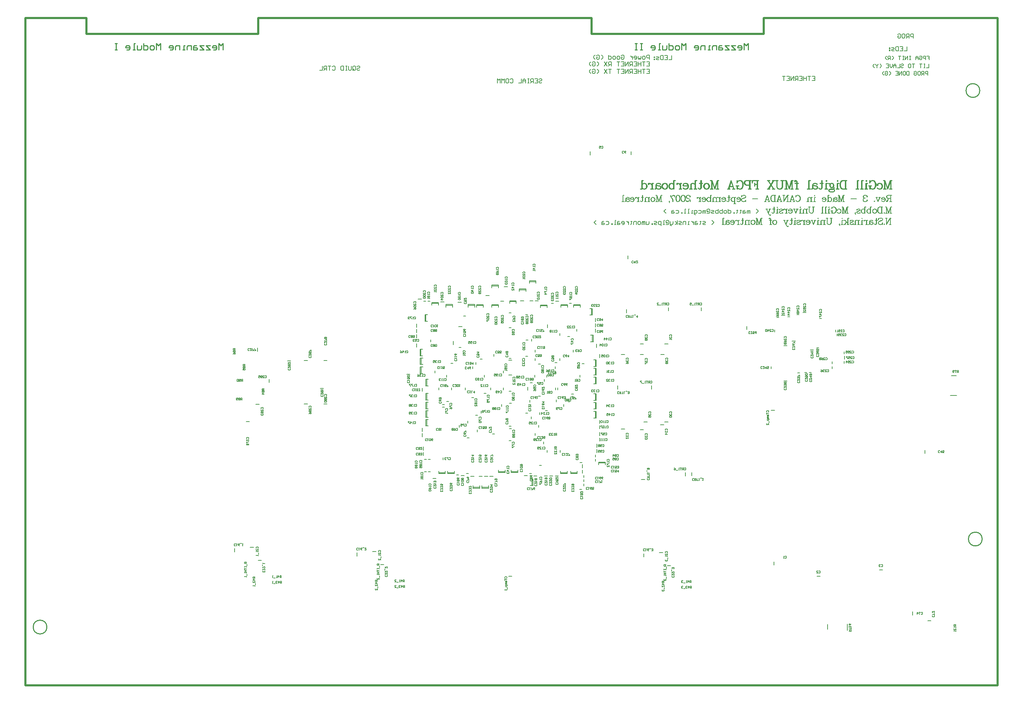
<source format=gbo>
%FSLAX23Y23*%
%MOIN*%
G70*
G01*
G75*
G04 Layer_Color=32896*
%ADD10C,0.010*%
%ADD11R,0.039X0.043*%
%ADD12C,0.040*%
%ADD13R,0.102X0.087*%
%ADD14R,0.087X0.102*%
%ADD15R,0.024X0.094*%
%ADD16R,0.043X0.039*%
%ADD17R,0.039X0.043*%
%ADD18R,0.010X0.039*%
%ADD19R,0.020X0.039*%
%ADD20R,0.028X0.035*%
%ADD21R,0.106X0.063*%
%ADD22R,0.157X0.138*%
%ADD23R,0.041X0.083*%
%ADD24R,0.413X0.406*%
%ADD25R,0.051X0.063*%
%ADD26R,0.033X0.039*%
%ADD27O,0.016X0.063*%
%ADD28R,0.134X0.085*%
%ADD29R,0.041X0.085*%
%ADD30R,0.033X0.039*%
%ADD31R,0.041X0.085*%
%ADD32R,0.026X0.075*%
%ADD33R,0.138X0.079*%
%ADD34R,0.047X0.039*%
%ADD35R,0.134X0.075*%
%ADD36R,0.138X0.157*%
%ADD37R,0.079X0.138*%
%ADD38R,0.016X0.063*%
%ADD39R,0.063X0.051*%
%ADD40R,0.063X0.106*%
%ADD41R,0.014X0.053*%
%ADD42O,0.250X0.080*%
%ADD43R,0.124X0.202*%
%ADD44O,0.031X0.010*%
%ADD45R,0.031X0.010*%
%ADD46R,0.010X0.031*%
%ADD47O,0.080X0.250*%
%ADD48R,0.024X0.087*%
%ADD49R,0.024X0.087*%
%ADD50C,0.020*%
%ADD51R,0.039X0.047*%
%ADD52R,0.018X0.081*%
%ADD53R,0.047X0.102*%
%ADD54R,0.081X0.018*%
%ADD55R,0.047X0.043*%
%ADD56R,0.047X0.043*%
%ADD57R,0.059X0.020*%
%ADD58R,0.059X0.020*%
%ADD59R,0.035X0.028*%
%ADD60R,0.083X0.041*%
%ADD61R,0.406X0.413*%
%ADD62R,0.039X0.033*%
%ADD63R,0.039X0.033*%
%ADD64R,0.059X0.014*%
%ADD65R,0.087X0.024*%
%ADD66R,0.012X0.065*%
%ADD67R,0.087X0.024*%
%ADD68R,0.049X0.015*%
%ADD69R,0.213X0.118*%
%ADD70R,0.138X0.016*%
%ADD71R,0.057X0.022*%
%ADD72R,0.012X0.063*%
%ADD73R,0.063X0.012*%
%ADD74R,0.102X0.047*%
%ADD75R,0.014X0.053*%
%ADD76R,0.010X0.065*%
%ADD77R,0.012X0.016*%
%ADD78R,0.228X0.189*%
%ADD79R,0.016X0.012*%
%ADD80O,0.014X0.059*%
%ADD81R,0.014X0.059*%
%ADD82C,0.005*%
%ADD83C,0.008*%
%ADD84C,0.020*%
%ADD85C,0.004*%
%ADD86C,0.012*%
%ADD87C,0.006*%
%ADD88C,0.015*%
%ADD89C,0.009*%
%ADD90C,0.130*%
%ADD91C,0.050*%
%ADD92C,0.039*%
%ADD93R,0.039X0.039*%
%ADD94C,0.059*%
%ADD95R,0.059X0.059*%
%ADD96R,0.091X0.091*%
%ADD97C,0.091*%
%ADD98C,0.060*%
%ADD99R,0.059X0.059*%
%ADD100C,0.065*%
%ADD101R,0.060X0.060*%
%ADD102C,0.068*%
%ADD103R,0.059X0.059*%
%ADD104C,0.059*%
%ADD105R,0.100X0.050*%
%ADD106O,0.100X0.050*%
%ADD107C,0.150*%
%ADD108C,0.098*%
%ADD109C,0.083*%
%ADD110C,0.082*%
%ADD111C,0.067*%
%ADD112R,0.067X0.067*%
%ADD113C,0.187*%
%ADD114O,0.050X0.100*%
%ADD115R,0.050X0.100*%
%ADD116C,0.144*%
%ADD117C,0.055*%
%ADD118C,0.016*%
%ADD119C,0.036*%
%ADD120C,0.160*%
%ADD121C,0.020*%
%ADD122C,0.030*%
%ADD123R,0.063X0.071*%
%ADD124R,0.071X0.063*%
%ADD125R,0.039X0.020*%
%ADD126R,0.039X0.010*%
%ADD127C,0.010*%
%ADD128C,0.008*%
%ADD129C,0.004*%
%ADD130C,0.001*%
%ADD131C,0.001*%
%ADD132C,0.007*%
%ADD133C,0.006*%
%ADD134R,0.146X0.031*%
%ADD135R,0.110X0.410*%
%ADD136R,0.110X0.405*%
D10*
X13017Y11614D02*
G03*
X13017Y11614I-65J0D01*
G01*
X13040Y7380D02*
G03*
X13040Y7380I-65J0D01*
G01*
X4202Y6549D02*
G03*
X4202Y6549I-65J0D01*
G01*
X10830Y12000D02*
Y12060D01*
X10810Y12040D01*
X10790Y12060D01*
Y12000D01*
X10740D02*
X10760D01*
X10770Y12010D01*
Y12030D01*
X10760Y12040D01*
X10740D01*
X10730Y12030D01*
Y12020D01*
X10770D01*
X10710Y12040D02*
X10670D01*
X10710Y12000D01*
X10670D01*
X10650Y12040D02*
X10610D01*
X10650Y12000D01*
X10610D01*
X10580Y12040D02*
X10560D01*
X10550Y12030D01*
Y12000D01*
X10580D01*
X10590Y12010D01*
X10580Y12020D01*
X10550D01*
X10530Y12000D02*
Y12040D01*
X10500D01*
X10490Y12030D01*
Y12000D01*
X10470D02*
X10450D01*
X10460D01*
Y12040D01*
X10470D01*
X10420Y12000D02*
Y12040D01*
X10390D01*
X10380Y12030D01*
Y12000D01*
X10330D02*
X10350D01*
X10360Y12010D01*
Y12030D01*
X10350Y12040D01*
X10330D01*
X10320Y12030D01*
Y12020D01*
X10360D01*
X10240Y12000D02*
Y12060D01*
X10220Y12040D01*
X10200Y12060D01*
Y12000D01*
X10170D02*
X10150D01*
X10140Y12010D01*
Y12030D01*
X10150Y12040D01*
X10170D01*
X10180Y12030D01*
Y12010D01*
X10170Y12000D01*
X10080Y12060D02*
Y12000D01*
X10110D01*
X10120Y12010D01*
Y12030D01*
X10110Y12040D01*
X10080D01*
X10060D02*
Y12010D01*
X10050Y12000D01*
X10020D01*
Y12040D01*
X10000Y12000D02*
X9980D01*
X9990D01*
Y12060D01*
X10000D01*
X9920Y12000D02*
X9940D01*
X9950Y12010D01*
Y12030D01*
X9940Y12040D01*
X9920D01*
X9910Y12030D01*
Y12020D01*
X9950D01*
X9830Y12060D02*
X9810D01*
X9820D01*
Y12000D01*
X9830D01*
X9810D01*
X9780Y12060D02*
X9760D01*
X9770D01*
Y12000D01*
X9780D01*
X9760D01*
X5865D02*
Y12060D01*
X5845Y12040D01*
X5825Y12060D01*
Y12000D01*
X5775D02*
X5795D01*
X5805Y12010D01*
Y12030D01*
X5795Y12040D01*
X5775D01*
X5765Y12030D01*
Y12020D01*
X5805D01*
X5745Y12040D02*
X5705D01*
X5745Y12000D01*
X5705D01*
X5685Y12040D02*
X5645D01*
X5685Y12000D01*
X5645D01*
X5615Y12040D02*
X5595D01*
X5585Y12030D01*
Y12000D01*
X5615D01*
X5625Y12010D01*
X5615Y12020D01*
X5585D01*
X5565Y12000D02*
Y12040D01*
X5535D01*
X5525Y12030D01*
Y12000D01*
X5505D02*
X5485D01*
X5495D01*
Y12040D01*
X5505D01*
X5455Y12000D02*
Y12040D01*
X5425D01*
X5415Y12030D01*
Y12000D01*
X5365D02*
X5385D01*
X5395Y12010D01*
Y12030D01*
X5385Y12040D01*
X5365D01*
X5355Y12030D01*
Y12020D01*
X5395D01*
X5275Y12000D02*
Y12060D01*
X5255Y12040D01*
X5235Y12060D01*
Y12000D01*
X5205D02*
X5185D01*
X5175Y12010D01*
Y12030D01*
X5185Y12040D01*
X5205D01*
X5215Y12030D01*
Y12010D01*
X5205Y12000D01*
X5115Y12060D02*
Y12000D01*
X5145D01*
X5155Y12010D01*
Y12030D01*
X5145Y12040D01*
X5115D01*
X5095D02*
Y12010D01*
X5085Y12000D01*
X5055D01*
Y12040D01*
X5035Y12000D02*
X5015D01*
X5025D01*
Y12060D01*
X5035D01*
X4955Y12000D02*
X4975D01*
X4985Y12010D01*
Y12030D01*
X4975Y12040D01*
X4955D01*
X4945Y12030D01*
Y12020D01*
X4985D01*
X4865Y12060D02*
X4845D01*
X4855D01*
Y12000D01*
X4865D01*
X4845D01*
X12174Y10765D02*
Y10685D01*
X12170Y10765D02*
X12147Y10696D01*
X12174Y10765D02*
X12147Y10685D01*
X12120Y10765D02*
X12147Y10685D01*
X12120Y10765D02*
Y10685D01*
X12116Y10765D02*
Y10685D01*
X12185Y10765D02*
X12170D01*
X12120D02*
X12105D01*
X12185Y10685D02*
X12162D01*
X12132D02*
X12105D01*
X12050Y10727D02*
X12054Y10723D01*
X12050Y10719D01*
X12046Y10723D01*
Y10727D01*
X12054Y10735D01*
X12062Y10738D01*
X12073D01*
X12084Y10735D01*
X12092Y10727D01*
X12096Y10715D01*
Y10708D01*
X12092Y10696D01*
X12084Y10689D01*
X12073Y10685D01*
X12065D01*
X12054Y10689D01*
X12046Y10696D01*
X12073Y10738D02*
X12081Y10735D01*
X12088Y10727D01*
X12092Y10715D01*
Y10708D01*
X12088Y10696D01*
X12081Y10689D01*
X12073Y10685D01*
X11981Y10754D02*
X11977Y10742D01*
Y10765D01*
X11981Y10754D01*
X11988Y10761D01*
X12000Y10765D01*
X12008D01*
X12019Y10761D01*
X12027Y10754D01*
X12030Y10746D01*
X12034Y10735D01*
Y10715D01*
X12030Y10704D01*
X12027Y10696D01*
X12019Y10689D01*
X12008Y10685D01*
X12000D01*
X11988Y10689D01*
X11981Y10696D01*
X12008Y10765D02*
X12015Y10761D01*
X12023Y10754D01*
X12027Y10746D01*
X12030Y10735D01*
Y10715D01*
X12027Y10704D01*
X12023Y10696D01*
X12015Y10689D01*
X12008Y10685D01*
X11981Y10715D02*
Y10685D01*
X11977Y10715D02*
Y10685D01*
X11992Y10715D02*
X11966D01*
X11944Y10765D02*
X11948Y10761D01*
X11944Y10757D01*
X11940Y10761D01*
X11944Y10765D01*
Y10738D02*
Y10685D01*
X11940Y10738D02*
Y10685D01*
X11955Y10738D02*
X11940D01*
X11955Y10685D02*
X11929D01*
X11903Y10765D02*
Y10685D01*
X11899Y10765D02*
Y10685D01*
X11914Y10765D02*
X11899D01*
X11914Y10685D02*
X11888D01*
X11862Y10765D02*
Y10685D01*
X11858Y10765D02*
Y10685D01*
X11873Y10765D02*
X11858D01*
X11873Y10685D02*
X11846D01*
X11749Y10765D02*
Y10685D01*
X11745Y10765D02*
Y10685D01*
X11760Y10765D02*
X11722D01*
X11710Y10761D01*
X11703Y10754D01*
X11699Y10746D01*
X11695Y10735D01*
Y10715D01*
X11699Y10704D01*
X11703Y10696D01*
X11710Y10689D01*
X11722Y10685D01*
X11760D01*
X11722Y10765D02*
X11714Y10761D01*
X11707Y10754D01*
X11703Y10746D01*
X11699Y10735D01*
Y10715D01*
X11703Y10704D01*
X11707Y10696D01*
X11714Y10689D01*
X11722Y10685D01*
X11673Y10765D02*
X11677Y10761D01*
X11673Y10757D01*
X11669Y10761D01*
X11673Y10765D01*
Y10738D02*
Y10685D01*
X11669Y10738D02*
Y10685D01*
X11685Y10738D02*
X11669D01*
X11685Y10685D02*
X11658D01*
X11621Y10738D02*
X11628Y10735D01*
X11632Y10731D01*
X11636Y10723D01*
Y10715D01*
X11632Y10708D01*
X11628Y10704D01*
X11621Y10700D01*
X11613D01*
X11605Y10704D01*
X11602Y10708D01*
X11598Y10715D01*
Y10723D01*
X11602Y10731D01*
X11605Y10735D01*
X11613Y10738D01*
X11621D01*
X11628Y10735D02*
X11632Y10727D01*
Y10712D01*
X11628Y10704D01*
X11605D02*
X11602Y10712D01*
Y10727D01*
X11605Y10735D01*
X11602Y10731D02*
X11598Y10735D01*
X11590Y10738D01*
Y10735D01*
X11598D01*
X11632Y10708D02*
X11636Y10704D01*
X11640Y10696D01*
Y10693D01*
X11636Y10685D01*
X11624Y10681D01*
X11605D01*
X11594Y10677D01*
X11590Y10674D01*
X11640Y10693D02*
X11636Y10689D01*
X11624Y10685D01*
X11605D01*
X11594Y10681D01*
X11590Y10674D01*
Y10670D01*
X11594Y10662D01*
X11605Y10658D01*
X11628D01*
X11640Y10662D01*
X11643Y10670D01*
Y10674D01*
X11640Y10681D01*
X11628Y10685D01*
X11567Y10765D02*
X11571Y10761D01*
X11567Y10757D01*
X11563Y10761D01*
X11567Y10765D01*
Y10738D02*
Y10685D01*
X11563Y10738D02*
Y10685D01*
X11578Y10738D02*
X11563D01*
X11578Y10685D02*
X11552D01*
X11514D02*
X11518Y10689D01*
X11522Y10700D01*
Y10765D01*
X11526D01*
Y10700D01*
X11522Y10689D01*
X11514Y10685D01*
X11507D01*
X11499Y10689D01*
X11495Y10696D01*
X11537Y10738D02*
X11507D01*
X11475Y10731D02*
Y10727D01*
X11478D01*
Y10731D01*
X11475Y10735D01*
X11467Y10738D01*
X11452D01*
X11444Y10735D01*
X11440Y10731D01*
X11437Y10723D01*
Y10696D01*
X11433Y10689D01*
X11429Y10685D01*
X11440Y10731D02*
Y10696D01*
X11437Y10689D01*
X11429Y10685D01*
X11425D01*
X11440Y10723D02*
X11444Y10719D01*
X11467Y10715D01*
X11478Y10712D01*
X11482Y10704D01*
Y10696D01*
X11478Y10689D01*
X11467Y10685D01*
X11456D01*
X11448Y10689D01*
X11440Y10696D01*
X11467Y10715D02*
X11475Y10712D01*
X11478Y10704D01*
Y10696D01*
X11475Y10689D01*
X11467Y10685D01*
X11402Y10765D02*
Y10685D01*
X11399Y10765D02*
Y10685D01*
X11414Y10765D02*
X11399D01*
X11414Y10685D02*
X11387D01*
X11270Y10761D02*
X11274Y10757D01*
X11270Y10754D01*
X11266Y10757D01*
Y10761D01*
X11270Y10765D01*
X11278D01*
X11285Y10761D01*
X11289Y10754D01*
Y10685D01*
X11278Y10765D02*
X11282Y10761D01*
X11285Y10754D01*
Y10685D01*
X11301Y10738D02*
X11270D01*
X11301Y10685D02*
X11274D01*
X11241Y10765D02*
Y10685D01*
X11237Y10765D02*
X11215Y10696D01*
X11241Y10765D02*
X11215Y10685D01*
X11188Y10765D02*
X11215Y10685D01*
X11188Y10765D02*
Y10685D01*
X11184Y10765D02*
Y10685D01*
X11253Y10765D02*
X11237D01*
X11188D02*
X11173D01*
X11253Y10685D02*
X11230D01*
X11199D02*
X11173D01*
X11152Y10765D02*
Y10708D01*
X11148Y10696D01*
X11141Y10689D01*
X11129Y10685D01*
X11122D01*
X11110Y10689D01*
X11103Y10696D01*
X11099Y10708D01*
Y10765D01*
X11148D02*
Y10708D01*
X11144Y10696D01*
X11137Y10689D01*
X11129Y10685D01*
X11164Y10765D02*
X11137D01*
X11110D02*
X11087D01*
X11070D02*
X11021Y10685D01*
X11066Y10765D02*
X11017Y10685D01*
Y10765D02*
X11070Y10685D01*
X11078Y10765D02*
X11055D01*
X11032D02*
X11009D01*
X11078Y10685D02*
X11055D01*
X11032D02*
X11009D01*
X10916Y10765D02*
Y10685D01*
X10912Y10765D02*
Y10685D01*
X10889Y10742D02*
Y10712D01*
X10927Y10765D02*
X10866D01*
Y10742D01*
X10870Y10765D01*
X10912Y10727D02*
X10889D01*
X10927Y10685D02*
X10900D01*
X10844Y10765D02*
Y10685D01*
X10840Y10765D02*
Y10685D01*
X10855Y10765D02*
X10809D01*
X10798Y10761D01*
X10794Y10757D01*
X10790Y10750D01*
Y10738D01*
X10794Y10731D01*
X10798Y10727D01*
X10809Y10723D01*
X10840D01*
X10809Y10765D02*
X10802Y10761D01*
X10798Y10757D01*
X10794Y10750D01*
Y10738D01*
X10798Y10731D01*
X10802Y10727D01*
X10809Y10723D01*
X10855Y10685D02*
X10828D01*
X10726Y10754D02*
X10722Y10742D01*
Y10765D01*
X10726Y10754D01*
X10734Y10761D01*
X10745Y10765D01*
X10753D01*
X10764Y10761D01*
X10772Y10754D01*
X10776Y10746D01*
X10780Y10735D01*
Y10715D01*
X10776Y10704D01*
X10772Y10696D01*
X10764Y10689D01*
X10753Y10685D01*
X10745D01*
X10734Y10689D01*
X10726Y10696D01*
X10753Y10765D02*
X10761Y10761D01*
X10768Y10754D01*
X10772Y10746D01*
X10776Y10735D01*
Y10715D01*
X10772Y10704D01*
X10768Y10696D01*
X10761Y10689D01*
X10753Y10685D01*
X10726Y10715D02*
Y10685D01*
X10722Y10715D02*
Y10685D01*
X10738Y10715D02*
X10711D01*
X10666Y10765D02*
X10693Y10685D01*
X10666Y10765D02*
X10640Y10685D01*
X10666Y10754D02*
X10644Y10685D01*
X10686Y10708D02*
X10651D01*
X10701Y10685D02*
X10678D01*
X10655D02*
X10632D01*
X10538Y10765D02*
Y10685D01*
X10535Y10765D02*
X10512Y10696D01*
X10538Y10765D02*
X10512Y10685D01*
X10485Y10765D02*
X10512Y10685D01*
X10485Y10765D02*
Y10685D01*
X10481Y10765D02*
Y10685D01*
X10550Y10765D02*
X10535D01*
X10485D02*
X10470D01*
X10550Y10685D02*
X10527D01*
X10497D02*
X10470D01*
X10438Y10738D02*
X10449Y10735D01*
X10457Y10727D01*
X10461Y10715D01*
Y10708D01*
X10457Y10696D01*
X10449Y10689D01*
X10438Y10685D01*
X10430D01*
X10419Y10689D01*
X10411Y10696D01*
X10407Y10708D01*
Y10715D01*
X10411Y10727D01*
X10419Y10735D01*
X10430Y10738D01*
X10438D01*
X10446Y10735D01*
X10453Y10727D01*
X10457Y10715D01*
Y10708D01*
X10453Y10696D01*
X10446Y10689D01*
X10438Y10685D01*
X10430D02*
X10423Y10689D01*
X10415Y10696D01*
X10411Y10708D01*
Y10715D01*
X10415Y10727D01*
X10423Y10735D01*
X10430Y10738D01*
X10373Y10685D02*
X10377Y10689D01*
X10380Y10700D01*
Y10765D01*
X10384D01*
Y10700D01*
X10380Y10689D01*
X10373Y10685D01*
X10365D01*
X10358Y10689D01*
X10354Y10696D01*
X10396Y10738D02*
X10365D01*
X10329Y10765D02*
Y10685D01*
X10326Y10765D02*
Y10685D01*
Y10727D02*
X10318Y10735D01*
X10307Y10738D01*
X10299D01*
X10288Y10735D01*
X10284Y10727D01*
Y10685D01*
X10299Y10738D02*
X10291Y10735D01*
X10288Y10727D01*
Y10685D01*
X10341Y10765D02*
X10326D01*
X10341Y10685D02*
X10314D01*
X10299D02*
X10272D01*
X10258Y10715D02*
X10212D01*
Y10723D01*
X10216Y10731D01*
X10220Y10735D01*
X10228Y10738D01*
X10239D01*
X10251Y10735D01*
X10258Y10727D01*
X10262Y10715D01*
Y10708D01*
X10258Y10696D01*
X10251Y10689D01*
X10239Y10685D01*
X10232D01*
X10220Y10689D01*
X10212Y10696D01*
X10216Y10715D02*
Y10727D01*
X10220Y10735D01*
X10239Y10738D02*
X10247Y10735D01*
X10254Y10727D01*
X10258Y10715D01*
Y10708D01*
X10254Y10696D01*
X10247Y10689D01*
X10239Y10685D01*
X10189Y10738D02*
Y10685D01*
X10185Y10738D02*
Y10685D01*
Y10715D02*
X10181Y10727D01*
X10174Y10735D01*
X10166Y10738D01*
X10155D01*
X10151Y10735D01*
Y10731D01*
X10155Y10727D01*
X10158Y10731D01*
X10155Y10735D01*
X10200Y10738D02*
X10185D01*
X10200Y10685D02*
X10174D01*
X10127Y10765D02*
Y10685D01*
X10123Y10765D02*
Y10685D01*
Y10727D02*
X10116Y10735D01*
X10108Y10738D01*
X10100D01*
X10089Y10735D01*
X10081Y10727D01*
X10078Y10715D01*
Y10708D01*
X10081Y10696D01*
X10089Y10689D01*
X10100Y10685D01*
X10108D01*
X10116Y10689D01*
X10123Y10696D01*
X10100Y10738D02*
X10093Y10735D01*
X10085Y10727D01*
X10081Y10715D01*
Y10708D01*
X10085Y10696D01*
X10093Y10689D01*
X10100Y10685D01*
X10139Y10765D02*
X10123D01*
X10044Y10738D02*
X10055Y10735D01*
X10063Y10727D01*
X10067Y10715D01*
Y10708D01*
X10063Y10696D01*
X10055Y10689D01*
X10044Y10685D01*
X10036D01*
X10025Y10689D01*
X10017Y10696D01*
X10013Y10708D01*
Y10715D01*
X10017Y10727D01*
X10025Y10735D01*
X10036Y10738D01*
X10044D01*
X10051Y10735D01*
X10059Y10727D01*
X10063Y10715D01*
Y10708D01*
X10059Y10696D01*
X10051Y10689D01*
X10044Y10685D01*
X10036D02*
X10029Y10689D01*
X10021Y10696D01*
X10017Y10708D01*
Y10715D01*
X10021Y10727D01*
X10029Y10735D01*
X10036Y10738D01*
X9994Y10731D02*
Y10727D01*
X9998D01*
Y10731D01*
X9994Y10735D01*
X9986Y10738D01*
X9971D01*
X9963Y10735D01*
X9960Y10731D01*
X9956Y10723D01*
Y10696D01*
X9952Y10689D01*
X9948Y10685D01*
X9960Y10731D02*
Y10696D01*
X9956Y10689D01*
X9948Y10685D01*
X9944D01*
X9960Y10723D02*
X9963Y10719D01*
X9986Y10715D01*
X9998Y10712D01*
X10001Y10704D01*
Y10696D01*
X9998Y10689D01*
X9986Y10685D01*
X9975D01*
X9967Y10689D01*
X9960Y10696D01*
X9986Y10715D02*
X9994Y10712D01*
X9998Y10704D01*
Y10696D01*
X9994Y10689D01*
X9986Y10685D01*
X9921Y10738D02*
Y10685D01*
X9918Y10738D02*
Y10685D01*
Y10715D02*
X9914Y10727D01*
X9906Y10735D01*
X9899Y10738D01*
X9887D01*
X9883Y10735D01*
Y10731D01*
X9887Y10727D01*
X9891Y10731D01*
X9887Y10735D01*
X9933Y10738D02*
X9918D01*
X9933Y10685D02*
X9906D01*
X9826Y10765D02*
Y10685D01*
X9822Y10765D02*
Y10685D01*
X9826Y10727D02*
X9833Y10735D01*
X9841Y10738D01*
X9848D01*
X9860Y10735D01*
X9867Y10727D01*
X9871Y10715D01*
Y10708D01*
X9867Y10696D01*
X9860Y10689D01*
X9848Y10685D01*
X9841D01*
X9833Y10689D01*
X9826Y10696D01*
X9848Y10738D02*
X9856Y10735D01*
X9864Y10727D01*
X9867Y10715D01*
Y10708D01*
X9864Y10696D01*
X9856Y10689D01*
X9848Y10685D01*
X9837Y10765D02*
X9822D01*
X9826Y10685D02*
X9810D01*
D83*
X8853Y11718D02*
X8860Y11725D01*
X8873D01*
X8880Y11718D01*
Y11712D01*
X8873Y11705D01*
X8860D01*
X8853Y11698D01*
Y11692D01*
X8860Y11685D01*
X8873D01*
X8880Y11692D01*
X8813Y11725D02*
X8840D01*
Y11685D01*
X8813D01*
X8840Y11705D02*
X8827D01*
X8800Y11685D02*
Y11725D01*
X8780D01*
X8773Y11718D01*
Y11705D01*
X8780Y11698D01*
X8800D01*
X8787D02*
X8773Y11685D01*
X8760Y11725D02*
X8747D01*
X8753D01*
Y11685D01*
X8760D01*
X8747D01*
X8727D02*
Y11712D01*
X8713Y11725D01*
X8700Y11712D01*
Y11685D01*
Y11705D01*
X8727D01*
X8687Y11725D02*
Y11685D01*
X8660D01*
X8580Y11718D02*
X8587Y11725D01*
X8600D01*
X8607Y11718D01*
Y11692D01*
X8600Y11685D01*
X8587D01*
X8580Y11692D01*
X8547Y11725D02*
X8560D01*
X8567Y11718D01*
Y11692D01*
X8560Y11685D01*
X8547D01*
X8540Y11692D01*
Y11718D01*
X8547Y11725D01*
X8527Y11685D02*
Y11725D01*
X8513Y11712D01*
X8500Y11725D01*
Y11685D01*
X8487D02*
Y11725D01*
X8473Y11712D01*
X8460Y11725D01*
Y11685D01*
X7133Y11838D02*
X7140Y11845D01*
X7153D01*
X7160Y11838D01*
Y11832D01*
X7153Y11825D01*
X7140D01*
X7133Y11818D01*
Y11812D01*
X7140Y11805D01*
X7153D01*
X7160Y11812D01*
X7093D02*
Y11838D01*
X7100Y11845D01*
X7113D01*
X7120Y11838D01*
Y11812D01*
X7113Y11805D01*
X7100D01*
X7107Y11818D02*
X7093Y11805D01*
X7100D02*
X7093Y11812D01*
X7080Y11845D02*
Y11812D01*
X7073Y11805D01*
X7060D01*
X7053Y11812D01*
Y11845D01*
X7040D02*
X7027D01*
X7033D01*
Y11805D01*
X7040D01*
X7027D01*
X7007Y11845D02*
Y11805D01*
X6987D01*
X6980Y11812D01*
Y11838D01*
X6987Y11845D01*
X7007D01*
X6900Y11838D02*
X6907Y11845D01*
X6920D01*
X6927Y11838D01*
Y11812D01*
X6920Y11805D01*
X6907D01*
X6900Y11812D01*
X6887Y11845D02*
X6860D01*
X6873D01*
Y11805D01*
X6847D02*
Y11845D01*
X6827D01*
X6820Y11838D01*
Y11825D01*
X6827Y11818D01*
X6847D01*
X6833D02*
X6820Y11805D01*
X6807Y11845D02*
Y11805D01*
X6780D01*
X9895Y11910D02*
Y11950D01*
X9875D01*
X9868Y11943D01*
Y11930D01*
X9875Y11923D01*
X9895D01*
X9848Y11910D02*
X9835D01*
X9828Y11917D01*
Y11930D01*
X9835Y11937D01*
X9848D01*
X9855Y11930D01*
Y11917D01*
X9848Y11910D01*
X9815Y11937D02*
Y11917D01*
X9808Y11910D01*
X9802Y11917D01*
X9795Y11910D01*
X9788Y11917D01*
Y11937D01*
X9755Y11910D02*
X9768D01*
X9775Y11917D01*
Y11930D01*
X9768Y11937D01*
X9755D01*
X9748Y11930D01*
Y11923D01*
X9775D01*
X9735Y11937D02*
Y11910D01*
Y11923D01*
X9728Y11930D01*
X9722Y11937D01*
X9715D01*
X9628Y11943D02*
X9635Y11950D01*
X9648D01*
X9655Y11943D01*
Y11917D01*
X9648Y11910D01*
X9635D01*
X9628Y11917D01*
Y11930D01*
X9642D01*
X9608Y11910D02*
X9595D01*
X9588Y11917D01*
Y11930D01*
X9595Y11937D01*
X9608D01*
X9615Y11930D01*
Y11917D01*
X9608Y11910D01*
X9568D02*
X9555D01*
X9548Y11917D01*
Y11930D01*
X9555Y11937D01*
X9568D01*
X9575Y11930D01*
Y11917D01*
X9568Y11910D01*
X9508Y11950D02*
Y11910D01*
X9528D01*
X9535Y11917D01*
Y11930D01*
X9528Y11937D01*
X9508D01*
X9442Y11910D02*
X9455Y11923D01*
Y11937D01*
X9442Y11950D01*
X9395Y11943D02*
X9402Y11950D01*
X9415D01*
X9422Y11943D01*
Y11917D01*
X9415Y11910D01*
X9402D01*
X9395Y11917D01*
Y11930D01*
X9408D01*
X9382Y11910D02*
X9369Y11923D01*
Y11937D01*
X9382Y11950D01*
X9868Y11885D02*
X9895D01*
Y11845D01*
X9868D01*
X9895Y11865D02*
X9882D01*
X9855Y11885D02*
X9828D01*
X9842D01*
Y11845D01*
X9815Y11885D02*
Y11845D01*
Y11865D01*
X9788D01*
Y11885D01*
Y11845D01*
X9748Y11885D02*
X9775D01*
Y11845D01*
X9748D01*
X9775Y11865D02*
X9762D01*
X9735Y11845D02*
Y11885D01*
X9715D01*
X9708Y11878D01*
Y11865D01*
X9715Y11858D01*
X9735D01*
X9722D02*
X9708Y11845D01*
X9695D02*
Y11885D01*
X9668Y11845D01*
Y11885D01*
X9628D02*
X9655D01*
Y11845D01*
X9628D01*
X9655Y11865D02*
X9642D01*
X9615Y11885D02*
X9588D01*
X9602D01*
Y11845D01*
X9535D02*
Y11885D01*
X9515D01*
X9508Y11878D01*
Y11865D01*
X9515Y11858D01*
X9535D01*
X9522D02*
X9508Y11845D01*
X9495Y11885D02*
X9468Y11845D01*
Y11885D02*
X9495Y11845D01*
X9402D02*
X9415Y11858D01*
Y11872D01*
X9402Y11885D01*
X9355Y11878D02*
X9362Y11885D01*
X9375D01*
X9382Y11878D01*
Y11852D01*
X9375Y11845D01*
X9362D01*
X9355Y11852D01*
Y11865D01*
X9369D01*
X9342Y11845D02*
X9329Y11858D01*
Y11872D01*
X9342Y11885D01*
X9868Y11815D02*
X9895D01*
Y11775D01*
X9868D01*
X9895Y11795D02*
X9882D01*
X9855Y11815D02*
X9828D01*
X9842D01*
Y11775D01*
X9815Y11815D02*
Y11775D01*
Y11795D01*
X9788D01*
Y11815D01*
Y11775D01*
X9748Y11815D02*
X9775D01*
Y11775D01*
X9748D01*
X9775Y11795D02*
X9762D01*
X9735Y11775D02*
Y11815D01*
X9715D01*
X9708Y11808D01*
Y11795D01*
X9715Y11788D01*
X9735D01*
X9722D02*
X9708Y11775D01*
X9695D02*
Y11815D01*
X9668Y11775D01*
Y11815D01*
X9628D02*
X9655D01*
Y11775D01*
X9628D01*
X9655Y11795D02*
X9642D01*
X9615Y11815D02*
X9588D01*
X9602D01*
Y11775D01*
X9535Y11815D02*
X9508D01*
X9522D01*
Y11775D01*
X9495Y11815D02*
X9468Y11775D01*
Y11815D02*
X9495Y11775D01*
X9402D02*
X9415Y11788D01*
Y11802D01*
X9402Y11815D01*
X9355Y11808D02*
X9362Y11815D01*
X9375D01*
X9382Y11808D01*
Y11782D01*
X9375Y11775D01*
X9362D01*
X9355Y11782D01*
Y11795D01*
X9369D01*
X9342Y11775D02*
X9329Y11788D01*
Y11802D01*
X9342Y11815D01*
X10105Y11945D02*
Y11905D01*
X10078D01*
X10038Y11945D02*
X10065D01*
Y11905D01*
X10038D01*
X10065Y11925D02*
X10052D01*
X10025Y11945D02*
Y11905D01*
X10005D01*
X9998Y11912D01*
Y11938D01*
X10005Y11945D01*
X10025D01*
X9985Y11905D02*
X9965D01*
X9958Y11912D01*
X9965Y11918D01*
X9978D01*
X9985Y11925D01*
X9978Y11932D01*
X9958D01*
X9945D02*
X9938D01*
Y11925D01*
X9945D01*
Y11932D01*
Y11912D02*
X9938D01*
Y11905D01*
X9945D01*
Y11912D01*
X11433Y11750D02*
X11460D01*
Y11710D01*
X11433D01*
X11460Y11730D02*
X11447D01*
X11420Y11750D02*
X11393D01*
X11407D01*
Y11710D01*
X11380Y11750D02*
Y11710D01*
Y11730D01*
X11353D01*
Y11750D01*
Y11710D01*
X11313Y11750D02*
X11340D01*
Y11710D01*
X11313D01*
X11340Y11730D02*
X11327D01*
X11300Y11710D02*
Y11750D01*
X11280D01*
X11273Y11743D01*
Y11730D01*
X11280Y11723D01*
X11300D01*
X11287D02*
X11273Y11710D01*
X11260D02*
Y11750D01*
X11233Y11710D01*
Y11750D01*
X11193D02*
X11220D01*
Y11710D01*
X11193D01*
X11220Y11730D02*
X11207D01*
X11180Y11750D02*
X11153D01*
X11167D01*
Y11710D01*
X12390Y12110D02*
Y12150D01*
X12370D01*
X12363Y12143D01*
Y12130D01*
X12370Y12123D01*
X12390D01*
X12350Y12110D02*
Y12150D01*
X12330D01*
X12323Y12143D01*
Y12130D01*
X12330Y12123D01*
X12350D01*
X12337D02*
X12323Y12110D01*
X12290Y12150D02*
X12303D01*
X12310Y12143D01*
Y12117D01*
X12303Y12110D01*
X12290D01*
X12283Y12117D01*
Y12143D01*
X12290Y12150D01*
X12243Y12143D02*
X12250Y12150D01*
X12263D01*
X12270Y12143D01*
Y12117D01*
X12263Y12110D01*
X12250D01*
X12243Y12117D01*
Y12130D01*
X12257D01*
X12330Y12030D02*
Y11990D01*
X12303D01*
X12263Y12030D02*
X12290D01*
Y11990D01*
X12263D01*
X12290Y12010D02*
X12277D01*
X12250Y12030D02*
Y11990D01*
X12230D01*
X12223Y11997D01*
Y12023D01*
X12230Y12030D01*
X12250D01*
X12210Y11990D02*
X12190D01*
X12183Y11997D01*
X12190Y12003D01*
X12203D01*
X12210Y12010D01*
X12203Y12017D01*
X12183D01*
X12170D02*
X12163D01*
Y12010D01*
X12170D01*
Y12017D01*
Y11997D02*
X12163D01*
Y11990D01*
X12170D01*
Y11997D01*
X12525Y11760D02*
Y11795D01*
X12508D01*
X12502Y11789D01*
Y11777D01*
X12508Y11772D01*
X12525D01*
X12490Y11760D02*
Y11795D01*
X12473D01*
X12467Y11789D01*
Y11777D01*
X12473Y11772D01*
X12490D01*
X12478D02*
X12467Y11760D01*
X12438Y11795D02*
X12449D01*
X12455Y11789D01*
Y11766D01*
X12449Y11760D01*
X12438D01*
X12432Y11766D01*
Y11789D01*
X12438Y11795D01*
X12397Y11789D02*
X12403Y11795D01*
X12414D01*
X12420Y11789D01*
Y11766D01*
X12414Y11760D01*
X12403D01*
X12397Y11766D01*
Y11777D01*
X12408D01*
X12350Y11795D02*
Y11760D01*
X12333D01*
X12327Y11766D01*
Y11789D01*
X12333Y11795D01*
X12350D01*
X12298D02*
X12309D01*
X12315Y11789D01*
Y11766D01*
X12309Y11760D01*
X12298D01*
X12292Y11766D01*
Y11789D01*
X12298Y11795D01*
X12280Y11760D02*
Y11795D01*
X12257Y11760D01*
Y11795D01*
X12222D02*
X12245D01*
Y11760D01*
X12222D01*
X12245Y11777D02*
X12233D01*
X12163Y11760D02*
X12175Y11772D01*
Y11783D01*
X12163Y11795D01*
X12123Y11789D02*
X12128Y11795D01*
X12140D01*
X12146Y11789D01*
Y11766D01*
X12140Y11760D01*
X12128D01*
X12123Y11766D01*
Y11777D01*
X12134D01*
X12111Y11760D02*
X12099Y11772D01*
Y11783D01*
X12111Y11795D01*
X12517Y11940D02*
X12540D01*
Y11922D01*
X12528D01*
X12540D01*
Y11905D01*
X12505D02*
Y11940D01*
X12488D01*
X12482Y11934D01*
Y11922D01*
X12488Y11917D01*
X12505D01*
X12447Y11934D02*
X12453Y11940D01*
X12464D01*
X12470Y11934D01*
Y11911D01*
X12464Y11905D01*
X12453D01*
X12447Y11911D01*
Y11922D01*
X12458D01*
X12435Y11905D02*
Y11928D01*
X12423Y11940D01*
X12412Y11928D01*
Y11905D01*
Y11922D01*
X12435D01*
X12365Y11940D02*
X12353D01*
X12359D01*
Y11905D01*
X12365D01*
X12353D01*
X12336D02*
Y11940D01*
X12313Y11905D01*
Y11940D01*
X12301D02*
X12289D01*
X12295D01*
Y11905D01*
X12301D01*
X12289D01*
X12272Y11940D02*
X12248D01*
X12260D01*
Y11905D01*
X12190D02*
X12202Y11917D01*
Y11928D01*
X12190Y11940D01*
X12173Y11905D02*
Y11940D01*
X12155D01*
X12149Y11934D01*
Y11922D01*
X12155Y11917D01*
X12173D01*
X12161D02*
X12149Y11905D01*
X12138D02*
X12126Y11917D01*
Y11928D01*
X12138Y11940D01*
X12535Y11865D02*
Y11830D01*
X12512D01*
X12500Y11865D02*
X12488D01*
X12494D01*
Y11830D01*
X12500D01*
X12488D01*
X12471Y11865D02*
X12448D01*
X12459D01*
Y11830D01*
X12401Y11865D02*
X12378D01*
X12389D01*
Y11830D01*
X12348Y11865D02*
X12360D01*
X12366Y11859D01*
Y11836D01*
X12360Y11830D01*
X12348D01*
X12343Y11836D01*
Y11859D01*
X12348Y11865D01*
X12273Y11859D02*
X12278Y11865D01*
X12290D01*
X12296Y11859D01*
Y11853D01*
X12290Y11847D01*
X12278D01*
X12273Y11842D01*
Y11836D01*
X12278Y11830D01*
X12290D01*
X12296Y11836D01*
X12261Y11865D02*
Y11830D01*
X12238D01*
X12226D02*
Y11853D01*
X12214Y11865D01*
X12203Y11853D01*
Y11830D01*
Y11847D01*
X12226D01*
X12191Y11865D02*
Y11842D01*
X12179Y11830D01*
X12168Y11842D01*
Y11865D01*
X12133D02*
X12156D01*
Y11830D01*
X12133D01*
X12156Y11847D02*
X12144D01*
X12074Y11830D02*
X12086Y11842D01*
Y11853D01*
X12074Y11865D01*
X12057D02*
Y11859D01*
X12045Y11847D01*
X12033Y11859D01*
Y11865D01*
X12045Y11847D02*
Y11830D01*
X12022D02*
X12010Y11842D01*
Y11853D01*
X12022Y11865D01*
X10485Y10350D02*
X10505Y10370D01*
X10485Y10390D01*
X10425Y10350D02*
X10405D01*
X10398Y10357D01*
X10405Y10363D01*
X10418D01*
X10425Y10370D01*
X10418Y10377D01*
X10398D01*
X10378Y10383D02*
Y10377D01*
X10385D01*
X10372D01*
X10378D01*
Y10357D01*
X10372Y10350D01*
X10345Y10377D02*
X10332D01*
X10325Y10370D01*
Y10350D01*
X10345D01*
X10352Y10357D01*
X10345Y10363D01*
X10325D01*
X10312Y10377D02*
Y10350D01*
Y10363D01*
X10305Y10370D01*
X10298Y10377D01*
X10292D01*
X10272Y10350D02*
X10258D01*
X10265D01*
Y10377D01*
X10272D01*
X10238Y10350D02*
Y10377D01*
X10218D01*
X10212Y10370D01*
Y10350D01*
X10198D02*
X10178D01*
X10172Y10357D01*
X10178Y10363D01*
X10192D01*
X10198Y10370D01*
X10192Y10377D01*
X10172D01*
X10158Y10350D02*
Y10390D01*
Y10363D02*
X10138Y10377D01*
X10158Y10363D02*
X10138Y10350D01*
X10118Y10377D02*
Y10357D01*
X10112Y10350D01*
X10092D01*
Y10343D01*
X10098Y10337D01*
X10105D01*
X10092Y10350D02*
Y10377D01*
X10058Y10363D02*
Y10370D01*
X10065D01*
Y10363D01*
X10058D01*
X10052Y10370D01*
Y10383D01*
X10058Y10390D01*
X10072D01*
X10078Y10383D01*
Y10357D01*
X10072Y10350D01*
X10052D01*
X10038D02*
X10025D01*
X10032D01*
Y10390D01*
X10038D01*
X10005Y10337D02*
Y10377D01*
X9985D01*
X9979Y10370D01*
Y10357D01*
X9985Y10350D01*
X10005D01*
X9965D02*
X9945D01*
X9939Y10357D01*
X9945Y10363D01*
X9959D01*
X9965Y10370D01*
X9959Y10377D01*
X9939D01*
X9925Y10350D02*
Y10357D01*
X9919D01*
Y10350D01*
X9925D01*
X9892Y10377D02*
Y10357D01*
X9885Y10350D01*
X9865D01*
Y10377D01*
X9852Y10350D02*
Y10377D01*
X9845D01*
X9839Y10370D01*
Y10350D01*
Y10370D01*
X9832Y10377D01*
X9825Y10370D01*
Y10350D01*
X9805D02*
X9792D01*
X9785Y10357D01*
Y10370D01*
X9792Y10377D01*
X9805D01*
X9812Y10370D01*
Y10357D01*
X9805Y10350D01*
X9772D02*
Y10377D01*
X9752D01*
X9745Y10370D01*
Y10350D01*
X9725Y10383D02*
Y10377D01*
X9732D01*
X9719D01*
X9725D01*
Y10357D01*
X9719Y10350D01*
X9699Y10377D02*
Y10350D01*
Y10363D01*
X9692Y10370D01*
X9685Y10377D01*
X9679D01*
X9639Y10350D02*
X9652D01*
X9659Y10357D01*
Y10370D01*
X9652Y10377D01*
X9639D01*
X9632Y10370D01*
Y10363D01*
X9659D01*
X9612Y10377D02*
X9599D01*
X9592Y10370D01*
Y10350D01*
X9612D01*
X9619Y10357D01*
X9612Y10363D01*
X9592D01*
X9579Y10350D02*
X9565D01*
X9572D01*
Y10390D01*
X9579D01*
X9545Y10350D02*
Y10357D01*
X9539D01*
Y10350D01*
X9545D01*
X9485Y10377D02*
X9505D01*
X9512Y10370D01*
Y10357D01*
X9505Y10350D01*
X9485D01*
X9465Y10377D02*
X9452D01*
X9445Y10370D01*
Y10350D01*
X9465D01*
X9472Y10357D01*
X9465Y10363D01*
X9445D01*
X9392Y10350D02*
X9372Y10370D01*
X9392Y10390D01*
X10905Y10455D02*
X10925Y10475D01*
X10905Y10495D01*
X10845Y10455D02*
Y10482D01*
X10838D01*
X10832Y10475D01*
Y10455D01*
Y10475D01*
X10825Y10482D01*
X10818Y10475D01*
Y10455D01*
X10798Y10482D02*
X10785D01*
X10778Y10475D01*
Y10455D01*
X10798D01*
X10805Y10462D01*
X10798Y10468D01*
X10778D01*
X10758Y10488D02*
Y10482D01*
X10765D01*
X10752D01*
X10758D01*
Y10462D01*
X10752Y10455D01*
X10725Y10488D02*
Y10482D01*
X10732D01*
X10718D01*
X10725D01*
Y10462D01*
X10718Y10455D01*
X10698D02*
Y10462D01*
X10692D01*
Y10455D01*
X10698D01*
X10638Y10495D02*
Y10455D01*
X10658D01*
X10665Y10462D01*
Y10475D01*
X10658Y10482D01*
X10638D01*
X10618Y10455D02*
X10605D01*
X10598Y10462D01*
Y10475D01*
X10605Y10482D01*
X10618D01*
X10625Y10475D01*
Y10462D01*
X10618Y10455D01*
X10585Y10495D02*
Y10455D01*
X10565D01*
X10558Y10462D01*
Y10468D01*
Y10475D01*
X10565Y10482D01*
X10585D01*
X10545Y10495D02*
Y10455D01*
X10525D01*
X10518Y10462D01*
Y10468D01*
Y10475D01*
X10525Y10482D01*
X10545D01*
X10505Y10455D02*
X10485D01*
X10478Y10462D01*
X10485Y10468D01*
X10498D01*
X10505Y10475D01*
X10498Y10482D01*
X10478D01*
X10445Y10468D02*
Y10475D01*
X10452D01*
Y10468D01*
X10445D01*
X10438Y10475D01*
Y10488D01*
X10445Y10495D01*
X10458D01*
X10465Y10488D01*
Y10462D01*
X10458Y10455D01*
X10438D01*
X10425D02*
Y10482D01*
X10418D01*
X10412Y10475D01*
Y10455D01*
Y10475D01*
X10405Y10482D01*
X10399Y10475D01*
Y10455D01*
X10359Y10482D02*
X10379D01*
X10385Y10475D01*
Y10462D01*
X10379Y10455D01*
X10359D01*
X10332Y10442D02*
X10325D01*
X10319Y10448D01*
Y10482D01*
X10339D01*
X10345Y10475D01*
Y10462D01*
X10339Y10455D01*
X10319D01*
X10305D02*
X10292D01*
X10299D01*
Y10482D01*
X10305D01*
X10272Y10455D02*
X10259D01*
X10265D01*
Y10495D01*
X10272D01*
X10239Y10455D02*
X10225D01*
X10232D01*
Y10495D01*
X10239D01*
X10205Y10455D02*
Y10462D01*
X10199D01*
Y10455D01*
X10205D01*
X10145Y10482D02*
X10165D01*
X10172Y10475D01*
Y10462D01*
X10165Y10455D01*
X10145D01*
X10125Y10482D02*
X10112D01*
X10105Y10475D01*
Y10455D01*
X10125D01*
X10132Y10462D01*
X10125Y10468D01*
X10105D01*
X10052Y10455D02*
X10032Y10475D01*
X10052Y10495D01*
X12171Y10410D02*
Y10350D01*
X12169Y10410D02*
X12134Y10356D01*
X12169Y10404D02*
X12134Y10350D01*
Y10410D02*
Y10350D01*
X12180Y10410D02*
X12169D01*
X12143D02*
X12126D01*
X12180Y10350D02*
X12163D01*
X12115Y10356D02*
X12118Y10353D01*
X12115Y10350D01*
X12113Y10353D01*
X12115Y10356D01*
X12063Y10401D02*
X12060Y10410D01*
Y10393D01*
X12063Y10401D01*
X12069Y10407D01*
X12077Y10410D01*
X12086D01*
X12095Y10407D01*
X12100Y10401D01*
Y10396D01*
X12097Y10390D01*
X12095Y10387D01*
X12089Y10384D01*
X12072Y10379D01*
X12066Y10376D01*
X12060Y10370D01*
X12100Y10396D02*
X12095Y10390D01*
X12089Y10387D01*
X12072Y10381D01*
X12066Y10379D01*
X12063Y10376D01*
X12060Y10370D01*
Y10359D01*
X12066Y10353D01*
X12075Y10350D01*
X12083D01*
X12092Y10353D01*
X12097Y10359D01*
X12100Y10367D01*
Y10350D01*
X12097Y10359D01*
X12034Y10350D02*
X12037Y10353D01*
X12040Y10361D01*
Y10410D01*
X12043D01*
Y10361D01*
X12040Y10353D01*
X12034Y10350D01*
X12029D01*
X12023Y10353D01*
X12020Y10359D01*
X12051Y10390D02*
X12029D01*
X12005Y10384D02*
Y10381D01*
X12007D01*
Y10384D01*
X12005Y10387D01*
X11999Y10390D01*
X11987D01*
X11982Y10387D01*
X11979Y10384D01*
X11976Y10379D01*
Y10359D01*
X11973Y10353D01*
X11970Y10350D01*
X11979Y10384D02*
Y10359D01*
X11976Y10353D01*
X11970Y10350D01*
X11967D01*
X11979Y10379D02*
X11982Y10376D01*
X11999Y10373D01*
X12007Y10370D01*
X12010Y10364D01*
Y10359D01*
X12007Y10353D01*
X11999Y10350D01*
X11990D01*
X11985Y10353D01*
X11979Y10359D01*
X11999Y10373D02*
X12005Y10370D01*
X12007Y10364D01*
Y10359D01*
X12005Y10353D01*
X11999Y10350D01*
X11950Y10390D02*
Y10350D01*
X11947Y10390D02*
Y10350D01*
Y10373D02*
X11945Y10381D01*
X11939Y10387D01*
X11933Y10390D01*
X11925D01*
X11922Y10387D01*
Y10384D01*
X11925Y10381D01*
X11927Y10384D01*
X11925Y10387D01*
X11959Y10390D02*
X11947D01*
X11959Y10350D02*
X11939D01*
X11904Y10410D02*
X11907Y10407D01*
X11904Y10404D01*
X11901Y10407D01*
X11904Y10410D01*
Y10390D02*
Y10350D01*
X11901Y10390D02*
Y10350D01*
X11913Y10390D02*
X11901D01*
X11913Y10350D02*
X11893D01*
X11873Y10390D02*
Y10350D01*
X11870Y10390D02*
Y10350D01*
Y10381D02*
X11865Y10387D01*
X11856Y10390D01*
X11850D01*
X11842Y10387D01*
X11839Y10381D01*
Y10350D01*
X11850Y10390D02*
X11845Y10387D01*
X11842Y10381D01*
Y10350D01*
X11882Y10390D02*
X11870D01*
X11882Y10350D02*
X11862D01*
X11850D02*
X11830D01*
X11794Y10384D02*
X11791Y10390D01*
Y10379D01*
X11794Y10384D01*
X11797Y10387D01*
X11803Y10390D01*
X11814D01*
X11820Y10387D01*
X11823Y10384D01*
Y10379D01*
X11820Y10376D01*
X11814Y10373D01*
X11800Y10367D01*
X11794Y10364D01*
X11791Y10361D01*
X11823Y10381D02*
X11820Y10379D01*
X11814Y10376D01*
X11800Y10370D01*
X11794Y10367D01*
X11791Y10364D01*
Y10356D01*
X11794Y10353D01*
X11800Y10350D01*
X11811D01*
X11817Y10353D01*
X11820Y10356D01*
X11823Y10361D01*
Y10350D01*
X11820Y10356D01*
X11773Y10410D02*
Y10350D01*
X11770Y10410D02*
Y10350D01*
X11742Y10390D02*
X11770Y10361D01*
X11756Y10373D02*
X11739Y10350D01*
X11759Y10373D02*
X11742Y10350D01*
X11782Y10410D02*
X11770D01*
X11750Y10390D02*
X11733D01*
X11782Y10350D02*
X11762D01*
X11750D02*
X11733D01*
X11716Y10410D02*
X11719Y10407D01*
X11716Y10404D01*
X11714Y10407D01*
X11716Y10410D01*
Y10390D02*
Y10350D01*
X11714Y10390D02*
Y10350D01*
X11725Y10390D02*
X11714D01*
X11725Y10350D02*
X11705D01*
X11691D02*
X11694Y10353D01*
X11691Y10356D01*
X11688Y10353D01*
Y10347D01*
X11691Y10341D01*
X11694Y10339D01*
X11614Y10410D02*
Y10367D01*
X11611Y10359D01*
X11605Y10353D01*
X11596Y10350D01*
X11591D01*
X11582Y10353D01*
X11576Y10359D01*
X11574Y10367D01*
Y10410D01*
X11611D02*
Y10367D01*
X11608Y10359D01*
X11602Y10353D01*
X11596Y10350D01*
X11622Y10410D02*
X11602D01*
X11582D02*
X11565D01*
X11549Y10390D02*
Y10350D01*
X11546Y10390D02*
Y10350D01*
Y10381D02*
X11541Y10387D01*
X11532Y10390D01*
X11526D01*
X11518Y10387D01*
X11515Y10381D01*
Y10350D01*
X11526Y10390D02*
X11521Y10387D01*
X11518Y10381D01*
Y10350D01*
X11558Y10390D02*
X11546D01*
X11558Y10350D02*
X11538D01*
X11526D02*
X11506D01*
X11490Y10410D02*
X11493Y10407D01*
X11490Y10404D01*
X11487Y10407D01*
X11490Y10410D01*
Y10390D02*
Y10350D01*
X11487Y10390D02*
Y10350D01*
X11499Y10390D02*
X11487D01*
X11499Y10350D02*
X11479D01*
X11462Y10390D02*
X11445Y10350D01*
X11459Y10390D02*
X11445Y10356D01*
X11428Y10390D02*
X11445Y10350D01*
X11468Y10390D02*
X11451D01*
X11439D02*
X11422D01*
X11411Y10373D02*
X11377D01*
Y10379D01*
X11380Y10384D01*
X11382Y10387D01*
X11388Y10390D01*
X11397D01*
X11405Y10387D01*
X11411Y10381D01*
X11414Y10373D01*
Y10367D01*
X11411Y10359D01*
X11405Y10353D01*
X11397Y10350D01*
X11391D01*
X11382Y10353D01*
X11377Y10359D01*
X11380Y10373D02*
Y10381D01*
X11382Y10387D01*
X11397Y10390D02*
X11402Y10387D01*
X11408Y10381D01*
X11411Y10373D01*
Y10367D01*
X11408Y10359D01*
X11402Y10353D01*
X11397Y10350D01*
X11359Y10390D02*
Y10350D01*
X11356Y10390D02*
Y10350D01*
Y10373D02*
X11353Y10381D01*
X11348Y10387D01*
X11342Y10390D01*
X11333D01*
X11330Y10387D01*
Y10384D01*
X11333Y10381D01*
X11336Y10384D01*
X11333Y10387D01*
X11368Y10390D02*
X11356D01*
X11368Y10350D02*
X11348D01*
X11293Y10384D02*
X11290Y10390D01*
Y10379D01*
X11293Y10384D01*
X11296Y10387D01*
X11301Y10390D01*
X11313D01*
X11318Y10387D01*
X11321Y10384D01*
Y10379D01*
X11318Y10376D01*
X11313Y10373D01*
X11298Y10367D01*
X11293Y10364D01*
X11290Y10361D01*
X11321Y10381D02*
X11318Y10379D01*
X11313Y10376D01*
X11298Y10370D01*
X11293Y10367D01*
X11290Y10364D01*
Y10356D01*
X11293Y10353D01*
X11298Y10350D01*
X11310D01*
X11316Y10353D01*
X11318Y10356D01*
X11321Y10361D01*
Y10350D01*
X11318Y10356D01*
X11272Y10410D02*
X11274Y10407D01*
X11272Y10404D01*
X11269Y10407D01*
X11272Y10410D01*
Y10390D02*
Y10350D01*
X11269Y10390D02*
Y10350D01*
X11280Y10390D02*
X11269D01*
X11280Y10350D02*
X11260D01*
X11232D02*
X11235Y10353D01*
X11238Y10361D01*
Y10410D01*
X11241D01*
Y10361D01*
X11238Y10353D01*
X11232Y10350D01*
X11226D01*
X11221Y10353D01*
X11218Y10359D01*
X11249Y10390D02*
X11226D01*
X11202D02*
X11185Y10350D01*
X11200Y10390D02*
X11185Y10356D01*
X11168Y10390D02*
X11185Y10350D01*
X11191Y10339D01*
X11197Y10333D01*
X11202Y10330D01*
X11205D01*
X11208Y10333D01*
X11205Y10336D01*
X11202Y10333D01*
X11208Y10390D02*
X11191D01*
X11180D02*
X11163D01*
X11083D02*
X11092Y10387D01*
X11097Y10381D01*
X11100Y10373D01*
Y10367D01*
X11097Y10359D01*
X11092Y10353D01*
X11083Y10350D01*
X11077D01*
X11069Y10353D01*
X11063Y10359D01*
X11060Y10367D01*
Y10373D01*
X11063Y10381D01*
X11069Y10387D01*
X11077Y10390D01*
X11083D01*
X11089Y10387D01*
X11095Y10381D01*
X11097Y10373D01*
Y10367D01*
X11095Y10359D01*
X11089Y10353D01*
X11083Y10350D01*
X11077D02*
X11072Y10353D01*
X11066Y10359D01*
X11063Y10367D01*
Y10373D01*
X11066Y10381D01*
X11072Y10387D01*
X11077Y10390D01*
X11029Y10407D02*
X11031Y10404D01*
X11029Y10401D01*
X11026Y10404D01*
Y10407D01*
X11029Y10410D01*
X11034D01*
X11040Y10407D01*
X11043Y10401D01*
Y10350D01*
X11034Y10410D02*
X11037Y10407D01*
X11040Y10401D01*
Y10350D01*
X11051Y10390D02*
X11029D01*
X11051Y10350D02*
X11031D01*
X10953Y10410D02*
Y10350D01*
X10950Y10410D02*
X10933Y10359D01*
X10953Y10410D02*
X10933Y10350D01*
X10913Y10410D02*
X10933Y10350D01*
X10913Y10410D02*
Y10350D01*
X10910Y10410D02*
Y10350D01*
X10961Y10410D02*
X10950D01*
X10913D02*
X10901D01*
X10961Y10350D02*
X10944D01*
X10921D02*
X10901D01*
X10877Y10390D02*
X10886Y10387D01*
X10892Y10381D01*
X10895Y10373D01*
Y10367D01*
X10892Y10359D01*
X10886Y10353D01*
X10877Y10350D01*
X10872D01*
X10863Y10353D01*
X10857Y10359D01*
X10855Y10367D01*
Y10373D01*
X10857Y10381D01*
X10863Y10387D01*
X10872Y10390D01*
X10877D01*
X10883Y10387D01*
X10889Y10381D01*
X10892Y10373D01*
Y10367D01*
X10889Y10359D01*
X10883Y10353D01*
X10877Y10350D01*
X10872D02*
X10866Y10353D01*
X10860Y10359D01*
X10857Y10367D01*
Y10373D01*
X10860Y10381D01*
X10866Y10387D01*
X10872Y10390D01*
X10837D02*
Y10350D01*
X10834Y10390D02*
Y10350D01*
Y10381D02*
X10829Y10387D01*
X10820Y10390D01*
X10814D01*
X10806Y10387D01*
X10803Y10381D01*
Y10350D01*
X10814Y10390D02*
X10809Y10387D01*
X10806Y10381D01*
Y10350D01*
X10846Y10390D02*
X10834D01*
X10846Y10350D02*
X10826D01*
X10814D02*
X10794D01*
X10769D02*
X10772Y10353D01*
X10775Y10361D01*
Y10410D01*
X10778D01*
Y10361D01*
X10775Y10353D01*
X10769Y10350D01*
X10764D01*
X10758Y10353D01*
X10755Y10359D01*
X10787Y10390D02*
X10764D01*
X10737D02*
Y10350D01*
X10734Y10390D02*
Y10350D01*
Y10373D02*
X10731Y10381D01*
X10725Y10387D01*
X10720Y10390D01*
X10711D01*
X10708Y10387D01*
Y10384D01*
X10711Y10381D01*
X10714Y10384D01*
X10711Y10387D01*
X10745Y10390D02*
X10734D01*
X10745Y10350D02*
X10725D01*
X10696Y10373D02*
X10662D01*
Y10379D01*
X10665Y10384D01*
X10668Y10387D01*
X10673Y10390D01*
X10682D01*
X10691Y10387D01*
X10696Y10381D01*
X10699Y10373D01*
Y10367D01*
X10696Y10359D01*
X10691Y10353D01*
X10682Y10350D01*
X10676D01*
X10668Y10353D01*
X10662Y10359D01*
X10665Y10373D02*
Y10381D01*
X10668Y10387D01*
X10682Y10390D02*
X10688Y10387D01*
X10693Y10381D01*
X10696Y10373D01*
Y10367D01*
X10693Y10359D01*
X10688Y10353D01*
X10682Y10350D01*
X10647Y10384D02*
Y10381D01*
X10650D01*
Y10384D01*
X10647Y10387D01*
X10641Y10390D01*
X10630D01*
X10624Y10387D01*
X10621Y10384D01*
X10619Y10379D01*
Y10359D01*
X10616Y10353D01*
X10613Y10350D01*
X10621Y10384D02*
Y10359D01*
X10619Y10353D01*
X10613Y10350D01*
X10610D01*
X10621Y10379D02*
X10624Y10376D01*
X10641Y10373D01*
X10650Y10370D01*
X10653Y10364D01*
Y10359D01*
X10650Y10353D01*
X10641Y10350D01*
X10633D01*
X10627Y10353D01*
X10621Y10359D01*
X10641Y10373D02*
X10647Y10370D01*
X10650Y10364D01*
Y10359D01*
X10647Y10353D01*
X10641Y10350D01*
X10593Y10410D02*
Y10350D01*
X10590Y10410D02*
Y10350D01*
X10601Y10410D02*
X10590D01*
X10601Y10350D02*
X10581D01*
X12176Y10515D02*
Y10455D01*
X12174Y10515D02*
X12156Y10464D01*
X12176Y10515D02*
X12156Y10455D01*
X12136Y10515D02*
X12156Y10455D01*
X12136Y10515D02*
Y10455D01*
X12134Y10515D02*
Y10455D01*
X12185Y10515D02*
X12174D01*
X12136D02*
X12125D01*
X12185Y10455D02*
X12168D01*
X12145D02*
X12125D01*
X12115Y10461D02*
X12118Y10458D01*
X12115Y10455D01*
X12112Y10458D01*
X12115Y10461D01*
X12092Y10515D02*
Y10455D01*
X12089Y10515D02*
Y10455D01*
X12100Y10515D02*
X12072D01*
X12063Y10512D01*
X12057Y10506D01*
X12054Y10501D01*
X12052Y10492D01*
Y10478D01*
X12054Y10469D01*
X12057Y10464D01*
X12063Y10458D01*
X12072Y10455D01*
X12100D01*
X12072Y10515D02*
X12066Y10512D01*
X12060Y10506D01*
X12057Y10501D01*
X12054Y10492D01*
Y10478D01*
X12057Y10469D01*
X12060Y10464D01*
X12066Y10458D01*
X12072Y10455D01*
X12026Y10495D02*
X12035Y10492D01*
X12041Y10486D01*
X12044Y10478D01*
Y10472D01*
X12041Y10464D01*
X12035Y10458D01*
X12026Y10455D01*
X12021D01*
X12012Y10458D01*
X12006Y10464D01*
X12004Y10472D01*
Y10478D01*
X12006Y10486D01*
X12012Y10492D01*
X12021Y10495D01*
X12026D01*
X12032Y10492D01*
X12038Y10486D01*
X12041Y10478D01*
Y10472D01*
X12038Y10464D01*
X12032Y10458D01*
X12026Y10455D01*
X12021D02*
X12015Y10458D01*
X12009Y10464D01*
X12006Y10472D01*
Y10478D01*
X12009Y10486D01*
X12015Y10492D01*
X12021Y10495D01*
X11986Y10515D02*
Y10455D01*
X11983Y10515D02*
Y10455D01*
Y10486D02*
X11978Y10492D01*
X11972Y10495D01*
X11966D01*
X11958Y10492D01*
X11952Y10486D01*
X11949Y10478D01*
Y10472D01*
X11952Y10464D01*
X11958Y10458D01*
X11966Y10455D01*
X11972D01*
X11978Y10458D01*
X11983Y10464D01*
X11966Y10495D02*
X11960Y10492D01*
X11955Y10486D01*
X11952Y10478D01*
Y10472D01*
X11955Y10464D01*
X11960Y10458D01*
X11966Y10455D01*
X11995Y10515D02*
X11983D01*
X11932D02*
Y10455D01*
X11929Y10515D02*
Y10455D01*
Y10486D02*
X11924Y10492D01*
X11918Y10495D01*
X11912D01*
X11904Y10492D01*
X11898Y10486D01*
X11895Y10478D01*
Y10472D01*
X11898Y10464D01*
X11904Y10458D01*
X11912Y10455D01*
X11918D01*
X11924Y10458D01*
X11929Y10464D01*
X11912Y10495D02*
X11906Y10492D01*
X11901Y10486D01*
X11898Y10478D01*
Y10472D01*
X11901Y10464D01*
X11906Y10458D01*
X11912Y10455D01*
X11941Y10515D02*
X11929D01*
X11858Y10489D02*
X11855Y10495D01*
Y10484D01*
X11858Y10489D01*
X11861Y10492D01*
X11867Y10495D01*
X11878D01*
X11884Y10492D01*
X11887Y10489D01*
Y10484D01*
X11884Y10481D01*
X11878Y10478D01*
X11864Y10472D01*
X11858Y10469D01*
X11855Y10466D01*
X11887Y10486D02*
X11884Y10484D01*
X11878Y10481D01*
X11864Y10475D01*
X11858Y10472D01*
X11855Y10469D01*
Y10461D01*
X11858Y10458D01*
X11864Y10455D01*
X11875D01*
X11881Y10458D01*
X11884Y10461D01*
X11887Y10466D01*
Y10455D01*
X11884Y10461D01*
X11843Y10455D02*
X11846Y10458D01*
X11843Y10461D01*
X11840Y10458D01*
Y10452D01*
X11843Y10446D01*
X11846Y10444D01*
X11765Y10515D02*
Y10455D01*
X11762Y10515D02*
X11745Y10464D01*
X11765Y10515D02*
X11745Y10455D01*
X11725Y10515D02*
X11745Y10455D01*
X11725Y10515D02*
Y10455D01*
X11722Y10515D02*
Y10455D01*
X11774Y10515D02*
X11762D01*
X11725D02*
X11714D01*
X11774Y10455D02*
X11757D01*
X11734D02*
X11714D01*
X11673Y10486D02*
X11675Y10484D01*
X11673Y10481D01*
X11670Y10484D01*
Y10486D01*
X11675Y10492D01*
X11681Y10495D01*
X11690D01*
X11698Y10492D01*
X11704Y10486D01*
X11707Y10478D01*
Y10472D01*
X11704Y10464D01*
X11698Y10458D01*
X11690Y10455D01*
X11684D01*
X11675Y10458D01*
X11670Y10464D01*
X11690Y10495D02*
X11695Y10492D01*
X11701Y10486D01*
X11704Y10478D01*
Y10472D01*
X11701Y10464D01*
X11695Y10458D01*
X11690Y10455D01*
X11621Y10506D02*
X11618Y10498D01*
Y10515D01*
X11621Y10506D01*
X11626Y10512D01*
X11635Y10515D01*
X11641D01*
X11649Y10512D01*
X11655Y10506D01*
X11658Y10501D01*
X11661Y10492D01*
Y10478D01*
X11658Y10469D01*
X11655Y10464D01*
X11649Y10458D01*
X11641Y10455D01*
X11635D01*
X11626Y10458D01*
X11621Y10464D01*
X11641Y10515D02*
X11646Y10512D01*
X11652Y10506D01*
X11655Y10501D01*
X11658Y10492D01*
Y10478D01*
X11655Y10469D01*
X11652Y10464D01*
X11646Y10458D01*
X11641Y10455D01*
X11621Y10478D02*
Y10455D01*
X11618Y10478D02*
Y10455D01*
X11629Y10478D02*
X11609D01*
X11593Y10515D02*
X11596Y10512D01*
X11593Y10509D01*
X11590Y10512D01*
X11593Y10515D01*
Y10495D02*
Y10455D01*
X11590Y10495D02*
Y10455D01*
X11601Y10495D02*
X11590D01*
X11601Y10455D02*
X11581D01*
X11562Y10515D02*
Y10455D01*
X11559Y10515D02*
Y10455D01*
X11571Y10515D02*
X11559D01*
X11571Y10455D02*
X11551D01*
X11531Y10515D02*
Y10455D01*
X11528Y10515D02*
Y10455D01*
X11540Y10515D02*
X11528D01*
X11540Y10455D02*
X11520D01*
X11446Y10515D02*
Y10472D01*
X11443Y10464D01*
X11438Y10458D01*
X11429Y10455D01*
X11423D01*
X11415Y10458D01*
X11409Y10464D01*
X11406Y10472D01*
Y10515D01*
X11443D02*
Y10472D01*
X11441Y10464D01*
X11435Y10458D01*
X11429Y10455D01*
X11455Y10515D02*
X11435D01*
X11415D02*
X11398D01*
X11382Y10495D02*
Y10455D01*
X11379Y10495D02*
Y10455D01*
Y10486D02*
X11373Y10492D01*
X11365Y10495D01*
X11359D01*
X11351Y10492D01*
X11348Y10486D01*
Y10455D01*
X11359Y10495D02*
X11353Y10492D01*
X11351Y10486D01*
Y10455D01*
X11391Y10495D02*
X11379D01*
X11391Y10455D02*
X11371D01*
X11359D02*
X11339D01*
X11323Y10515D02*
X11326Y10512D01*
X11323Y10509D01*
X11320Y10512D01*
X11323Y10515D01*
Y10495D02*
Y10455D01*
X11320Y10495D02*
Y10455D01*
X11331Y10495D02*
X11320D01*
X11331Y10455D02*
X11311D01*
X11295Y10495D02*
X11278Y10455D01*
X11292Y10495D02*
X11278Y10461D01*
X11261Y10495D02*
X11278Y10455D01*
X11301Y10495D02*
X11283D01*
X11272D02*
X11255D01*
X11244Y10478D02*
X11209D01*
Y10484D01*
X11212Y10489D01*
X11215Y10492D01*
X11221Y10495D01*
X11229D01*
X11238Y10492D01*
X11244Y10486D01*
X11247Y10478D01*
Y10472D01*
X11244Y10464D01*
X11238Y10458D01*
X11229Y10455D01*
X11224D01*
X11215Y10458D01*
X11209Y10464D01*
X11212Y10478D02*
Y10486D01*
X11215Y10492D01*
X11229Y10495D02*
X11235Y10492D01*
X11241Y10486D01*
X11244Y10478D01*
Y10472D01*
X11241Y10464D01*
X11235Y10458D01*
X11229Y10455D01*
X11192Y10495D02*
Y10455D01*
X11189Y10495D02*
Y10455D01*
Y10478D02*
X11186Y10486D01*
X11180Y10492D01*
X11175Y10495D01*
X11166D01*
X11163Y10492D01*
Y10489D01*
X11166Y10486D01*
X11169Y10489D01*
X11166Y10492D01*
X11200Y10495D02*
X11189D01*
X11200Y10455D02*
X11180D01*
X11126Y10489D02*
X11123Y10495D01*
Y10484D01*
X11126Y10489D01*
X11128Y10492D01*
X11134Y10495D01*
X11146D01*
X11151Y10492D01*
X11154Y10489D01*
Y10484D01*
X11151Y10481D01*
X11146Y10478D01*
X11131Y10472D01*
X11126Y10469D01*
X11123Y10466D01*
X11154Y10486D02*
X11151Y10484D01*
X11146Y10481D01*
X11131Y10475D01*
X11126Y10472D01*
X11123Y10469D01*
Y10461D01*
X11126Y10458D01*
X11131Y10455D01*
X11143D01*
X11148Y10458D01*
X11151Y10461D01*
X11154Y10466D01*
Y10455D01*
X11151Y10461D01*
X11104Y10515D02*
X11107Y10512D01*
X11104Y10509D01*
X11102Y10512D01*
X11104Y10515D01*
Y10495D02*
Y10455D01*
X11102Y10495D02*
Y10455D01*
X11113Y10495D02*
X11102D01*
X11113Y10455D02*
X11093D01*
X11065D02*
X11068Y10458D01*
X11071Y10466D01*
Y10515D01*
X11074D01*
Y10466D01*
X11071Y10458D01*
X11065Y10455D01*
X11059D01*
X11054Y10458D01*
X11051Y10464D01*
X11082Y10495D02*
X11059D01*
X11035D02*
X11018Y10455D01*
X11032Y10495D02*
X11018Y10461D01*
X11001Y10495D02*
X11018Y10455D01*
X11024Y10444D01*
X11030Y10438D01*
X11035Y10435D01*
X11038D01*
X11041Y10438D01*
X11038Y10441D01*
X11035Y10438D01*
X11041Y10495D02*
X11024D01*
X11012D02*
X10995D01*
X12176Y10625D02*
Y10565D01*
X12174Y10625D02*
Y10565D01*
X12185Y10625D02*
X12151D01*
X12142Y10622D01*
X12139Y10619D01*
X12136Y10614D01*
Y10608D01*
X12139Y10602D01*
X12142Y10599D01*
X12151Y10596D01*
X12174D01*
X12151Y10625D02*
X12145Y10622D01*
X12142Y10619D01*
X12139Y10614D01*
Y10608D01*
X12142Y10602D01*
X12145Y10599D01*
X12151Y10596D01*
X12185Y10565D02*
X12165D01*
X12159Y10596D02*
X12154Y10594D01*
X12151Y10591D01*
X12142Y10571D01*
X12139Y10568D01*
X12136D01*
X12134Y10571D01*
X12154Y10594D02*
X12151Y10588D01*
X12145Y10568D01*
X12142Y10565D01*
X12136D01*
X12134Y10571D01*
Y10574D01*
X12123Y10588D02*
X12089D01*
Y10594D01*
X12092Y10599D01*
X12094Y10602D01*
X12100Y10605D01*
X12109D01*
X12117Y10602D01*
X12123Y10596D01*
X12126Y10588D01*
Y10582D01*
X12123Y10574D01*
X12117Y10568D01*
X12109Y10565D01*
X12103D01*
X12094Y10568D01*
X12089Y10574D01*
X12092Y10588D02*
Y10596D01*
X12094Y10602D01*
X12109Y10605D02*
X12114Y10602D01*
X12120Y10596D01*
X12123Y10588D01*
Y10582D01*
X12120Y10574D01*
X12114Y10568D01*
X12109Y10565D01*
X12074Y10605D02*
X12057Y10565D01*
X12071Y10605D02*
X12057Y10571D01*
X12040Y10605D02*
X12057Y10565D01*
X12080Y10605D02*
X12062D01*
X12051D02*
X12034D01*
X12023Y10571D02*
X12026Y10568D01*
X12023Y10565D01*
X12020Y10568D01*
X12023Y10571D01*
X11951Y10614D02*
X11948Y10611D01*
X11951Y10608D01*
X11954Y10611D01*
Y10614D01*
X11951Y10619D01*
X11948Y10622D01*
X11939Y10625D01*
X11928D01*
X11919Y10622D01*
X11916Y10616D01*
Y10608D01*
X11919Y10602D01*
X11928Y10599D01*
X11936D01*
X11928Y10625D02*
X11922Y10622D01*
X11919Y10616D01*
Y10608D01*
X11922Y10602D01*
X11928Y10599D01*
X11922Y10596D01*
X11916Y10591D01*
X11914Y10585D01*
Y10576D01*
X11916Y10571D01*
X11919Y10568D01*
X11928Y10565D01*
X11939D01*
X11948Y10568D01*
X11951Y10571D01*
X11954Y10576D01*
Y10579D01*
X11951Y10582D01*
X11948Y10579D01*
X11951Y10576D01*
X11919Y10594D02*
X11916Y10585D01*
Y10576D01*
X11919Y10571D01*
X11922Y10568D01*
X11928Y10565D01*
X11851Y10591D02*
X11799D01*
X11729Y10625D02*
Y10565D01*
X11726Y10625D02*
X11709Y10574D01*
X11729Y10625D02*
X11709Y10565D01*
X11689Y10625D02*
X11709Y10565D01*
X11689Y10625D02*
Y10565D01*
X11686Y10625D02*
Y10565D01*
X11738Y10625D02*
X11726D01*
X11689D02*
X11678D01*
X11738Y10565D02*
X11721D01*
X11698D02*
X11678D01*
X11665Y10599D02*
Y10596D01*
X11668D01*
Y10599D01*
X11665Y10602D01*
X11659Y10605D01*
X11648D01*
X11642Y10602D01*
X11639Y10599D01*
X11637Y10594D01*
Y10574D01*
X11634Y10568D01*
X11631Y10565D01*
X11639Y10599D02*
Y10574D01*
X11637Y10568D01*
X11631Y10565D01*
X11628D01*
X11639Y10594D02*
X11642Y10591D01*
X11659Y10588D01*
X11668Y10585D01*
X11671Y10579D01*
Y10574D01*
X11668Y10568D01*
X11659Y10565D01*
X11651D01*
X11645Y10568D01*
X11639Y10574D01*
X11659Y10588D02*
X11665Y10585D01*
X11668Y10579D01*
Y10574D01*
X11665Y10568D01*
X11659Y10565D01*
X11585Y10625D02*
Y10565D01*
X11582Y10625D02*
Y10565D01*
X11585Y10596D02*
X11591Y10602D01*
X11597Y10605D01*
X11602D01*
X11611Y10602D01*
X11617Y10596D01*
X11619Y10588D01*
Y10582D01*
X11617Y10574D01*
X11611Y10568D01*
X11602Y10565D01*
X11597D01*
X11591Y10568D01*
X11585Y10574D01*
X11602Y10605D02*
X11608Y10602D01*
X11614Y10596D01*
X11617Y10588D01*
Y10582D01*
X11614Y10574D01*
X11608Y10568D01*
X11602Y10565D01*
X11594Y10625D02*
X11582D01*
X11585Y10565D02*
X11574D01*
X11563Y10588D02*
X11528D01*
Y10594D01*
X11531Y10599D01*
X11534Y10602D01*
X11540Y10605D01*
X11548D01*
X11557Y10602D01*
X11563Y10596D01*
X11565Y10588D01*
Y10582D01*
X11563Y10574D01*
X11557Y10568D01*
X11548Y10565D01*
X11543D01*
X11534Y10568D01*
X11528Y10574D01*
X11531Y10588D02*
Y10596D01*
X11534Y10602D01*
X11548Y10605D02*
X11554Y10602D01*
X11560Y10596D01*
X11563Y10588D01*
Y10582D01*
X11560Y10574D01*
X11554Y10568D01*
X11548Y10565D01*
X11457Y10625D02*
X11459Y10622D01*
X11457Y10619D01*
X11454Y10622D01*
X11457Y10625D01*
Y10605D02*
Y10565D01*
X11454Y10605D02*
Y10565D01*
X11465Y10605D02*
X11454D01*
X11465Y10565D02*
X11445D01*
X11426Y10605D02*
Y10565D01*
X11423Y10605D02*
Y10565D01*
Y10596D02*
X11417Y10602D01*
X11409Y10605D01*
X11403D01*
X11394Y10602D01*
X11391Y10596D01*
Y10565D01*
X11403Y10605D02*
X11397Y10602D01*
X11394Y10596D01*
Y10565D01*
X11434Y10605D02*
X11423D01*
X11434Y10565D02*
X11414D01*
X11403D02*
X11383D01*
X11281Y10616D02*
X11278Y10608D01*
Y10625D01*
X11281Y10616D01*
X11287Y10622D01*
X11295Y10625D01*
X11301D01*
X11310Y10622D01*
X11315Y10616D01*
X11318Y10611D01*
X11321Y10602D01*
Y10588D01*
X11318Y10579D01*
X11315Y10574D01*
X11310Y10568D01*
X11301Y10565D01*
X11295D01*
X11287Y10568D01*
X11281Y10574D01*
X11278Y10579D01*
X11301Y10625D02*
X11307Y10622D01*
X11313Y10616D01*
X11315Y10611D01*
X11318Y10602D01*
Y10588D01*
X11315Y10579D01*
X11313Y10574D01*
X11307Y10568D01*
X11301Y10565D01*
X11244Y10625D02*
X11264Y10565D01*
X11244Y10625D02*
X11224Y10565D01*
X11244Y10616D02*
X11227Y10565D01*
X11258Y10582D02*
X11233D01*
X11270Y10565D02*
X11253D01*
X11235D02*
X11218D01*
X11202Y10625D02*
Y10565D01*
X11199Y10625D02*
X11165Y10571D01*
X11199Y10619D02*
X11165Y10565D01*
Y10625D02*
Y10565D01*
X11211Y10625D02*
X11199D01*
X11174D02*
X11156D01*
X11211Y10565D02*
X11193D01*
X11123Y10625D02*
X11143Y10565D01*
X11123Y10625D02*
X11103Y10565D01*
X11123Y10616D02*
X11106Y10565D01*
X11138Y10582D02*
X11112D01*
X11149Y10565D02*
X11132D01*
X11115D02*
X11098D01*
X11081Y10625D02*
Y10565D01*
X11078Y10625D02*
Y10565D01*
X11090Y10625D02*
X11061D01*
X11053Y10622D01*
X11047Y10616D01*
X11044Y10611D01*
X11041Y10602D01*
Y10588D01*
X11044Y10579D01*
X11047Y10574D01*
X11053Y10568D01*
X11061Y10565D01*
X11090D01*
X11061Y10625D02*
X11056Y10622D01*
X11050Y10616D01*
X11047Y10611D01*
X11044Y10602D01*
Y10588D01*
X11047Y10579D01*
X11050Y10574D01*
X11056Y10568D01*
X11061Y10565D01*
X11008Y10625D02*
X11028Y10565D01*
X11008Y10625D02*
X10988Y10565D01*
X11008Y10616D02*
X10990Y10565D01*
X11022Y10582D02*
X10996D01*
X11033Y10565D02*
X11016D01*
X10999D02*
X10982D01*
X10920Y10591D02*
X10869D01*
X10770Y10616D02*
X10767Y10625D01*
Y10608D01*
X10770Y10616D01*
X10776Y10622D01*
X10784Y10625D01*
X10793D01*
X10801Y10622D01*
X10807Y10616D01*
Y10611D01*
X10804Y10605D01*
X10801Y10602D01*
X10796Y10599D01*
X10778Y10594D01*
X10773Y10591D01*
X10767Y10585D01*
X10807Y10611D02*
X10801Y10605D01*
X10796Y10602D01*
X10778Y10596D01*
X10773Y10594D01*
X10770Y10591D01*
X10767Y10585D01*
Y10574D01*
X10773Y10568D01*
X10781Y10565D01*
X10790D01*
X10798Y10568D01*
X10804Y10574D01*
X10807Y10582D01*
Y10565D01*
X10804Y10574D01*
X10755Y10588D02*
X10721D01*
Y10594D01*
X10724Y10599D01*
X10727Y10602D01*
X10732Y10605D01*
X10741D01*
X10750Y10602D01*
X10755Y10596D01*
X10758Y10588D01*
Y10582D01*
X10755Y10574D01*
X10750Y10568D01*
X10741Y10565D01*
X10735D01*
X10727Y10568D01*
X10721Y10574D01*
X10724Y10588D02*
Y10596D01*
X10727Y10602D01*
X10741Y10605D02*
X10747Y10602D01*
X10752Y10596D01*
X10755Y10588D01*
Y10582D01*
X10752Y10574D01*
X10747Y10568D01*
X10741Y10565D01*
X10703Y10605D02*
Y10545D01*
X10700Y10605D02*
Y10545D01*
Y10596D02*
X10695Y10602D01*
X10689Y10605D01*
X10683D01*
X10675Y10602D01*
X10669Y10596D01*
X10666Y10588D01*
Y10582D01*
X10669Y10574D01*
X10675Y10568D01*
X10683Y10565D01*
X10689D01*
X10695Y10568D01*
X10700Y10574D01*
X10683Y10605D02*
X10678Y10602D01*
X10672Y10596D01*
X10669Y10588D01*
Y10582D01*
X10672Y10574D01*
X10678Y10568D01*
X10683Y10565D01*
X10712Y10605D02*
X10700D01*
X10712Y10545D02*
X10692D01*
X10641Y10565D02*
X10644Y10568D01*
X10646Y10576D01*
Y10625D01*
X10649D01*
Y10576D01*
X10646Y10568D01*
X10641Y10565D01*
X10635D01*
X10629Y10568D01*
X10626Y10574D01*
X10658Y10605D02*
X10635D01*
X10614Y10588D02*
X10580D01*
Y10594D01*
X10582Y10599D01*
X10585Y10602D01*
X10591Y10605D01*
X10600D01*
X10608Y10602D01*
X10614Y10596D01*
X10617Y10588D01*
Y10582D01*
X10614Y10574D01*
X10608Y10568D01*
X10600Y10565D01*
X10594D01*
X10585Y10568D01*
X10580Y10574D01*
X10582Y10588D02*
Y10596D01*
X10585Y10602D01*
X10600Y10605D02*
X10605Y10602D01*
X10611Y10596D01*
X10614Y10588D01*
Y10582D01*
X10611Y10574D01*
X10605Y10568D01*
X10600Y10565D01*
X10562Y10605D02*
Y10565D01*
X10559Y10605D02*
Y10565D01*
Y10596D02*
X10553Y10602D01*
X10545Y10605D01*
X10539D01*
X10530Y10602D01*
X10528Y10596D01*
Y10565D01*
X10539Y10605D02*
X10533Y10602D01*
X10530Y10596D01*
Y10565D01*
X10528Y10596D02*
X10522Y10602D01*
X10513Y10605D01*
X10508D01*
X10499Y10602D01*
X10496Y10596D01*
Y10565D01*
X10508Y10605D02*
X10502Y10602D01*
X10499Y10596D01*
Y10565D01*
X10570Y10605D02*
X10559D01*
X10570Y10565D02*
X10550D01*
X10539D02*
X10519D01*
X10508D02*
X10488D01*
X10475Y10625D02*
Y10565D01*
X10472Y10625D02*
Y10565D01*
Y10596D02*
X10466Y10602D01*
X10460Y10605D01*
X10455D01*
X10446Y10602D01*
X10440Y10596D01*
X10437Y10588D01*
Y10582D01*
X10440Y10574D01*
X10446Y10568D01*
X10455Y10565D01*
X10460D01*
X10466Y10568D01*
X10472Y10574D01*
X10455Y10605D02*
X10449Y10602D01*
X10443Y10596D01*
X10440Y10588D01*
Y10582D01*
X10443Y10574D01*
X10449Y10568D01*
X10455Y10565D01*
X10483Y10625D02*
X10472D01*
X10426Y10588D02*
X10392D01*
Y10594D01*
X10395Y10599D01*
X10398Y10602D01*
X10403Y10605D01*
X10412D01*
X10421Y10602D01*
X10426Y10596D01*
X10429Y10588D01*
Y10582D01*
X10426Y10574D01*
X10421Y10568D01*
X10412Y10565D01*
X10406D01*
X10398Y10568D01*
X10392Y10574D01*
X10395Y10588D02*
Y10596D01*
X10398Y10602D01*
X10412Y10605D02*
X10418Y10602D01*
X10423Y10596D01*
X10426Y10588D01*
Y10582D01*
X10423Y10574D01*
X10418Y10568D01*
X10412Y10565D01*
X10374Y10605D02*
Y10565D01*
X10371Y10605D02*
Y10565D01*
Y10588D02*
X10369Y10596D01*
X10363Y10602D01*
X10357Y10605D01*
X10349D01*
X10346Y10602D01*
Y10599D01*
X10349Y10596D01*
X10351Y10599D01*
X10349Y10602D01*
X10383Y10605D02*
X10371D01*
X10383Y10565D02*
X10363D01*
X10280Y10614D02*
X10277Y10611D01*
X10280Y10608D01*
X10283Y10611D01*
Y10614D01*
X10280Y10619D01*
X10277Y10622D01*
X10268Y10625D01*
X10257D01*
X10248Y10622D01*
X10245Y10619D01*
X10243Y10614D01*
Y10608D01*
X10245Y10602D01*
X10254Y10596D01*
X10268Y10591D01*
X10274Y10588D01*
X10280Y10582D01*
X10283Y10574D01*
Y10565D01*
X10257Y10625D02*
X10251Y10622D01*
X10248Y10619D01*
X10245Y10614D01*
Y10608D01*
X10248Y10602D01*
X10257Y10596D01*
X10268Y10591D01*
X10283Y10571D02*
X10280Y10574D01*
X10274D01*
X10260Y10568D01*
X10251D01*
X10245Y10571D01*
X10243Y10574D01*
Y10579D01*
X10274Y10574D02*
X10260Y10565D01*
X10248D01*
X10245Y10568D01*
X10243Y10574D01*
X10217Y10625D02*
X10225Y10622D01*
X10231Y10614D01*
X10234Y10599D01*
Y10591D01*
X10231Y10576D01*
X10225Y10568D01*
X10217Y10565D01*
X10211D01*
X10202Y10568D01*
X10197Y10576D01*
X10194Y10591D01*
Y10599D01*
X10197Y10614D01*
X10202Y10622D01*
X10211Y10625D01*
X10217D01*
X10222Y10622D01*
X10225Y10619D01*
X10228Y10614D01*
X10231Y10599D01*
Y10591D01*
X10228Y10576D01*
X10225Y10571D01*
X10222Y10568D01*
X10217Y10565D01*
X10211D02*
X10205Y10568D01*
X10202Y10571D01*
X10199Y10576D01*
X10197Y10591D01*
Y10599D01*
X10199Y10614D01*
X10202Y10619D01*
X10205Y10622D01*
X10211Y10625D01*
X10168D02*
X10176Y10622D01*
X10182Y10614D01*
X10185Y10599D01*
Y10591D01*
X10182Y10576D01*
X10176Y10568D01*
X10168Y10565D01*
X10162D01*
X10153Y10568D01*
X10148Y10576D01*
X10145Y10591D01*
Y10599D01*
X10148Y10614D01*
X10153Y10622D01*
X10162Y10625D01*
X10168D01*
X10173Y10622D01*
X10176Y10619D01*
X10179Y10614D01*
X10182Y10599D01*
Y10591D01*
X10179Y10576D01*
X10176Y10571D01*
X10173Y10568D01*
X10168Y10565D01*
X10162D02*
X10156Y10568D01*
X10153Y10571D01*
X10151Y10576D01*
X10148Y10591D01*
Y10599D01*
X10151Y10614D01*
X10153Y10619D01*
X10156Y10622D01*
X10162Y10625D01*
X10136D02*
Y10608D01*
Y10614D02*
X10133Y10619D01*
X10127Y10625D01*
X10122D01*
X10107Y10616D01*
X10102D01*
X10099Y10619D01*
X10096Y10625D01*
X10133Y10619D02*
X10127Y10622D01*
X10122D01*
X10107Y10616D01*
X10096Y10625D02*
Y10616D01*
X10099Y10608D01*
X10110Y10594D01*
X10113Y10588D01*
X10116Y10579D01*
Y10565D01*
X10099Y10608D02*
X10113Y10594D01*
X10116Y10588D01*
X10119Y10579D01*
Y10565D01*
X10084D02*
X10087Y10568D01*
X10084Y10571D01*
X10081Y10568D01*
Y10562D01*
X10084Y10556D01*
X10087Y10554D01*
X10007Y10625D02*
Y10565D01*
X10004Y10625D02*
X9987Y10574D01*
X10007Y10625D02*
X9987Y10565D01*
X9967Y10625D02*
X9987Y10565D01*
X9967Y10625D02*
Y10565D01*
X9964Y10625D02*
Y10565D01*
X10015Y10625D02*
X10004D01*
X9967D02*
X9955D01*
X10015Y10565D02*
X9998D01*
X9975D02*
X9955D01*
X9931Y10605D02*
X9940Y10602D01*
X9945Y10596D01*
X9948Y10588D01*
Y10582D01*
X9945Y10574D01*
X9940Y10568D01*
X9931Y10565D01*
X9925D01*
X9917Y10568D01*
X9911Y10574D01*
X9908Y10582D01*
Y10588D01*
X9911Y10596D01*
X9917Y10602D01*
X9925Y10605D01*
X9931D01*
X9937Y10602D01*
X9943Y10596D01*
X9945Y10588D01*
Y10582D01*
X9943Y10574D01*
X9937Y10568D01*
X9931Y10565D01*
X9925D02*
X9920Y10568D01*
X9914Y10574D01*
X9911Y10582D01*
Y10588D01*
X9914Y10596D01*
X9920Y10602D01*
X9925Y10605D01*
X9891D02*
Y10565D01*
X9888Y10605D02*
Y10565D01*
Y10596D02*
X9882Y10602D01*
X9874Y10605D01*
X9868D01*
X9859Y10602D01*
X9857Y10596D01*
Y10565D01*
X9868Y10605D02*
X9862Y10602D01*
X9859Y10596D01*
Y10565D01*
X9899Y10605D02*
X9888D01*
X9899Y10565D02*
X9879D01*
X9868D02*
X9848D01*
X9823D02*
X9826Y10568D01*
X9829Y10576D01*
Y10625D01*
X9832D01*
Y10576D01*
X9829Y10568D01*
X9823Y10565D01*
X9818D01*
X9812Y10568D01*
X9809Y10574D01*
X9840Y10605D02*
X9818D01*
X9791D02*
Y10565D01*
X9788Y10605D02*
Y10565D01*
Y10588D02*
X9785Y10596D01*
X9779Y10602D01*
X9774Y10605D01*
X9765D01*
X9762Y10602D01*
Y10599D01*
X9765Y10596D01*
X9768Y10599D01*
X9765Y10602D01*
X9799Y10605D02*
X9788D01*
X9799Y10565D02*
X9779D01*
X9750Y10588D02*
X9716D01*
Y10594D01*
X9719Y10599D01*
X9722Y10602D01*
X9727Y10605D01*
X9736D01*
X9744Y10602D01*
X9750Y10596D01*
X9753Y10588D01*
Y10582D01*
X9750Y10574D01*
X9744Y10568D01*
X9736Y10565D01*
X9730D01*
X9722Y10568D01*
X9716Y10574D01*
X9719Y10588D02*
Y10596D01*
X9722Y10602D01*
X9736Y10605D02*
X9742Y10602D01*
X9747Y10596D01*
X9750Y10588D01*
Y10582D01*
X9747Y10574D01*
X9742Y10568D01*
X9736Y10565D01*
X9701Y10599D02*
Y10596D01*
X9704D01*
Y10599D01*
X9701Y10602D01*
X9695Y10605D01*
X9684D01*
X9678Y10602D01*
X9675Y10599D01*
X9672Y10594D01*
Y10574D01*
X9670Y10568D01*
X9667Y10565D01*
X9675Y10599D02*
Y10574D01*
X9672Y10568D01*
X9667Y10565D01*
X9664D01*
X9675Y10594D02*
X9678Y10591D01*
X9695Y10588D01*
X9704Y10585D01*
X9707Y10579D01*
Y10574D01*
X9704Y10568D01*
X9695Y10565D01*
X9687D01*
X9681Y10568D01*
X9675Y10574D01*
X9695Y10588D02*
X9701Y10585D01*
X9704Y10579D01*
Y10574D01*
X9701Y10568D01*
X9695Y10565D01*
X9647Y10625D02*
Y10565D01*
X9644Y10625D02*
Y10565D01*
X9655Y10625D02*
X9644D01*
X9655Y10565D02*
X9635D01*
D84*
X13185Y6000D02*
Y12300D01*
X3999Y6000D02*
Y12299D01*
Y6000D02*
X13185D01*
X4575Y12150D02*
Y12299D01*
Y12150D02*
X6200D01*
Y12300D01*
X9350Y12150D02*
Y12300D01*
Y12150D02*
X10975D01*
Y12300D01*
X3999Y12299D02*
X4574D01*
X6200Y12300D02*
X9349D01*
X10975D02*
X13185D01*
D87*
X6051Y8867D02*
Y8887D01*
X6041D01*
X6038Y8884D01*
Y8877D01*
X6041Y8874D01*
X6051D01*
X6044D02*
X6038Y8867D01*
X6031Y8870D02*
X6028Y8867D01*
X6021D01*
X6018Y8870D01*
Y8884D01*
X6021Y8887D01*
X6028D01*
X6031Y8884D01*
Y8880D01*
X6028Y8877D01*
X6018D01*
X6011Y8884D02*
X6008Y8887D01*
X6001D01*
X5998Y8884D01*
Y8870D01*
X6001Y8867D01*
X6008D01*
X6011Y8870D01*
Y8884D01*
X6046Y8692D02*
Y8712D01*
X6036D01*
X6033Y8709D01*
Y8702D01*
X6036Y8699D01*
X6046D01*
X6039D02*
X6033Y8692D01*
X6026Y8709D02*
X6023Y8712D01*
X6016D01*
X6013Y8709D01*
Y8705D01*
X6016Y8702D01*
X6013Y8699D01*
Y8695D01*
X6016Y8692D01*
X6023D01*
X6026Y8695D01*
Y8699D01*
X6023Y8702D01*
X6026Y8705D01*
Y8709D01*
X6023Y8702D02*
X6016D01*
X6006Y8695D02*
X6003Y8692D01*
X5996D01*
X5993Y8695D01*
Y8709D01*
X5996Y8712D01*
X6003D01*
X6006Y8709D01*
Y8705D01*
X6003Y8702D01*
X5993D01*
X5982Y9178D02*
X5962D01*
Y9168D01*
X5966Y9165D01*
X5972D01*
X5976Y9168D01*
Y9178D01*
Y9171D02*
X5982Y9165D01*
X5966Y9158D02*
X5962Y9155D01*
Y9148D01*
X5966Y9145D01*
X5969D01*
X5972Y9148D01*
X5976Y9145D01*
X5979D01*
X5982Y9148D01*
Y9155D01*
X5979Y9158D01*
X5976D01*
X5972Y9155D01*
X5969Y9158D01*
X5966D01*
X5972Y9155D02*
Y9148D01*
X5962Y9125D02*
X5966Y9131D01*
X5972Y9138D01*
X5979D01*
X5982Y9135D01*
Y9128D01*
X5979Y9125D01*
X5976D01*
X5972Y9128D01*
Y9138D01*
X6077Y9030D02*
X6057D01*
Y9020D01*
X6060Y9016D01*
X6067D01*
X6070Y9020D01*
Y9030D01*
Y9023D02*
X6077Y9016D01*
X6060Y9010D02*
X6057Y9006D01*
Y9000D01*
X6060Y8996D01*
X6063D01*
X6067Y9000D01*
X6070Y8996D01*
X6073D01*
X6077Y9000D01*
Y9006D01*
X6073Y9010D01*
X6070D01*
X6067Y9006D01*
X6063Y9010D01*
X6060D01*
X6067Y9006D02*
Y9000D01*
X6057Y8976D02*
Y8990D01*
X6067D01*
X6063Y8983D01*
Y8980D01*
X6067Y8976D01*
X6073D01*
X6077Y8980D01*
Y8986D01*
X6073Y8990D01*
X6254Y8798D02*
X6234D01*
Y8788D01*
X6237Y8785D01*
X6244D01*
X6247Y8788D01*
Y8798D01*
Y8792D02*
X6254Y8785D01*
X6237Y8778D02*
X6234Y8775D01*
Y8768D01*
X6237Y8765D01*
X6241D01*
X6244Y8768D01*
X6247Y8765D01*
X6251D01*
X6254Y8768D01*
Y8775D01*
X6251Y8778D01*
X6247D01*
X6244Y8775D01*
X6241Y8778D01*
X6237D01*
X6244Y8775D02*
Y8768D01*
X6254Y8748D02*
X6234D01*
X6244Y8758D01*
Y8745D01*
X6695Y9104D02*
X6698Y9101D01*
Y9094D01*
X6695Y9091D01*
X6681D01*
X6678Y9094D01*
Y9101D01*
X6681Y9104D01*
X6678Y9124D02*
Y9111D01*
X6691Y9124D01*
X6695D01*
X6698Y9121D01*
Y9114D01*
X6695Y9111D01*
Y9131D02*
X6698Y9134D01*
Y9141D01*
X6695Y9144D01*
X6691D01*
X6688Y9141D01*
X6685Y9144D01*
X6681D01*
X6678Y9141D01*
Y9134D01*
X6681Y9131D01*
X6685D01*
X6688Y9134D01*
X6691Y9131D01*
X6695D01*
X6688Y9134D02*
Y9141D01*
X6698Y9151D02*
Y9164D01*
X6695D01*
X6681Y9151D01*
X6678D01*
X6681Y8621D02*
X6678Y8624D01*
Y8631D01*
X6681Y8634D01*
X6695D01*
X6698Y8631D01*
Y8624D01*
X6695Y8621D01*
X6698Y8601D02*
Y8614D01*
X6685Y8601D01*
X6681D01*
X6678Y8604D01*
Y8611D01*
X6681Y8614D01*
Y8594D02*
X6678Y8591D01*
Y8584D01*
X6681Y8581D01*
X6685D01*
X6688Y8584D01*
X6691Y8581D01*
X6695D01*
X6698Y8584D01*
Y8591D01*
X6695Y8594D01*
X6691D01*
X6688Y8591D01*
X6685Y8594D01*
X6681D01*
X6688Y8591D02*
Y8584D01*
X6678Y8561D02*
X6681Y8567D01*
X6688Y8574D01*
X6695D01*
X6698Y8571D01*
Y8564D01*
X6695Y8561D01*
X6691D01*
X6688Y8564D01*
Y8574D01*
X6262Y8920D02*
X6265Y8923D01*
X6272D01*
X6275Y8920D01*
Y8906D01*
X6272Y8903D01*
X6265D01*
X6262Y8906D01*
X6242Y8903D02*
X6255D01*
X6242Y8916D01*
Y8920D01*
X6245Y8923D01*
X6252D01*
X6255Y8920D01*
X6235D02*
X6232Y8923D01*
X6225D01*
X6222Y8920D01*
Y8916D01*
X6225Y8913D01*
X6222Y8910D01*
Y8906D01*
X6225Y8903D01*
X6232D01*
X6235Y8906D01*
Y8910D01*
X6232Y8913D01*
X6235Y8916D01*
Y8920D01*
X6232Y8913D02*
X6225D01*
X6202Y8923D02*
X6215D01*
Y8913D01*
X6208Y8916D01*
X6205D01*
X6202Y8913D01*
Y8906D01*
X6205Y8903D01*
X6212D01*
X6215Y8906D01*
X6228Y8610D02*
X6225Y8613D01*
Y8620D01*
X6228Y8623D01*
X6242D01*
X6245Y8620D01*
Y8613D01*
X6242Y8610D01*
X6245Y8590D02*
Y8603D01*
X6232Y8590D01*
X6228D01*
X6225Y8593D01*
Y8600D01*
X6228Y8603D01*
Y8583D02*
X6225Y8580D01*
Y8573D01*
X6228Y8570D01*
X6232D01*
X6235Y8573D01*
X6238Y8570D01*
X6242D01*
X6245Y8573D01*
Y8580D01*
X6242Y8583D01*
X6238D01*
X6235Y8580D01*
X6232Y8583D01*
X6228D01*
X6235Y8580D02*
Y8573D01*
X6228Y8563D02*
X6225Y8560D01*
Y8553D01*
X6228Y8550D01*
X6232D01*
X6235Y8553D01*
Y8556D01*
Y8553D01*
X6238Y8550D01*
X6242D01*
X6245Y8553D01*
Y8560D01*
X6242Y8563D01*
X6498Y8988D02*
X6501Y8985D01*
Y8978D01*
X6498Y8975D01*
X6484D01*
X6481Y8978D01*
Y8985D01*
X6484Y8988D01*
X6481Y9008D02*
Y8995D01*
X6494Y9008D01*
X6498D01*
X6501Y9005D01*
Y8998D01*
X6498Y8995D01*
Y9015D02*
X6501Y9018D01*
Y9025D01*
X6498Y9028D01*
X6494D01*
X6491Y9025D01*
X6488Y9028D01*
X6484D01*
X6481Y9025D01*
Y9018D01*
X6484Y9015D01*
X6488D01*
X6491Y9018D01*
X6494Y9015D01*
X6498D01*
X6491Y9018D02*
Y9025D01*
X6481Y9048D02*
Y9035D01*
X6494Y9048D01*
X6498D01*
X6501Y9045D01*
Y9038D01*
X6498Y9035D01*
X6808Y8738D02*
X6811Y8735D01*
Y8728D01*
X6808Y8725D01*
X6794D01*
X6791Y8728D01*
Y8735D01*
X6794Y8738D01*
X6791Y8758D02*
Y8745D01*
X6804Y8758D01*
X6808D01*
X6811Y8755D01*
Y8748D01*
X6808Y8745D01*
Y8765D02*
X6811Y8768D01*
Y8775D01*
X6808Y8778D01*
X6804D01*
X6801Y8775D01*
X6798Y8778D01*
X6794D01*
X6791Y8775D01*
Y8768D01*
X6794Y8765D01*
X6798D01*
X6801Y8768D01*
X6804Y8765D01*
X6808D01*
X6801Y8768D02*
Y8775D01*
X6791Y8785D02*
Y8792D01*
Y8788D01*
X6811D01*
X6808Y8785D01*
X6827Y8731D02*
X6824Y8734D01*
Y8741D01*
X6827Y8744D01*
X6841D01*
X6844Y8741D01*
Y8734D01*
X6841Y8731D01*
X6844Y8711D02*
Y8724D01*
X6831Y8711D01*
X6827D01*
X6824Y8714D01*
Y8721D01*
X6827Y8724D01*
Y8704D02*
X6824Y8701D01*
Y8694D01*
X6827Y8691D01*
X6831D01*
X6834Y8694D01*
X6837Y8691D01*
X6841D01*
X6844Y8694D01*
Y8701D01*
X6841Y8704D01*
X6837D01*
X6834Y8701D01*
X6831Y8704D01*
X6827D01*
X6834Y8701D02*
Y8694D01*
X6827Y8684D02*
X6824Y8681D01*
Y8674D01*
X6827Y8671D01*
X6841D01*
X6844Y8674D01*
Y8681D01*
X6841Y8684D01*
X6827D01*
X6093Y8327D02*
X6090Y8330D01*
Y8337D01*
X6093Y8340D01*
X6107D01*
X6110Y8337D01*
Y8330D01*
X6107Y8327D01*
X6110Y8307D02*
Y8320D01*
X6097Y8307D01*
X6093D01*
X6090Y8310D01*
Y8317D01*
X6093Y8320D01*
X6090Y8300D02*
Y8287D01*
X6093D01*
X6107Y8300D01*
X6110D01*
X6107Y8280D02*
X6110Y8277D01*
Y8270D01*
X6107Y8267D01*
X6093D01*
X6090Y8270D01*
Y8277D01*
X6093Y8280D01*
X6097D01*
X6100Y8277D01*
Y8267D01*
X6841Y9225D02*
X6844Y9222D01*
Y9215D01*
X6841Y9212D01*
X6827D01*
X6824Y9215D01*
Y9222D01*
X6827Y9225D01*
X6824Y9245D02*
Y9232D01*
X6837Y9245D01*
X6841D01*
X6844Y9242D01*
Y9235D01*
X6841Y9232D01*
X6844Y9252D02*
Y9265D01*
X6841D01*
X6827Y9252D01*
X6824D01*
X6841Y9272D02*
X6844Y9275D01*
Y9282D01*
X6841Y9285D01*
X6837D01*
X6834Y9282D01*
X6831Y9285D01*
X6827D01*
X6824Y9282D01*
Y9275D01*
X6827Y9272D01*
X6831D01*
X6834Y9275D01*
X6837Y9272D01*
X6841D01*
X6834Y9275D02*
Y9282D01*
X6115Y9161D02*
X6111Y9158D01*
X6105D01*
X6101Y9161D01*
Y9175D01*
X6105Y9178D01*
X6111D01*
X6115Y9175D01*
X6135Y9178D02*
X6121D01*
X6135Y9165D01*
Y9161D01*
X6131Y9158D01*
X6125D01*
X6121Y9161D01*
X6141Y9158D02*
X6155D01*
Y9161D01*
X6141Y9175D01*
Y9178D01*
X6161Y9158D02*
X6175D01*
Y9161D01*
X6161Y9175D01*
Y9178D01*
X9744Y9988D02*
X9740Y9985D01*
X9734D01*
X9730Y9988D01*
Y10002D01*
X9734Y10005D01*
X9740D01*
X9744Y10002D01*
X9760Y10005D02*
Y9985D01*
X9750Y9995D01*
X9764D01*
X9784Y10005D02*
X9770D01*
X9784Y9992D01*
Y9988D01*
X9780Y9985D01*
X9774D01*
X9770Y9988D01*
X11574Y8974D02*
X11578Y8978D01*
X11584D01*
X11588Y8974D01*
Y8961D01*
X11584Y8958D01*
X11578D01*
X11574Y8961D01*
X11554Y8958D02*
X11568D01*
X11554Y8971D01*
Y8974D01*
X11558Y8978D01*
X11564D01*
X11568Y8974D01*
X11548D02*
X11544Y8978D01*
X11538D01*
X11534Y8974D01*
Y8971D01*
X11538Y8968D01*
X11541D01*
X11538D01*
X11534Y8964D01*
Y8961D01*
X11538Y8958D01*
X11544D01*
X11548Y8961D01*
X11514Y8978D02*
X11521Y8974D01*
X11528Y8968D01*
Y8961D01*
X11524Y8958D01*
X11518D01*
X11514Y8961D01*
Y8964D01*
X11518Y8968D01*
X11528D01*
X11313Y8868D02*
X11316Y8865D01*
Y8858D01*
X11313Y8855D01*
X11299D01*
X11296Y8858D01*
Y8865D01*
X11299Y8868D01*
X11296Y8888D02*
Y8875D01*
X11309Y8888D01*
X11313D01*
X11316Y8885D01*
Y8878D01*
X11313Y8875D01*
Y8895D02*
X11316Y8898D01*
Y8905D01*
X11313Y8908D01*
X11309D01*
X11306Y8905D01*
Y8902D01*
Y8905D01*
X11303Y8908D01*
X11299D01*
X11296Y8905D01*
Y8898D01*
X11299Y8895D01*
X11316Y8915D02*
Y8928D01*
X11313D01*
X11299Y8915D01*
X11296D01*
X11184Y8801D02*
X11188Y8798D01*
Y8791D01*
X11184Y8788D01*
X11171D01*
X11168Y8791D01*
Y8798D01*
X11171Y8801D01*
X11168Y8821D02*
Y8808D01*
X11181Y8821D01*
X11184D01*
X11188Y8818D01*
Y8811D01*
X11184Y8808D01*
Y8828D02*
X11188Y8831D01*
Y8838D01*
X11184Y8841D01*
X11181D01*
X11178Y8838D01*
Y8835D01*
Y8838D01*
X11174Y8841D01*
X11171D01*
X11168Y8838D01*
Y8831D01*
X11171Y8828D01*
X11184Y8848D02*
X11188Y8851D01*
Y8858D01*
X11184Y8861D01*
X11181D01*
X11178Y8858D01*
X11174Y8861D01*
X11171D01*
X11168Y8858D01*
Y8851D01*
X11171Y8848D01*
X11174D01*
X11178Y8851D01*
X11181Y8848D01*
X11184D01*
X11178Y8851D02*
Y8858D01*
X11740Y9315D02*
X11743Y9318D01*
X11750D01*
X11753Y9315D01*
Y9301D01*
X11750Y9298D01*
X11743D01*
X11740Y9301D01*
X11720Y9298D02*
X11733D01*
X11720Y9311D01*
Y9315D01*
X11723Y9318D01*
X11730D01*
X11733Y9315D01*
X11713D02*
X11710Y9318D01*
X11703D01*
X11700Y9315D01*
Y9311D01*
X11703Y9308D01*
X11706D01*
X11703D01*
X11700Y9305D01*
Y9301D01*
X11703Y9298D01*
X11710D01*
X11713Y9301D01*
X11693D02*
X11690Y9298D01*
X11683D01*
X11680Y9301D01*
Y9315D01*
X11683Y9318D01*
X11690D01*
X11693Y9315D01*
Y9311D01*
X11690Y9308D01*
X11680D01*
X11051Y9357D02*
X11054Y9360D01*
X11061D01*
X11064Y9357D01*
Y9343D01*
X11061Y9340D01*
X11054D01*
X11051Y9343D01*
X11031Y9340D02*
X11044D01*
X11031Y9353D01*
Y9357D01*
X11034Y9360D01*
X11041D01*
X11044Y9357D01*
X11014Y9340D02*
Y9360D01*
X11024Y9350D01*
X11011D01*
X11004Y9357D02*
X11001Y9360D01*
X10994D01*
X10991Y9357D01*
Y9343D01*
X10994Y9340D01*
X11001D01*
X11004Y9343D01*
Y9357D01*
X11438Y9101D02*
X11441Y9098D01*
Y9091D01*
X11438Y9088D01*
X11424D01*
X11421Y9091D01*
Y9098D01*
X11424Y9101D01*
X11421Y9121D02*
Y9108D01*
X11434Y9121D01*
X11438D01*
X11441Y9118D01*
Y9111D01*
X11438Y9108D01*
X11421Y9138D02*
X11441D01*
X11431Y9128D01*
Y9141D01*
X11421Y9148D02*
Y9155D01*
Y9151D01*
X11441D01*
X11438Y9148D01*
X11152Y9561D02*
X11149Y9564D01*
Y9571D01*
X11152Y9574D01*
X11166D01*
X11169Y9571D01*
Y9564D01*
X11166Y9561D01*
X11169Y9541D02*
Y9554D01*
X11156Y9541D01*
X11152D01*
X11149Y9544D01*
Y9551D01*
X11152Y9554D01*
X11169Y9524D02*
X11149D01*
X11159Y9534D01*
Y9521D01*
X11169Y9501D02*
Y9514D01*
X11156Y9501D01*
X11152D01*
X11149Y9504D01*
Y9511D01*
X11152Y9514D01*
X11206Y9551D02*
X11203Y9554D01*
Y9561D01*
X11206Y9564D01*
X11220D01*
X11223Y9561D01*
Y9554D01*
X11220Y9551D01*
X11223Y9531D02*
Y9544D01*
X11210Y9531D01*
X11206D01*
X11203Y9534D01*
Y9541D01*
X11206Y9544D01*
X11223Y9514D02*
X11203D01*
X11213Y9524D01*
Y9511D01*
X11223Y9494D02*
X11203D01*
X11213Y9504D01*
Y9491D01*
X10963Y8993D02*
X10960Y8990D01*
X10953D01*
X10950Y8993D01*
Y9007D01*
X10953Y9010D01*
X10960D01*
X10963Y9007D01*
X10983Y9010D02*
X10970D01*
X10983Y8997D01*
Y8993D01*
X10980Y8990D01*
X10973D01*
X10970Y8993D01*
X11000Y9010D02*
Y8990D01*
X10990Y9000D01*
X11003D01*
X11023Y8990D02*
X11010D01*
Y9000D01*
X11017Y8997D01*
X11020D01*
X11023Y9000D01*
Y9007D01*
X11020Y9010D01*
X11013D01*
X11010Y9007D01*
X11504Y9534D02*
X11501Y9537D01*
Y9544D01*
X11504Y9547D01*
X11518D01*
X11521Y9544D01*
Y9537D01*
X11518Y9534D01*
X11521Y9514D02*
Y9527D01*
X11508Y9514D01*
X11504D01*
X11501Y9517D01*
Y9524D01*
X11504Y9527D01*
X11521Y9497D02*
X11501D01*
X11511Y9507D01*
Y9494D01*
X11501Y9487D02*
Y9474D01*
X11504D01*
X11518Y9487D01*
X11521D01*
X11293Y9569D02*
X11290Y9572D01*
Y9579D01*
X11293Y9582D01*
X11307D01*
X11310Y9579D01*
Y9572D01*
X11307Y9569D01*
X11310Y9549D02*
Y9562D01*
X11297Y9549D01*
X11293D01*
X11290Y9552D01*
Y9559D01*
X11293Y9562D01*
X11310Y9532D02*
X11290D01*
X11300Y9542D01*
Y9529D01*
X11293Y9522D02*
X11290Y9519D01*
Y9512D01*
X11293Y9509D01*
X11297D01*
X11300Y9512D01*
X11303Y9509D01*
X11307D01*
X11310Y9512D01*
Y9519D01*
X11307Y9522D01*
X11303D01*
X11300Y9519D01*
X11297Y9522D01*
X11293D01*
X11300Y9519D02*
Y9512D01*
X11427Y8878D02*
X11430Y8875D01*
Y8868D01*
X11427Y8865D01*
X11414D01*
X11410Y8868D01*
Y8875D01*
X11414Y8878D01*
X11410Y8898D02*
Y8885D01*
X11424Y8898D01*
X11427D01*
X11430Y8895D01*
Y8888D01*
X11427Y8885D01*
X11410Y8915D02*
X11430D01*
X11420Y8905D01*
Y8918D01*
X11414Y8925D02*
X11410Y8928D01*
Y8935D01*
X11414Y8938D01*
X11427D01*
X11430Y8935D01*
Y8928D01*
X11427Y8925D01*
X11424D01*
X11420Y8928D01*
Y8938D01*
X11385Y8881D02*
X11388Y8878D01*
Y8871D01*
X11385Y8868D01*
X11371D01*
X11368Y8871D01*
Y8878D01*
X11371Y8881D01*
X11368Y8901D02*
Y8888D01*
X11381Y8901D01*
X11385D01*
X11388Y8898D01*
Y8891D01*
X11385Y8888D01*
X11388Y8921D02*
Y8908D01*
X11378D01*
X11381Y8915D01*
Y8918D01*
X11378Y8921D01*
X11371D01*
X11368Y8918D01*
Y8911D01*
X11371Y8908D01*
X11385Y8928D02*
X11388Y8931D01*
Y8938D01*
X11385Y8941D01*
X11371D01*
X11368Y8938D01*
Y8931D01*
X11371Y8928D01*
X11385D01*
X11724Y9353D02*
X11727Y9356D01*
X11734D01*
X11737Y9353D01*
Y9339D01*
X11734Y9336D01*
X11727D01*
X11724Y9339D01*
X11704Y9336D02*
X11717D01*
X11704Y9349D01*
Y9353D01*
X11707Y9356D01*
X11714D01*
X11717Y9353D01*
X11684Y9356D02*
X11697D01*
Y9346D01*
X11690Y9349D01*
X11687D01*
X11684Y9346D01*
Y9339D01*
X11687Y9336D01*
X11694D01*
X11697Y9339D01*
X11677Y9336D02*
X11670D01*
X11674D01*
Y9356D01*
X11677Y9353D01*
X11354Y9588D02*
X11351Y9591D01*
Y9598D01*
X11354Y9601D01*
X11368D01*
X11371Y9598D01*
Y9591D01*
X11368Y9588D01*
X11371Y9568D02*
Y9581D01*
X11358Y9568D01*
X11354D01*
X11351Y9571D01*
Y9578D01*
X11354Y9581D01*
X11351Y9548D02*
Y9561D01*
X11361D01*
X11358Y9554D01*
Y9551D01*
X11361Y9548D01*
X11368D01*
X11371Y9551D01*
Y9558D01*
X11368Y9561D01*
X11371Y9528D02*
Y9541D01*
X11358Y9528D01*
X11354D01*
X11351Y9531D01*
Y9538D01*
X11354Y9541D01*
X11810Y9059D02*
X11814Y9062D01*
X11820D01*
X11824Y9059D01*
Y9046D01*
X11820Y9042D01*
X11814D01*
X11810Y9046D01*
X11790Y9042D02*
X11804D01*
X11790Y9056D01*
Y9059D01*
X11794Y9062D01*
X11800D01*
X11804Y9059D01*
X11771Y9062D02*
X11784D01*
Y9052D01*
X11777Y9056D01*
X11774D01*
X11771Y9052D01*
Y9046D01*
X11774Y9042D01*
X11781D01*
X11784Y9046D01*
X11754Y9042D02*
Y9062D01*
X11764Y9052D01*
X11751D01*
X11810Y9152D02*
X11814Y9156D01*
X11820D01*
X11824Y9152D01*
Y9139D01*
X11820Y9136D01*
X11814D01*
X11810Y9139D01*
X11790Y9136D02*
X11804D01*
X11790Y9149D01*
Y9152D01*
X11794Y9156D01*
X11800D01*
X11804Y9152D01*
X11771Y9156D02*
X11784D01*
Y9146D01*
X11777Y9149D01*
X11774D01*
X11771Y9146D01*
Y9139D01*
X11774Y9136D01*
X11781D01*
X11784Y9139D01*
X11751Y9156D02*
X11764D01*
Y9146D01*
X11757Y9149D01*
X11754D01*
X11751Y9146D01*
Y9139D01*
X11754Y9136D01*
X11761D01*
X11764Y9139D01*
X10847Y9322D02*
X10844Y9319D01*
X10837D01*
X10834Y9322D01*
Y9336D01*
X10837Y9339D01*
X10844D01*
X10847Y9336D01*
X10867Y9339D02*
X10854D01*
X10867Y9326D01*
Y9322D01*
X10864Y9319D01*
X10857D01*
X10854Y9322D01*
X10887Y9319D02*
X10874D01*
Y9329D01*
X10881Y9326D01*
X10884D01*
X10887Y9329D01*
Y9336D01*
X10884Y9339D01*
X10877D01*
X10874Y9336D01*
X10907Y9319D02*
X10901Y9322D01*
X10894Y9329D01*
Y9336D01*
X10897Y9339D01*
X10904D01*
X10907Y9336D01*
Y9332D01*
X10904Y9329D01*
X10894D01*
X11815Y9100D02*
X11818Y9103D01*
X11825D01*
X11828Y9100D01*
Y9086D01*
X11825Y9083D01*
X11818D01*
X11815Y9086D01*
X11795Y9083D02*
X11808D01*
X11795Y9096D01*
Y9100D01*
X11798Y9103D01*
X11805D01*
X11808Y9100D01*
X11775Y9103D02*
X11788D01*
Y9093D01*
X11781Y9096D01*
X11778D01*
X11775Y9093D01*
Y9086D01*
X11778Y9083D01*
X11785D01*
X11788Y9086D01*
X11768Y9103D02*
X11755D01*
Y9100D01*
X11768Y9086D01*
Y9083D01*
X11491Y9114D02*
X11494Y9111D01*
Y9104D01*
X11491Y9101D01*
X11477D01*
X11474Y9104D01*
Y9111D01*
X11477Y9114D01*
X11474Y9134D02*
Y9121D01*
X11487Y9134D01*
X11491D01*
X11494Y9131D01*
Y9124D01*
X11491Y9121D01*
X11494Y9154D02*
X11491Y9148D01*
X11484Y9141D01*
X11477D01*
X11474Y9144D01*
Y9151D01*
X11477Y9154D01*
X11481D01*
X11484Y9151D01*
Y9141D01*
X11494Y9174D02*
Y9161D01*
X11484D01*
X11487Y9168D01*
Y9171D01*
X11484Y9174D01*
X11477D01*
X11474Y9171D01*
Y9164D01*
X11477Y9161D01*
X11098Y9543D02*
X11095Y9546D01*
Y9553D01*
X11098Y9556D01*
X11112D01*
X11115Y9553D01*
Y9546D01*
X11112Y9543D01*
X11115Y9523D02*
Y9536D01*
X11102Y9523D01*
X11098D01*
X11095Y9526D01*
Y9533D01*
X11098Y9536D01*
X11095Y9503D02*
X11098Y9509D01*
X11105Y9516D01*
X11112D01*
X11115Y9513D01*
Y9506D01*
X11112Y9503D01*
X11108D01*
X11105Y9506D01*
Y9516D01*
X11095Y9483D02*
X11098Y9489D01*
X11105Y9496D01*
X11112D01*
X11115Y9493D01*
Y9486D01*
X11112Y9483D01*
X11108D01*
X11105Y9486D01*
Y9496D01*
X11266Y9180D02*
X11269Y9177D01*
Y9170D01*
X11266Y9167D01*
X11253D01*
X11249Y9170D01*
Y9177D01*
X11253Y9180D01*
X11249Y9200D02*
Y9187D01*
X11263Y9200D01*
X11266D01*
X11269Y9197D01*
Y9190D01*
X11266Y9187D01*
X11269Y9220D02*
X11266Y9214D01*
X11259Y9207D01*
X11253D01*
X11249Y9210D01*
Y9217D01*
X11253Y9220D01*
X11256D01*
X11259Y9217D01*
Y9207D01*
X11269Y9227D02*
Y9240D01*
X11266D01*
X11253Y9227D01*
X11249D01*
X11560Y9089D02*
X11564Y9093D01*
X11570D01*
X11574Y9089D01*
Y9076D01*
X11570Y9073D01*
X11564D01*
X11560Y9076D01*
X11540Y9073D02*
X11554D01*
X11540Y9086D01*
Y9089D01*
X11544Y9093D01*
X11550D01*
X11554Y9089D01*
X11521Y9093D02*
X11527Y9089D01*
X11534Y9083D01*
Y9076D01*
X11531Y9073D01*
X11524D01*
X11521Y9076D01*
Y9079D01*
X11524Y9083D01*
X11534D01*
X11514Y9089D02*
X11511Y9093D01*
X11504D01*
X11501Y9089D01*
Y9086D01*
X11504Y9083D01*
X11501Y9079D01*
Y9076D01*
X11504Y9073D01*
X11511D01*
X11514Y9076D01*
Y9079D01*
X11511Y9083D01*
X11514Y9086D01*
Y9089D01*
X11511Y9083D02*
X11504D01*
X8167Y8987D02*
X8164Y8984D01*
X8157D01*
X8154Y8987D01*
Y9001D01*
X8157Y9004D01*
X8164D01*
X8167Y9001D01*
X8184Y9004D02*
Y8984D01*
X8174Y8994D01*
X8187D01*
X8207Y8984D02*
X8200Y8987D01*
X8194Y8994D01*
Y9001D01*
X8197Y9004D01*
X8204D01*
X8207Y9001D01*
Y8997D01*
X8204Y8994D01*
X8194D01*
X9161Y9258D02*
X9157Y9262D01*
Y9268D01*
X9161Y9272D01*
X9174D01*
X9177Y9268D01*
Y9262D01*
X9174Y9258D01*
X9177Y9242D02*
X9157D01*
X9167Y9252D01*
Y9238D01*
X9157Y9232D02*
Y9218D01*
X9161D01*
X9174Y9232D01*
X9177D01*
X8557Y9113D02*
X8560Y9110D01*
Y9103D01*
X8557Y9100D01*
X8543D01*
X8540Y9103D01*
Y9110D01*
X8543Y9113D01*
X8540Y9130D02*
X8560D01*
X8550Y9120D01*
Y9133D01*
X8557Y9140D02*
X8560Y9143D01*
Y9150D01*
X8557Y9153D01*
X8553D01*
X8550Y9150D01*
X8547Y9153D01*
X8543D01*
X8540Y9150D01*
Y9143D01*
X8543Y9140D01*
X8547D01*
X8550Y9143D01*
X8553Y9140D01*
X8557D01*
X8550Y9143D02*
Y9150D01*
X8487Y8777D02*
X8490Y8780D01*
X8497D01*
X8500Y8777D01*
Y8763D01*
X8497Y8760D01*
X8490D01*
X8487Y8763D01*
X8470Y8760D02*
Y8780D01*
X8480Y8770D01*
X8467D01*
X8460Y8763D02*
X8457Y8760D01*
X8450D01*
X8447Y8763D01*
Y8777D01*
X8450Y8780D01*
X8457D01*
X8460Y8777D01*
Y8773D01*
X8457Y8770D01*
X8447D01*
X8603Y9347D02*
X8600Y9350D01*
Y9357D01*
X8603Y9360D01*
X8617D01*
X8620Y9357D01*
Y9350D01*
X8617Y9347D01*
X8600Y9327D02*
Y9340D01*
X8610D01*
X8607Y9333D01*
Y9330D01*
X8610Y9327D01*
X8617D01*
X8620Y9330D01*
Y9337D01*
X8617Y9340D01*
X8603Y9320D02*
X8600Y9317D01*
Y9310D01*
X8603Y9307D01*
X8617D01*
X8620Y9310D01*
Y9317D01*
X8617Y9320D01*
X8603D01*
X8137Y9144D02*
X8134Y9147D01*
Y9154D01*
X8137Y9157D01*
X8150D01*
X8154Y9154D01*
Y9147D01*
X8150Y9144D01*
X8134Y9124D02*
Y9137D01*
X8144D01*
X8140Y9131D01*
Y9127D01*
X8144Y9124D01*
X8150D01*
X8154Y9127D01*
Y9134D01*
X8150Y9137D01*
X8154Y9117D02*
Y9111D01*
Y9114D01*
X8134D01*
X8137Y9117D01*
X8162Y9616D02*
X8166Y9612D01*
Y9606D01*
X8162Y9602D01*
X8149D01*
X8146Y9606D01*
Y9612D01*
X8149Y9616D01*
X8166Y9636D02*
Y9622D01*
X8156D01*
X8159Y9629D01*
Y9632D01*
X8156Y9636D01*
X8149D01*
X8146Y9632D01*
Y9626D01*
X8149Y9622D01*
X8146Y9656D02*
Y9642D01*
X8159Y9656D01*
X8162D01*
X8166Y9652D01*
Y9646D01*
X8162Y9642D01*
X7703Y9261D02*
X7707Y9264D01*
X7713D01*
X7717Y9261D01*
Y9247D01*
X7713Y9244D01*
X7707D01*
X7703Y9247D01*
X7683Y9264D02*
X7697D01*
Y9254D01*
X7690Y9257D01*
X7687D01*
X7683Y9254D01*
Y9247D01*
X7687Y9244D01*
X7693D01*
X7697Y9247D01*
X7677Y9261D02*
X7673Y9264D01*
X7667D01*
X7663Y9261D01*
Y9257D01*
X7667Y9254D01*
X7670D01*
X7667D01*
X7663Y9251D01*
Y9247D01*
X7667Y9244D01*
X7673D01*
X7677Y9247D01*
X8282Y9108D02*
X8285Y9105D01*
Y9098D01*
X8282Y9095D01*
X8268D01*
X8265Y9098D01*
Y9105D01*
X8268Y9108D01*
X8285Y9128D02*
Y9115D01*
X8275D01*
X8278Y9122D01*
Y9125D01*
X8275Y9128D01*
X8268D01*
X8265Y9125D01*
Y9118D01*
X8268Y9115D01*
X8265Y9145D02*
X8285D01*
X8275Y9135D01*
Y9148D01*
X8455Y9138D02*
X8452Y9135D01*
X8445D01*
X8442Y9138D01*
Y9152D01*
X8445Y9155D01*
X8452D01*
X8455Y9152D01*
X8475Y9135D02*
X8462D01*
Y9145D01*
X8469Y9142D01*
X8472D01*
X8475Y9145D01*
Y9152D01*
X8472Y9155D01*
X8465D01*
X8462Y9152D01*
X8495Y9135D02*
X8482D01*
Y9145D01*
X8489Y9142D01*
X8492D01*
X8495Y9145D01*
Y9152D01*
X8492Y9155D01*
X8485D01*
X8482Y9152D01*
X8805Y8820D02*
X8802Y8824D01*
Y8830D01*
X8805Y8834D01*
X8819D01*
X8822Y8830D01*
Y8824D01*
X8819Y8820D01*
X8802Y8800D02*
Y8814D01*
X8812D01*
X8809Y8807D01*
Y8804D01*
X8812Y8800D01*
X8819D01*
X8822Y8804D01*
Y8810D01*
X8819Y8814D01*
X8802Y8780D02*
X8805Y8787D01*
X8812Y8794D01*
X8819D01*
X8822Y8790D01*
Y8784D01*
X8819Y8780D01*
X8815D01*
X8812Y8784D01*
Y8794D01*
X8875Y8856D02*
X8878Y8859D01*
X8885D01*
X8888Y8856D01*
Y8842D01*
X8885Y8839D01*
X8878D01*
X8875Y8842D01*
X8855Y8859D02*
X8868D01*
Y8849D01*
X8861Y8852D01*
X8858D01*
X8855Y8849D01*
Y8842D01*
X8858Y8839D01*
X8865D01*
X8868Y8842D01*
X8848Y8859D02*
X8835D01*
Y8856D01*
X8848Y8842D01*
Y8839D01*
X8990Y9072D02*
X8993Y9069D01*
Y9062D01*
X8990Y9059D01*
X8976D01*
X8973Y9062D01*
Y9069D01*
X8976Y9072D01*
X8993Y9092D02*
Y9079D01*
X8983D01*
X8986Y9086D01*
Y9089D01*
X8983Y9092D01*
X8976D01*
X8973Y9089D01*
Y9082D01*
X8976Y9079D01*
X8990Y9099D02*
X8993Y9102D01*
Y9109D01*
X8990Y9112D01*
X8986D01*
X8983Y9109D01*
X8980Y9112D01*
X8976D01*
X8973Y9109D01*
Y9102D01*
X8976Y9099D01*
X8980D01*
X8983Y9102D01*
X8986Y9099D01*
X8990D01*
X8983Y9102D02*
Y9109D01*
X8836Y9105D02*
X8833Y9102D01*
X8826D01*
X8823Y9105D01*
Y9119D01*
X8826Y9122D01*
X8833D01*
X8836Y9119D01*
X8856Y9102D02*
X8843D01*
Y9112D01*
X8849Y9109D01*
X8853D01*
X8856Y9112D01*
Y9119D01*
X8853Y9122D01*
X8846D01*
X8843Y9119D01*
X8863D02*
X8866Y9122D01*
X8873D01*
X8876Y9119D01*
Y9105D01*
X8873Y9102D01*
X8866D01*
X8863Y9105D01*
Y9109D01*
X8866Y9112D01*
X8876D01*
X8976Y8936D02*
X8979Y8939D01*
X8986D01*
X8989Y8936D01*
Y8922D01*
X8986Y8919D01*
X8979D01*
X8976Y8922D01*
X8956Y8939D02*
X8962Y8936D01*
X8969Y8929D01*
Y8922D01*
X8966Y8919D01*
X8959D01*
X8956Y8922D01*
Y8926D01*
X8959Y8929D01*
X8969D01*
X8949Y8936D02*
X8946Y8939D01*
X8939D01*
X8936Y8936D01*
Y8922D01*
X8939Y8919D01*
X8946D01*
X8949Y8922D01*
Y8936D01*
X9225Y8887D02*
X9228Y8890D01*
X9235D01*
X9238Y8887D01*
Y8873D01*
X9235Y8870D01*
X9228D01*
X9225Y8873D01*
X9205Y8890D02*
X9212Y8887D01*
X9218Y8880D01*
Y8873D01*
X9215Y8870D01*
X9208D01*
X9205Y8873D01*
Y8877D01*
X9208Y8880D01*
X9218D01*
X9198Y8870D02*
X9192D01*
X9195D01*
Y8890D01*
X9198Y8887D01*
X8609Y9471D02*
X8606Y9474D01*
Y9481D01*
X8609Y9484D01*
X8623D01*
X8626Y9481D01*
Y9474D01*
X8623Y9471D01*
X8606Y9451D02*
X8609Y9458D01*
X8616Y9464D01*
X8623D01*
X8626Y9461D01*
Y9454D01*
X8623Y9451D01*
X8619D01*
X8616Y9454D01*
Y9464D01*
X8626Y9431D02*
Y9444D01*
X8613Y9431D01*
X8609D01*
X8606Y9434D01*
Y9441D01*
X8609Y9444D01*
X9239Y9166D02*
X9242Y9170D01*
X9249D01*
X9252Y9166D01*
Y9153D01*
X9249Y9150D01*
X9242D01*
X9239Y9153D01*
X9219Y9170D02*
X9225Y9166D01*
X9232Y9160D01*
Y9153D01*
X9229Y9150D01*
X9222D01*
X9219Y9153D01*
Y9156D01*
X9222Y9160D01*
X9232D01*
X9212Y9166D02*
X9209Y9170D01*
X9202D01*
X9199Y9166D01*
Y9163D01*
X9202Y9160D01*
X9205D01*
X9202D01*
X9199Y9156D01*
Y9153D01*
X9202Y9150D01*
X9209D01*
X9212Y9153D01*
X9096Y9101D02*
X9093Y9098D01*
X9086D01*
X9083Y9101D01*
Y9115D01*
X9086Y9118D01*
X9093D01*
X9096Y9115D01*
X9116Y9098D02*
X9109Y9101D01*
X9103Y9108D01*
Y9115D01*
X9106Y9118D01*
X9113D01*
X9116Y9115D01*
Y9111D01*
X9113Y9108D01*
X9103D01*
X9133Y9118D02*
Y9098D01*
X9123Y9108D01*
X9136D01*
X9219Y9032D02*
X9215Y9035D01*
Y9042D01*
X9219Y9045D01*
X9232D01*
X9235Y9042D01*
Y9035D01*
X9232Y9032D01*
X9215Y9012D02*
X9219Y9019D01*
X9225Y9025D01*
X9232D01*
X9235Y9022D01*
Y9015D01*
X9232Y9012D01*
X9229D01*
X9225Y9015D01*
Y9025D01*
X9215Y8992D02*
Y9005D01*
X9225D01*
X9222Y8999D01*
Y8995D01*
X9225Y8992D01*
X9232D01*
X9235Y8995D01*
Y9002D01*
X9232Y9005D01*
X9078Y8833D02*
X9074Y8829D01*
X9068D01*
X9064Y8833D01*
Y8846D01*
X9068Y8849D01*
X9074D01*
X9078Y8846D01*
X9098Y8829D02*
X9091Y8833D01*
X9084Y8839D01*
Y8846D01*
X9088Y8849D01*
X9094D01*
X9098Y8846D01*
Y8843D01*
X9094Y8839D01*
X9084D01*
X9118Y8829D02*
X9111Y8833D01*
X9104Y8839D01*
Y8846D01*
X9108Y8849D01*
X9114D01*
X9118Y8846D01*
Y8843D01*
X9114Y8839D01*
X9104D01*
X8158Y8362D02*
X8161Y8359D01*
Y8352D01*
X8158Y8349D01*
X8144D01*
X8141Y8352D01*
Y8359D01*
X8144Y8362D01*
X8161Y8382D02*
X8158Y8376D01*
X8151Y8369D01*
X8144D01*
X8141Y8372D01*
Y8379D01*
X8144Y8382D01*
X8148D01*
X8151Y8379D01*
Y8369D01*
X8161Y8389D02*
Y8402D01*
X8158D01*
X8144Y8389D01*
X8141D01*
X8070Y8422D02*
X8073Y8425D01*
X8080D01*
X8083Y8422D01*
Y8408D01*
X8080Y8405D01*
X8073D01*
X8070Y8408D01*
X8050Y8425D02*
X8056Y8422D01*
X8063Y8415D01*
Y8408D01*
X8060Y8405D01*
X8053D01*
X8050Y8408D01*
Y8412D01*
X8053Y8415D01*
X8063D01*
X8043Y8422D02*
X8040Y8425D01*
X8033D01*
X8030Y8422D01*
Y8418D01*
X8033Y8415D01*
X8030Y8412D01*
Y8408D01*
X8033Y8405D01*
X8040D01*
X8043Y8408D01*
Y8412D01*
X8040Y8415D01*
X8043Y8418D01*
Y8422D01*
X8040Y8415D02*
X8033D01*
X7927Y8675D02*
X7930Y8672D01*
Y8665D01*
X7927Y8662D01*
X7913D01*
X7910Y8665D01*
Y8672D01*
X7913Y8675D01*
X7930Y8695D02*
X7927Y8689D01*
X7920Y8682D01*
X7913D01*
X7910Y8685D01*
Y8692D01*
X7913Y8695D01*
X7917D01*
X7920Y8692D01*
Y8682D01*
X7913Y8702D02*
X7910Y8705D01*
Y8712D01*
X7913Y8715D01*
X7927D01*
X7930Y8712D01*
Y8705D01*
X7927Y8702D01*
X7923D01*
X7920Y8705D01*
Y8715D01*
X8290Y8518D02*
X8287Y8521D01*
Y8528D01*
X8290Y8531D01*
X8304D01*
X8307Y8528D01*
Y8521D01*
X8304Y8518D01*
X8287Y8512D02*
Y8498D01*
X8290D01*
X8304Y8512D01*
X8307D01*
X8290Y8492D02*
X8287Y8488D01*
Y8482D01*
X8290Y8478D01*
X8304D01*
X8307Y8482D01*
Y8488D01*
X8304Y8492D01*
X8290D01*
X7973Y8598D02*
X7970Y8601D01*
Y8608D01*
X7973Y8611D01*
X7987D01*
X7990Y8608D01*
Y8601D01*
X7987Y8598D01*
X7970Y8591D02*
Y8578D01*
X7973D01*
X7987Y8591D01*
X7990D01*
Y8571D02*
Y8564D01*
Y8568D01*
X7970D01*
X7973Y8571D01*
X8400Y8399D02*
X8403Y8396D01*
Y8389D01*
X8400Y8386D01*
X8386D01*
X8383Y8389D01*
Y8396D01*
X8386Y8399D01*
X8403Y8406D02*
Y8419D01*
X8400D01*
X8386Y8406D01*
X8383D01*
Y8439D02*
Y8426D01*
X8396Y8439D01*
X8400D01*
X8403Y8436D01*
Y8429D01*
X8400Y8426D01*
X8002Y8147D02*
X8006Y8150D01*
X8012D01*
X8016Y8147D01*
Y8133D01*
X8012Y8130D01*
X8006D01*
X8002Y8133D01*
X7996Y8150D02*
X7982D01*
Y8147D01*
X7996Y8133D01*
Y8130D01*
X7976Y8147D02*
X7972Y8150D01*
X7966D01*
X7962Y8147D01*
Y8143D01*
X7966Y8140D01*
X7969D01*
X7966D01*
X7962Y8137D01*
Y8133D01*
X7966Y8130D01*
X7972D01*
X7976Y8133D01*
X8186Y7927D02*
X8189Y7923D01*
Y7917D01*
X8186Y7913D01*
X8173D01*
X8169Y7917D01*
Y7923D01*
X8173Y7927D01*
X8189Y7933D02*
Y7947D01*
X8186D01*
X8173Y7933D01*
X8169D01*
Y7963D02*
X8189D01*
X8179Y7953D01*
Y7967D01*
X8151Y8462D02*
X8154Y8465D01*
X8161D01*
X8164Y8462D01*
Y8448D01*
X8161Y8445D01*
X8154D01*
X8151Y8448D01*
X8144Y8465D02*
X8131D01*
Y8462D01*
X8144Y8448D01*
Y8445D01*
X8111Y8465D02*
X8124D01*
Y8455D01*
X8117Y8458D01*
X8114D01*
X8111Y8455D01*
Y8448D01*
X8114Y8445D01*
X8121D01*
X8124Y8448D01*
X8013Y8650D02*
X8010Y8653D01*
Y8660D01*
X8013Y8663D01*
X8027D01*
X8030Y8660D01*
Y8653D01*
X8027Y8650D01*
X8010Y8643D02*
Y8630D01*
X8013D01*
X8027Y8643D01*
X8030D01*
X8010Y8610D02*
X8013Y8616D01*
X8020Y8623D01*
X8027D01*
X8030Y8620D01*
Y8613D01*
X8027Y8610D01*
X8023D01*
X8020Y8613D01*
Y8623D01*
X8603Y8282D02*
X8600Y8285D01*
Y8292D01*
X8603Y8295D01*
X8617D01*
X8620Y8292D01*
Y8285D01*
X8617Y8282D01*
X8600Y8275D02*
Y8262D01*
X8603D01*
X8617Y8275D01*
X8620D01*
X8600Y8255D02*
Y8242D01*
X8603D01*
X8617Y8255D01*
X8620D01*
X8557Y8480D02*
X8560Y8476D01*
Y8470D01*
X8557Y8466D01*
X8543D01*
X8540Y8470D01*
Y8476D01*
X8543Y8480D01*
X8560Y8486D02*
Y8500D01*
X8557D01*
X8543Y8486D01*
X8540D01*
X8557Y8506D02*
X8560Y8510D01*
Y8516D01*
X8557Y8520D01*
X8553D01*
X8550Y8516D01*
X8547Y8520D01*
X8543D01*
X8540Y8516D01*
Y8510D01*
X8543Y8506D01*
X8547D01*
X8550Y8510D01*
X8553Y8506D01*
X8557D01*
X8550Y8510D02*
Y8516D01*
X9056Y8620D02*
X9059Y8623D01*
X9066D01*
X9069Y8620D01*
Y8606D01*
X9066Y8603D01*
X9059D01*
X9056Y8606D01*
X9049Y8623D02*
X9036D01*
Y8620D01*
X9049Y8606D01*
Y8603D01*
X9029Y8606D02*
X9026Y8603D01*
X9019D01*
X9016Y8606D01*
Y8620D01*
X9019Y8623D01*
X9026D01*
X9029Y8620D01*
Y8616D01*
X9026Y8613D01*
X9016D01*
X9140Y8699D02*
X9143Y8702D01*
X9150D01*
X9153Y8699D01*
Y8685D01*
X9150Y8682D01*
X9143D01*
X9140Y8685D01*
X9133Y8699D02*
X9130Y8702D01*
X9123D01*
X9120Y8699D01*
Y8695D01*
X9123Y8692D01*
X9120Y8689D01*
Y8685D01*
X9123Y8682D01*
X9130D01*
X9133Y8685D01*
Y8689D01*
X9130Y8692D01*
X9133Y8695D01*
Y8699D01*
X9130Y8692D02*
X9123D01*
X9113Y8699D02*
X9110Y8702D01*
X9103D01*
X9100Y8699D01*
Y8685D01*
X9103Y8682D01*
X9110D01*
X9113Y8685D01*
Y8699D01*
X8963Y8771D02*
X8966Y8774D01*
X8973D01*
X8976Y8771D01*
Y8757D01*
X8973Y8754D01*
X8966D01*
X8963Y8757D01*
X8956Y8771D02*
X8953Y8774D01*
X8946D01*
X8943Y8771D01*
Y8767D01*
X8946Y8764D01*
X8943Y8761D01*
Y8757D01*
X8946Y8754D01*
X8953D01*
X8956Y8757D01*
Y8761D01*
X8953Y8764D01*
X8956Y8767D01*
Y8771D01*
X8953Y8764D02*
X8946D01*
X8936Y8754D02*
X8930D01*
X8933D01*
Y8774D01*
X8936Y8771D01*
X9212Y8795D02*
X9215Y8791D01*
Y8785D01*
X9212Y8781D01*
X9198D01*
X9195Y8785D01*
Y8791D01*
X9198Y8795D01*
X9212Y8801D02*
X9215Y8805D01*
Y8811D01*
X9212Y8815D01*
X9208D01*
X9205Y8811D01*
X9202Y8815D01*
X9198D01*
X9195Y8811D01*
Y8805D01*
X9198Y8801D01*
X9202D01*
X9205Y8805D01*
X9208Y8801D01*
X9212D01*
X9205Y8805D02*
Y8811D01*
X9195Y8835D02*
Y8821D01*
X9208Y8835D01*
X9212D01*
X9215Y8831D01*
Y8825D01*
X9212Y8821D01*
X9218Y8143D02*
X9221Y8140D01*
Y8133D01*
X9218Y8130D01*
X9204D01*
X9201Y8133D01*
Y8140D01*
X9204Y8143D01*
X9218Y8150D02*
X9221Y8153D01*
Y8160D01*
X9218Y8163D01*
X9214D01*
X9211Y8160D01*
X9208Y8163D01*
X9204D01*
X9201Y8160D01*
Y8153D01*
X9204Y8150D01*
X9208D01*
X9211Y8153D01*
X9214Y8150D01*
X9218D01*
X9211Y8153D02*
Y8160D01*
X9218Y8170D02*
X9221Y8173D01*
Y8180D01*
X9218Y8183D01*
X9214D01*
X9211Y8180D01*
Y8176D01*
Y8180D01*
X9208Y8183D01*
X9204D01*
X9201Y8180D01*
Y8173D01*
X9204Y8170D01*
X9588Y8176D02*
X9591Y8179D01*
X9598D01*
X9601Y8176D01*
Y8163D01*
X9598Y8159D01*
X9591D01*
X9588Y8163D01*
X9581Y8176D02*
X9578Y8179D01*
X9571D01*
X9568Y8176D01*
Y8173D01*
X9571Y8169D01*
X9568Y8166D01*
Y8163D01*
X9571Y8159D01*
X9578D01*
X9581Y8163D01*
Y8166D01*
X9578Y8169D01*
X9581Y8173D01*
Y8176D01*
X9578Y8169D02*
X9571D01*
X9551Y8159D02*
Y8179D01*
X9561Y8169D01*
X9548D01*
X9588Y8142D02*
X9591Y8145D01*
X9598D01*
X9601Y8142D01*
Y8128D01*
X9598Y8125D01*
X9591D01*
X9588Y8128D01*
X9581Y8142D02*
X9578Y8145D01*
X9571D01*
X9568Y8142D01*
Y8138D01*
X9571Y8135D01*
X9568Y8132D01*
Y8128D01*
X9571Y8125D01*
X9578D01*
X9581Y8128D01*
Y8132D01*
X9578Y8135D01*
X9581Y8138D01*
Y8142D01*
X9578Y8135D02*
X9571D01*
X9548Y8145D02*
X9561D01*
Y8135D01*
X9555Y8138D01*
X9551D01*
X9548Y8135D01*
Y8128D01*
X9551Y8125D01*
X9558D01*
X9561Y8128D01*
X8784Y7942D02*
X8788Y7939D01*
Y7932D01*
X8784Y7929D01*
X8771D01*
X8768Y7932D01*
Y7939D01*
X8771Y7942D01*
X8784Y7949D02*
X8788Y7952D01*
Y7959D01*
X8784Y7962D01*
X8781D01*
X8778Y7959D01*
X8774Y7962D01*
X8771D01*
X8768Y7959D01*
Y7952D01*
X8771Y7949D01*
X8774D01*
X8778Y7952D01*
X8781Y7949D01*
X8784D01*
X8778Y7952D02*
Y7959D01*
X8788Y7982D02*
X8784Y7976D01*
X8778Y7969D01*
X8771D01*
X8768Y7972D01*
Y7979D01*
X8771Y7982D01*
X8774D01*
X8778Y7979D01*
Y7969D01*
X9163Y8705D02*
X9160Y8702D01*
X9153D01*
X9150Y8705D01*
Y8719D01*
X9153Y8722D01*
X9160D01*
X9163Y8719D01*
X9170Y8705D02*
X9173Y8702D01*
X9180D01*
X9183Y8705D01*
Y8709D01*
X9180Y8712D01*
X9183Y8715D01*
Y8719D01*
X9180Y8722D01*
X9173D01*
X9170Y8719D01*
Y8715D01*
X9173Y8712D01*
X9170Y8709D01*
Y8705D01*
X9173Y8712D02*
X9180D01*
X9190Y8702D02*
X9203D01*
Y8705D01*
X9190Y8719D01*
Y8722D01*
X7844Y9342D02*
X7841Y9338D01*
X7834D01*
X7831Y9342D01*
Y9355D01*
X7834Y9358D01*
X7841D01*
X7844Y9355D01*
X7851Y9342D02*
X7854Y9338D01*
X7861D01*
X7864Y9342D01*
Y9345D01*
X7861Y9348D01*
X7864Y9352D01*
Y9355D01*
X7861Y9358D01*
X7854D01*
X7851Y9355D01*
Y9352D01*
X7854Y9348D01*
X7851Y9345D01*
Y9342D01*
X7854Y9348D02*
X7861D01*
X7871Y9342D02*
X7874Y9338D01*
X7881D01*
X7884Y9342D01*
Y9345D01*
X7881Y9348D01*
X7884Y9352D01*
Y9355D01*
X7881Y9358D01*
X7874D01*
X7871Y9355D01*
Y9352D01*
X7874Y9348D01*
X7871Y9345D01*
Y9342D01*
X7874Y9348D02*
X7881D01*
X7635Y9286D02*
X7632Y9283D01*
X7625D01*
X7622Y9286D01*
Y9300D01*
X7625Y9303D01*
X7632D01*
X7635Y9300D01*
X7642Y9286D02*
X7645Y9283D01*
X7652D01*
X7655Y9286D01*
Y9290D01*
X7652Y9293D01*
X7655Y9296D01*
Y9300D01*
X7652Y9303D01*
X7645D01*
X7642Y9300D01*
Y9296D01*
X7645Y9293D01*
X7642Y9290D01*
Y9286D01*
X7645Y9293D02*
X7652D01*
X7662Y9300D02*
X7665Y9303D01*
X7672D01*
X7675Y9300D01*
Y9286D01*
X7672Y9283D01*
X7665D01*
X7662Y9286D01*
Y9290D01*
X7665Y9293D01*
X7675D01*
X7844Y9200D02*
X7841Y9197D01*
X7834D01*
X7831Y9200D01*
Y9213D01*
X7834Y9217D01*
X7841D01*
X7844Y9213D01*
X7851D02*
X7854Y9217D01*
X7861D01*
X7864Y9213D01*
Y9200D01*
X7861Y9197D01*
X7854D01*
X7851Y9200D01*
Y9203D01*
X7854Y9207D01*
X7864D01*
X7871Y9200D02*
X7874Y9197D01*
X7881D01*
X7884Y9200D01*
Y9213D01*
X7881Y9217D01*
X7874D01*
X7871Y9213D01*
Y9200D01*
X7895Y8409D02*
X7892Y8405D01*
X7885D01*
X7882Y8409D01*
Y8422D01*
X7885Y8425D01*
X7892D01*
X7895Y8422D01*
X7902D02*
X7905Y8425D01*
X7912D01*
X7915Y8422D01*
Y8409D01*
X7912Y8405D01*
X7905D01*
X7902Y8409D01*
Y8412D01*
X7905Y8415D01*
X7915D01*
X7922Y8425D02*
X7929D01*
X7925D01*
Y8405D01*
X7922Y8409D01*
X7706Y8227D02*
X7703Y8224D01*
X7696D01*
X7693Y8227D01*
Y8241D01*
X7696Y8244D01*
X7703D01*
X7706Y8241D01*
X7713D02*
X7716Y8244D01*
X7723D01*
X7726Y8241D01*
Y8227D01*
X7723Y8224D01*
X7716D01*
X7713Y8227D01*
Y8231D01*
X7716Y8234D01*
X7726D01*
X7746Y8244D02*
X7733D01*
X7746Y8231D01*
Y8227D01*
X7743Y8224D01*
X7736D01*
X7733Y8227D01*
X7706Y8176D02*
X7703Y8173D01*
X7696D01*
X7693Y8176D01*
Y8190D01*
X7696Y8193D01*
X7703D01*
X7706Y8190D01*
X7713D02*
X7716Y8193D01*
X7723D01*
X7726Y8190D01*
Y8176D01*
X7723Y8173D01*
X7716D01*
X7713Y8176D01*
Y8180D01*
X7716Y8183D01*
X7726D01*
X7733Y8176D02*
X7736Y8173D01*
X7743D01*
X7746Y8176D01*
Y8180D01*
X7743Y8183D01*
X7740D01*
X7743D01*
X7746Y8186D01*
Y8190D01*
X7743Y8193D01*
X7736D01*
X7733Y8190D01*
X9415Y9444D02*
X9412Y9441D01*
X9405D01*
X9402Y9444D01*
Y9457D01*
X9405Y9461D01*
X9412D01*
X9415Y9457D01*
X9422D02*
X9425Y9461D01*
X9432D01*
X9435Y9457D01*
Y9444D01*
X9432Y9441D01*
X9425D01*
X9422Y9444D01*
Y9447D01*
X9425Y9451D01*
X9435D01*
X9452Y9461D02*
Y9441D01*
X9442Y9451D01*
X9455D01*
X9415Y9393D02*
X9412Y9389D01*
X9405D01*
X9402Y9393D01*
Y9406D01*
X9405Y9409D01*
X9412D01*
X9415Y9406D01*
X9422D02*
X9425Y9409D01*
X9432D01*
X9435Y9406D01*
Y9393D01*
X9432Y9389D01*
X9425D01*
X9422Y9393D01*
Y9396D01*
X9425Y9399D01*
X9435D01*
X9455Y9389D02*
X9442D01*
Y9399D01*
X9448Y9396D01*
X9452D01*
X9455Y9399D01*
Y9406D01*
X9452Y9409D01*
X9445D01*
X9442Y9406D01*
X9415Y9334D02*
X9412Y9330D01*
X9405D01*
X9402Y9334D01*
Y9347D01*
X9405Y9350D01*
X9412D01*
X9415Y9347D01*
X9422D02*
X9425Y9350D01*
X9432D01*
X9435Y9347D01*
Y9334D01*
X9432Y9330D01*
X9425D01*
X9422Y9334D01*
Y9337D01*
X9425Y9340D01*
X9435D01*
X9455Y9330D02*
X9448Y9334D01*
X9442Y9340D01*
Y9347D01*
X9445Y9350D01*
X9452D01*
X9455Y9347D01*
Y9344D01*
X9452Y9340D01*
X9442D01*
X9478Y8378D02*
X9481Y8381D01*
X9488D01*
X9491Y8378D01*
Y8365D01*
X9488Y8361D01*
X9481D01*
X9478Y8365D01*
X9471D02*
X9468Y8361D01*
X9461D01*
X9458Y8365D01*
Y8378D01*
X9461Y8381D01*
X9468D01*
X9471Y8378D01*
Y8375D01*
X9468Y8371D01*
X9458D01*
X9451Y8381D02*
X9438D01*
Y8378D01*
X9451Y8365D01*
Y8361D01*
X9452Y8269D02*
X9456Y8272D01*
X9462D01*
X9466Y8269D01*
Y8255D01*
X9462Y8252D01*
X9456D01*
X9452Y8255D01*
X9446D02*
X9442Y8252D01*
X9436D01*
X9432Y8255D01*
Y8269D01*
X9436Y8272D01*
X9442D01*
X9446Y8269D01*
Y8265D01*
X9442Y8262D01*
X9432D01*
X9426Y8269D02*
X9422Y8272D01*
X9416D01*
X9412Y8269D01*
Y8265D01*
X9416Y8262D01*
X9412Y8259D01*
Y8255D01*
X9416Y8252D01*
X9422D01*
X9426Y8255D01*
Y8259D01*
X9422Y8262D01*
X9426Y8265D01*
Y8269D01*
X9422Y8262D02*
X9416D01*
X9453Y8216D02*
X9457Y8220D01*
X9463D01*
X9467Y8216D01*
Y8203D01*
X9463Y8200D01*
X9457D01*
X9453Y8203D01*
X9447D02*
X9443Y8200D01*
X9437D01*
X9433Y8203D01*
Y8216D01*
X9437Y8220D01*
X9443D01*
X9447Y8216D01*
Y8213D01*
X9443Y8210D01*
X9433D01*
X9427Y8203D02*
X9423Y8200D01*
X9417D01*
X9413Y8203D01*
Y8216D01*
X9417Y8220D01*
X9423D01*
X9427Y8216D01*
Y8213D01*
X9423Y8210D01*
X9413D01*
X8094Y9695D02*
X8090Y9699D01*
Y9705D01*
X8094Y9709D01*
X8107D01*
X8110Y9705D01*
Y9699D01*
X8107Y9695D01*
X8110Y9689D02*
Y9682D01*
Y9685D01*
X8090D01*
X8094Y9689D01*
Y9672D02*
X8090Y9669D01*
Y9662D01*
X8094Y9659D01*
X8107D01*
X8110Y9662D01*
Y9669D01*
X8107Y9672D01*
X8094D01*
Y9652D02*
X8090Y9649D01*
Y9642D01*
X8094Y9639D01*
X8107D01*
X8110Y9642D01*
Y9649D01*
X8107Y9652D01*
X8094D01*
X7844Y9385D02*
X7841Y9382D01*
X7834D01*
X7831Y9385D01*
Y9398D01*
X7834Y9402D01*
X7841D01*
X7844Y9398D01*
X7851Y9402D02*
X7857D01*
X7854D01*
Y9382D01*
X7851Y9385D01*
X7867D02*
X7871Y9382D01*
X7877D01*
X7881Y9385D01*
Y9398D01*
X7877Y9402D01*
X7871D01*
X7867Y9398D01*
Y9385D01*
X7887Y9402D02*
X7894D01*
X7891D01*
Y9382D01*
X7887Y9385D01*
X7671Y8783D02*
X7667Y8779D01*
X7661D01*
X7657Y8783D01*
Y8796D01*
X7661Y8799D01*
X7667D01*
X7671Y8796D01*
X7677Y8799D02*
X7684D01*
X7681D01*
Y8779D01*
X7677Y8783D01*
X7694D02*
X7697Y8779D01*
X7704D01*
X7707Y8783D01*
Y8796D01*
X7704Y8799D01*
X7697D01*
X7694Y8796D01*
Y8783D01*
X7727Y8799D02*
X7714D01*
X7727Y8786D01*
Y8783D01*
X7724Y8779D01*
X7717D01*
X7714Y8783D01*
X8535Y9841D02*
X8531Y9844D01*
Y9851D01*
X8535Y9854D01*
X8548D01*
X8551Y9851D01*
Y9844D01*
X8548Y9841D01*
X8551Y9834D02*
Y9828D01*
Y9831D01*
X8531D01*
X8535Y9834D01*
Y9818D02*
X8531Y9814D01*
Y9808D01*
X8535Y9804D01*
X8548D01*
X8551Y9808D01*
Y9814D01*
X8548Y9818D01*
X8535D01*
Y9798D02*
X8531Y9794D01*
Y9788D01*
X8535Y9784D01*
X8538D01*
X8541Y9788D01*
Y9791D01*
Y9788D01*
X8545Y9784D01*
X8548D01*
X8551Y9788D01*
Y9794D01*
X8548Y9798D01*
X9483Y9217D02*
X9486Y9221D01*
X9493D01*
X9496Y9217D01*
Y9204D01*
X9493Y9201D01*
X9486D01*
X9483Y9204D01*
X9476Y9201D02*
X9469D01*
X9473D01*
Y9221D01*
X9476Y9217D01*
X9459D02*
X9456Y9221D01*
X9449D01*
X9446Y9217D01*
Y9204D01*
X9449Y9201D01*
X9456D01*
X9459Y9204D01*
Y9217D01*
X9429Y9201D02*
Y9221D01*
X9439Y9211D01*
X9426D01*
X9497Y9116D02*
X9501Y9119D01*
X9507D01*
X9511Y9116D01*
Y9103D01*
X9507Y9099D01*
X9501D01*
X9497Y9103D01*
X9491Y9099D02*
X9484D01*
X9488D01*
Y9119D01*
X9491Y9116D01*
X9474D02*
X9471Y9119D01*
X9464D01*
X9461Y9116D01*
Y9103D01*
X9464Y9099D01*
X9471D01*
X9474Y9103D01*
Y9116D01*
X9441Y9119D02*
X9454D01*
Y9109D01*
X9448Y9113D01*
X9444D01*
X9441Y9109D01*
Y9103D01*
X9444Y9099D01*
X9451D01*
X9454Y9103D01*
X7793Y8310D02*
X7790Y8307D01*
X7783D01*
X7780Y8310D01*
Y8323D01*
X7783Y8327D01*
X7790D01*
X7793Y8323D01*
X7800Y8327D02*
X7806D01*
X7803D01*
Y8307D01*
X7800Y8310D01*
X7816D02*
X7820Y8307D01*
X7826D01*
X7830Y8310D01*
Y8323D01*
X7826Y8327D01*
X7820D01*
X7816Y8323D01*
Y8310D01*
X7850Y8307D02*
X7843Y8310D01*
X7836Y8317D01*
Y8323D01*
X7840Y8327D01*
X7846D01*
X7850Y8323D01*
Y8320D01*
X7846Y8317D01*
X7836D01*
X9494Y8444D02*
X9497Y8447D01*
X9504D01*
X9507Y8444D01*
Y8430D01*
X9504Y8427D01*
X9497D01*
X9494Y8430D01*
X9487Y8427D02*
X9480D01*
X9484D01*
Y8447D01*
X9487Y8444D01*
X9470D02*
X9467Y8447D01*
X9460D01*
X9457Y8444D01*
Y8430D01*
X9460Y8427D01*
X9467D01*
X9470Y8430D01*
Y8444D01*
X9450Y8447D02*
X9437D01*
Y8444D01*
X9450Y8430D01*
Y8427D01*
X8135Y7899D02*
X8138Y7896D01*
Y7889D01*
X8135Y7886D01*
X8121D01*
X8118Y7889D01*
Y7896D01*
X8121Y7899D01*
X8118Y7906D02*
Y7912D01*
Y7909D01*
X8138D01*
X8135Y7906D01*
Y7922D02*
X8138Y7926D01*
Y7932D01*
X8135Y7936D01*
X8121D01*
X8118Y7932D01*
Y7926D01*
X8121Y7922D01*
X8135D01*
Y7942D02*
X8138Y7946D01*
Y7952D01*
X8135Y7956D01*
X8131D01*
X8128Y7952D01*
X8125Y7956D01*
X8121D01*
X8118Y7952D01*
Y7946D01*
X8121Y7942D01*
X8125D01*
X8128Y7946D01*
X8131Y7942D01*
X8135D01*
X8128Y7946D02*
Y7952D01*
X8694Y8029D02*
X8697Y8026D01*
Y8019D01*
X8694Y8016D01*
X8680D01*
X8677Y8019D01*
Y8026D01*
X8680Y8029D01*
X8677Y8036D02*
Y8043D01*
Y8039D01*
X8697D01*
X8694Y8036D01*
Y8053D02*
X8697Y8056D01*
Y8063D01*
X8694Y8066D01*
X8680D01*
X8677Y8063D01*
Y8056D01*
X8680Y8053D01*
X8694D01*
X8680Y8073D02*
X8677Y8076D01*
Y8083D01*
X8680Y8086D01*
X8694D01*
X8697Y8083D01*
Y8076D01*
X8694Y8073D01*
X8690D01*
X8687Y8076D01*
Y8086D01*
X9491Y8495D02*
X9494Y8498D01*
X9501D01*
X9504Y8495D01*
Y8482D01*
X9501Y8478D01*
X9494D01*
X9491Y8482D01*
X9484Y8478D02*
X9477D01*
X9481D01*
Y8498D01*
X9484Y8495D01*
X9467Y8478D02*
X9461D01*
X9464D01*
Y8498D01*
X9467Y8495D01*
X9451D02*
X9447Y8498D01*
X9441D01*
X9437Y8495D01*
Y8482D01*
X9441Y8478D01*
X9447D01*
X9451Y8482D01*
Y8495D01*
X9482Y8326D02*
X9485Y8329D01*
X9492D01*
X9495Y8326D01*
Y8312D01*
X9492Y8309D01*
X9485D01*
X9482Y8312D01*
X9475Y8309D02*
X9468D01*
X9472D01*
Y8329D01*
X9475Y8326D01*
X9458Y8309D02*
X9452D01*
X9455D01*
Y8329D01*
X9458Y8326D01*
X9442Y8309D02*
X9435D01*
X9438D01*
Y8329D01*
X9442Y8326D01*
X8357Y8837D02*
X8360Y8840D01*
X8367D01*
X8370Y8837D01*
Y8823D01*
X8367Y8820D01*
X8360D01*
X8357Y8823D01*
X8350Y8820D02*
X8343D01*
X8347D01*
Y8840D01*
X8350Y8837D01*
X8333Y8820D02*
X8327D01*
X8330D01*
Y8840D01*
X8333Y8837D01*
X8303Y8820D02*
X8317D01*
X8303Y8833D01*
Y8837D01*
X8307Y8840D01*
X8313D01*
X8317Y8837D01*
X7963Y8891D02*
X7966Y8894D01*
X7973D01*
X7976Y8891D01*
Y8877D01*
X7973Y8874D01*
X7966D01*
X7963Y8877D01*
X7956Y8874D02*
X7950D01*
X7953D01*
Y8894D01*
X7956Y8891D01*
X7940Y8874D02*
X7933D01*
X7936D01*
Y8894D01*
X7940Y8891D01*
X7923D02*
X7920Y8894D01*
X7913D01*
X7910Y8891D01*
Y8887D01*
X7913Y8884D01*
X7916D01*
X7913D01*
X7910Y8881D01*
Y8877D01*
X7913Y8874D01*
X7920D01*
X7923Y8877D01*
X8191Y8763D02*
X8187Y8760D01*
X8181D01*
X8177Y8763D01*
Y8777D01*
X8181Y8780D01*
X8187D01*
X8191Y8777D01*
X8197Y8780D02*
X8204D01*
X8201D01*
Y8760D01*
X8197Y8763D01*
X8214Y8780D02*
X8221D01*
X8217D01*
Y8760D01*
X8214Y8763D01*
X8241Y8780D02*
Y8760D01*
X8231Y8770D01*
X8244D01*
X7907Y8991D02*
X7904Y8988D01*
X7897D01*
X7894Y8991D01*
Y9005D01*
X7897Y9008D01*
X7904D01*
X7907Y9005D01*
X7914Y9008D02*
X7920D01*
X7917D01*
Y8988D01*
X7914Y8991D01*
X7930Y9008D02*
X7937D01*
X7934D01*
Y8988D01*
X7930Y8991D01*
X7960Y8988D02*
X7947D01*
Y8998D01*
X7954Y8995D01*
X7957D01*
X7960Y8998D01*
Y9005D01*
X7957Y9008D01*
X7950D01*
X7947Y9005D01*
X8072Y9076D02*
X8075Y9073D01*
Y9066D01*
X8072Y9063D01*
X8058D01*
X8055Y9066D01*
Y9073D01*
X8058Y9076D01*
X8055Y9083D02*
Y9090D01*
Y9086D01*
X8075D01*
X8072Y9083D01*
X8055Y9100D02*
Y9106D01*
Y9103D01*
X8075D01*
X8072Y9100D01*
X8075Y9130D02*
X8072Y9123D01*
X8065Y9116D01*
X8058D01*
X8055Y9120D01*
Y9126D01*
X8058Y9130D01*
X8062D01*
X8065Y9126D01*
Y9116D01*
X8544Y8626D02*
X8541Y8630D01*
Y8636D01*
X8544Y8640D01*
X8558D01*
X8561Y8636D01*
Y8630D01*
X8558Y8626D01*
X8561Y8620D02*
Y8613D01*
Y8616D01*
X8541D01*
X8544Y8620D01*
X8561Y8603D02*
Y8596D01*
Y8600D01*
X8541D01*
X8544Y8603D01*
X8541Y8586D02*
Y8573D01*
X8544D01*
X8558Y8586D01*
X8561D01*
X9010Y9348D02*
X9013Y9351D01*
X9020D01*
X9023Y9348D01*
Y9334D01*
X9020Y9331D01*
X9013D01*
X9010Y9334D01*
X9003Y9331D02*
X8996D01*
X9000D01*
Y9351D01*
X9003Y9348D01*
X8986Y9331D02*
X8980D01*
X8983D01*
Y9351D01*
X8986Y9348D01*
X8970D02*
X8966Y9351D01*
X8960D01*
X8956Y9348D01*
Y9344D01*
X8960Y9341D01*
X8956Y9338D01*
Y9334D01*
X8960Y9331D01*
X8966D01*
X8970Y9334D01*
Y9338D01*
X8966Y9341D01*
X8970Y9344D01*
Y9348D01*
X8966Y9341D02*
X8960D01*
X8852Y9180D02*
X8849Y9177D01*
X8842D01*
X8839Y9180D01*
Y9194D01*
X8842Y9197D01*
X8849D01*
X8852Y9194D01*
X8859Y9197D02*
X8865D01*
X8862D01*
Y9177D01*
X8859Y9180D01*
X8875Y9197D02*
X8882D01*
X8879D01*
Y9177D01*
X8875Y9180D01*
X8892Y9194D02*
X8895Y9197D01*
X8902D01*
X8905Y9194D01*
Y9180D01*
X8902Y9177D01*
X8895D01*
X8892Y9180D01*
Y9184D01*
X8895Y9187D01*
X8905D01*
X8701Y9221D02*
X8698Y9224D01*
Y9231D01*
X8701Y9234D01*
X8715D01*
X8718Y9231D01*
Y9224D01*
X8715Y9221D01*
X8718Y9214D02*
Y9207D01*
Y9211D01*
X8698D01*
X8701Y9214D01*
X8718Y9184D02*
Y9197D01*
X8705Y9184D01*
X8701D01*
X8698Y9187D01*
Y9194D01*
X8701Y9197D01*
Y9177D02*
X8698Y9174D01*
Y9167D01*
X8701Y9164D01*
X8715D01*
X8718Y9167D01*
Y9174D01*
X8715Y9177D01*
X8701D01*
X8773Y8603D02*
X8776Y8599D01*
Y8593D01*
X8773Y8589D01*
X8759D01*
X8756Y8593D01*
Y8599D01*
X8759Y8603D01*
X8756Y8609D02*
Y8616D01*
Y8613D01*
X8776D01*
X8773Y8609D01*
X8756Y8639D02*
Y8626D01*
X8769Y8639D01*
X8773D01*
X8776Y8636D01*
Y8629D01*
X8773Y8626D01*
X8756Y8646D02*
Y8653D01*
Y8649D01*
X8776D01*
X8773Y8646D01*
X9175Y9388D02*
X9179Y9391D01*
X9185D01*
X9189Y9388D01*
Y9374D01*
X9185Y9371D01*
X9179D01*
X9175Y9374D01*
X9169Y9371D02*
X9162D01*
X9165D01*
Y9391D01*
X9169Y9388D01*
X9139Y9371D02*
X9152D01*
X9139Y9384D01*
Y9388D01*
X9142Y9391D01*
X9149D01*
X9152Y9388D01*
X9119Y9371D02*
X9132D01*
X9119Y9384D01*
Y9388D01*
X9122Y9391D01*
X9129D01*
X9132Y9388D01*
X8700Y9070D02*
X8697Y9074D01*
Y9080D01*
X8700Y9084D01*
X8714D01*
X8717Y9080D01*
Y9074D01*
X8714Y9070D01*
X8717Y9064D02*
Y9057D01*
Y9060D01*
X8697D01*
X8700Y9064D01*
X8717Y9034D02*
Y9047D01*
X8704Y9034D01*
X8700D01*
X8697Y9037D01*
Y9044D01*
X8700Y9047D01*
Y9027D02*
X8697Y9024D01*
Y9017D01*
X8700Y9014D01*
X8704D01*
X8707Y9017D01*
Y9020D01*
Y9017D01*
X8710Y9014D01*
X8714D01*
X8717Y9017D01*
Y9024D01*
X8714Y9027D01*
X8931Y8573D02*
X8934Y8576D01*
X8941D01*
X8944Y8573D01*
Y8559D01*
X8941Y8556D01*
X8934D01*
X8931Y8559D01*
X8924Y8556D02*
X8917D01*
X8921D01*
Y8576D01*
X8924Y8573D01*
X8894Y8556D02*
X8907D01*
X8894Y8569D01*
Y8573D01*
X8897Y8576D01*
X8904D01*
X8907Y8573D01*
X8877Y8556D02*
Y8576D01*
X8887Y8566D01*
X8874D01*
X8814Y8482D02*
X8818Y8485D01*
X8824D01*
X8828Y8482D01*
Y8468D01*
X8824Y8465D01*
X8818D01*
X8814Y8468D01*
X8808Y8465D02*
X8801D01*
X8804D01*
Y8485D01*
X8808Y8482D01*
X8778Y8465D02*
X8791D01*
X8778Y8478D01*
Y8482D01*
X8781Y8485D01*
X8788D01*
X8791Y8482D01*
X8758Y8485D02*
X8771D01*
Y8475D01*
X8764Y8478D01*
X8761D01*
X8758Y8475D01*
Y8468D01*
X8761Y8465D01*
X8768D01*
X8771Y8468D01*
X8852Y8330D02*
X8848Y8327D01*
X8842D01*
X8838Y8330D01*
Y8344D01*
X8842Y8347D01*
X8848D01*
X8852Y8344D01*
X8858Y8347D02*
X8865D01*
X8862D01*
Y8327D01*
X8858Y8330D01*
X8888Y8347D02*
X8875D01*
X8888Y8334D01*
Y8330D01*
X8885Y8327D01*
X8878D01*
X8875Y8330D01*
X8908Y8327D02*
X8902Y8330D01*
X8895Y8337D01*
Y8344D01*
X8898Y8347D01*
X8905D01*
X8908Y8344D01*
Y8340D01*
X8905Y8337D01*
X8895D01*
X9086Y8173D02*
X9082Y8170D01*
X9076D01*
X9072Y8173D01*
Y8187D01*
X9076Y8190D01*
X9082D01*
X9086Y8187D01*
X9092Y8190D02*
X9099D01*
X9096D01*
Y8170D01*
X9092Y8173D01*
X9122Y8190D02*
X9109D01*
X9122Y8177D01*
Y8173D01*
X9119Y8170D01*
X9112D01*
X9109Y8173D01*
X9129Y8170D02*
X9142D01*
Y8173D01*
X9129Y8187D01*
Y8190D01*
X8859Y8325D02*
X8863Y8328D01*
X8869D01*
X8873Y8325D01*
Y8311D01*
X8869Y8308D01*
X8863D01*
X8859Y8311D01*
X8853Y8308D02*
X8846D01*
X8849D01*
Y8328D01*
X8853Y8325D01*
X8823Y8308D02*
X8836D01*
X8823Y8321D01*
Y8325D01*
X8826Y8328D01*
X8833D01*
X8836Y8325D01*
X8816D02*
X8813Y8328D01*
X8806D01*
X8803Y8325D01*
Y8321D01*
X8806Y8318D01*
X8803Y8315D01*
Y8311D01*
X8806Y8308D01*
X8813D01*
X8816Y8311D01*
Y8315D01*
X8813Y8318D01*
X8816Y8321D01*
Y8325D01*
X8813Y8318D02*
X8806D01*
X8896Y8247D02*
X8899Y8250D01*
X8906D01*
X8909Y8247D01*
Y8233D01*
X8906Y8230D01*
X8899D01*
X8896Y8233D01*
X8889Y8230D02*
X8882D01*
X8886D01*
Y8250D01*
X8889Y8247D01*
X8859Y8230D02*
X8872D01*
X8859Y8243D01*
Y8247D01*
X8862Y8250D01*
X8869D01*
X8872Y8247D01*
X8852Y8233D02*
X8849Y8230D01*
X8842D01*
X8839Y8233D01*
Y8247D01*
X8842Y8250D01*
X8849D01*
X8852Y8247D01*
Y8243D01*
X8849Y8240D01*
X8839D01*
X9547Y9049D02*
X9550Y9052D01*
X9557D01*
X9560Y9049D01*
Y9036D01*
X9557Y9032D01*
X9550D01*
X9547Y9036D01*
X9540Y9032D02*
X9533D01*
X9537D01*
Y9052D01*
X9540Y9049D01*
X9523D02*
X9520Y9052D01*
X9513D01*
X9510Y9049D01*
Y9046D01*
X9513Y9042D01*
X9517D01*
X9513D01*
X9510Y9039D01*
Y9036D01*
X9513Y9032D01*
X9520D01*
X9523Y9036D01*
X9503Y9049D02*
X9500Y9052D01*
X9493D01*
X9490Y9049D01*
Y9036D01*
X9493Y9032D01*
X9500D01*
X9503Y9036D01*
Y9049D01*
X9541Y8968D02*
X9544Y8972D01*
X9551D01*
X9554Y8968D01*
Y8955D01*
X9551Y8952D01*
X9544D01*
X9541Y8955D01*
X9534Y8952D02*
X9527D01*
X9531D01*
Y8972D01*
X9534Y8968D01*
X9517D02*
X9514Y8972D01*
X9507D01*
X9504Y8968D01*
Y8965D01*
X9507Y8962D01*
X9511D01*
X9507D01*
X9504Y8958D01*
Y8955D01*
X9507Y8952D01*
X9514D01*
X9517Y8955D01*
X9497Y8952D02*
X9491D01*
X9494D01*
Y8972D01*
X9497Y8968D01*
X9546Y8886D02*
X9549Y8889D01*
X9556D01*
X9559Y8886D01*
Y8872D01*
X9556Y8869D01*
X9549D01*
X9546Y8872D01*
X9539Y8869D02*
X9532D01*
X9536D01*
Y8889D01*
X9539Y8886D01*
X9522D02*
X9519Y8889D01*
X9512D01*
X9509Y8886D01*
Y8882D01*
X9512Y8879D01*
X9516D01*
X9512D01*
X9509Y8876D01*
Y8872D01*
X9512Y8869D01*
X9519D01*
X9522Y8872D01*
X9489Y8869D02*
X9502D01*
X9489Y8882D01*
Y8886D01*
X9492Y8889D01*
X9499D01*
X9502Y8886D01*
X9407Y8787D02*
X9410Y8790D01*
X9417D01*
X9420Y8787D01*
Y8773D01*
X9417Y8770D01*
X9410D01*
X9407Y8773D01*
X9400Y8770D02*
X9393D01*
X9397D01*
Y8790D01*
X9400Y8787D01*
X9383D02*
X9380Y8790D01*
X9373D01*
X9370Y8787D01*
Y8783D01*
X9373Y8780D01*
X9377D01*
X9373D01*
X9370Y8777D01*
Y8773D01*
X9373Y8770D01*
X9380D01*
X9383Y8773D01*
X9363Y8787D02*
X9360Y8790D01*
X9353D01*
X9350Y8787D01*
Y8783D01*
X9353Y8780D01*
X9357D01*
X9353D01*
X9350Y8777D01*
Y8773D01*
X9353Y8770D01*
X9360D01*
X9363Y8773D01*
X9547Y8645D02*
X9550Y8648D01*
X9557D01*
X9560Y8645D01*
Y8631D01*
X9557Y8628D01*
X9550D01*
X9547Y8631D01*
X9540Y8628D02*
X9533D01*
X9537D01*
Y8648D01*
X9540Y8645D01*
X9523D02*
X9520Y8648D01*
X9513D01*
X9510Y8645D01*
Y8641D01*
X9513Y8638D01*
X9517D01*
X9513D01*
X9510Y8635D01*
Y8631D01*
X9513Y8628D01*
X9520D01*
X9523Y8631D01*
X9493Y8628D02*
Y8648D01*
X9503Y8638D01*
X9490D01*
X7908Y9062D02*
X7911Y9065D01*
X7918D01*
X7921Y9062D01*
Y9049D01*
X7918Y9045D01*
X7911D01*
X7908Y9049D01*
X7901Y9045D02*
X7895D01*
X7898D01*
Y9065D01*
X7901Y9062D01*
X7885D02*
X7881Y9065D01*
X7875D01*
X7871Y9062D01*
Y9059D01*
X7875Y9055D01*
X7878D01*
X7875D01*
X7871Y9052D01*
Y9049D01*
X7875Y9045D01*
X7881D01*
X7885Y9049D01*
X7851Y9065D02*
X7865D01*
Y9055D01*
X7858Y9059D01*
X7855D01*
X7851Y9055D01*
Y9049D01*
X7855Y9045D01*
X7861D01*
X7865Y9049D01*
X7761Y8931D02*
X7764Y8934D01*
X7771D01*
X7774Y8931D01*
Y8917D01*
X7771Y8914D01*
X7764D01*
X7761Y8917D01*
X7754Y8914D02*
X7747D01*
X7751D01*
Y8934D01*
X7754Y8931D01*
X7737D02*
X7734Y8934D01*
X7727D01*
X7724Y8931D01*
Y8927D01*
X7727Y8924D01*
X7731D01*
X7727D01*
X7724Y8921D01*
Y8917D01*
X7727Y8914D01*
X7734D01*
X7737Y8917D01*
X7704Y8934D02*
X7711Y8931D01*
X7717Y8924D01*
Y8917D01*
X7714Y8914D01*
X7707D01*
X7704Y8917D01*
Y8921D01*
X7707Y8924D01*
X7717D01*
X7682Y8740D02*
X7685Y8743D01*
X7692D01*
X7695Y8740D01*
Y8726D01*
X7692Y8723D01*
X7685D01*
X7682Y8726D01*
X7675Y8723D02*
X7668D01*
X7672D01*
Y8743D01*
X7675Y8740D01*
X7658D02*
X7655Y8743D01*
X7648D01*
X7645Y8740D01*
Y8736D01*
X7648Y8733D01*
X7652D01*
X7648D01*
X7645Y8730D01*
Y8726D01*
X7648Y8723D01*
X7655D01*
X7658Y8726D01*
X7638Y8743D02*
X7625D01*
Y8740D01*
X7638Y8726D01*
Y8723D01*
X7682Y8648D02*
X7685Y8651D01*
X7692D01*
X7695Y8648D01*
Y8634D01*
X7692Y8631D01*
X7685D01*
X7682Y8634D01*
X7675Y8631D02*
X7668D01*
X7672D01*
Y8651D01*
X7675Y8648D01*
X7658D02*
X7655Y8651D01*
X7648D01*
X7645Y8648D01*
Y8644D01*
X7648Y8641D01*
X7652D01*
X7648D01*
X7645Y8638D01*
Y8634D01*
X7648Y8631D01*
X7655D01*
X7658Y8634D01*
X7638Y8648D02*
X7635Y8651D01*
X7628D01*
X7625Y8648D01*
Y8644D01*
X7628Y8641D01*
X7625Y8638D01*
Y8634D01*
X7628Y8631D01*
X7635D01*
X7638Y8634D01*
Y8638D01*
X7635Y8641D01*
X7638Y8644D01*
Y8648D01*
X7635Y8641D02*
X7628D01*
X7682Y8577D02*
X7685Y8580D01*
X7692D01*
X7695Y8577D01*
Y8563D01*
X7692Y8560D01*
X7685D01*
X7682Y8563D01*
X7675Y8560D02*
X7668D01*
X7672D01*
Y8580D01*
X7675Y8577D01*
X7658D02*
X7655Y8580D01*
X7648D01*
X7645Y8577D01*
Y8573D01*
X7648Y8570D01*
X7652D01*
X7648D01*
X7645Y8567D01*
Y8563D01*
X7648Y8560D01*
X7655D01*
X7658Y8563D01*
X7638D02*
X7635Y8560D01*
X7628D01*
X7625Y8563D01*
Y8577D01*
X7628Y8580D01*
X7635D01*
X7638Y8577D01*
Y8573D01*
X7635Y8570D01*
X7625D01*
X8216Y9754D02*
X8212Y9758D01*
Y9764D01*
X8216Y9768D01*
X8229D01*
X8232Y9764D01*
Y9758D01*
X8229Y9754D01*
X8232Y9748D02*
Y9741D01*
Y9744D01*
X8212D01*
X8216Y9748D01*
X8232Y9721D02*
X8212D01*
X8222Y9731D01*
Y9718D01*
X8216Y9711D02*
X8212Y9708D01*
Y9701D01*
X8216Y9698D01*
X8229D01*
X8232Y9701D01*
Y9708D01*
X8229Y9711D01*
X8216D01*
X8798Y9962D02*
X8795Y9965D01*
Y9972D01*
X8798Y9975D01*
X8812D01*
X8815Y9972D01*
Y9965D01*
X8812Y9962D01*
X8815Y9955D02*
Y9949D01*
Y9952D01*
X8795D01*
X8798Y9955D01*
X8815Y9929D02*
X8795D01*
X8805Y9939D01*
Y9925D01*
X8815Y9919D02*
Y9912D01*
Y9915D01*
X8795D01*
X8798Y9919D01*
X8598Y9786D02*
X8594Y9789D01*
Y9796D01*
X8598Y9799D01*
X8611D01*
X8614Y9796D01*
Y9789D01*
X8611Y9786D01*
X8614Y9779D02*
Y9773D01*
Y9776D01*
X8594D01*
X8598Y9779D01*
X8614Y9753D02*
X8594D01*
X8604Y9763D01*
Y9749D01*
X8614Y9729D02*
Y9743D01*
X8601Y9729D01*
X8598D01*
X8594Y9733D01*
Y9739D01*
X8598Y9743D01*
X8553Y8056D02*
X8550Y8059D01*
Y8066D01*
X8553Y8069D01*
X8567D01*
X8570Y8066D01*
Y8059D01*
X8567Y8056D01*
X8570Y8049D02*
Y8042D01*
Y8046D01*
X8550D01*
X8553Y8049D01*
X8570Y8022D02*
X8550D01*
X8560Y8032D01*
Y8019D01*
X8553Y8012D02*
X8550Y8009D01*
Y8002D01*
X8553Y7999D01*
X8557D01*
X8560Y8002D01*
Y8006D01*
Y8002D01*
X8563Y7999D01*
X8567D01*
X8570Y8002D01*
Y8009D01*
X8567Y8012D01*
X9522Y9277D02*
X9525Y9280D01*
X9532D01*
X9535Y9277D01*
Y9263D01*
X9532Y9260D01*
X9525D01*
X9522Y9263D01*
X9515Y9260D02*
X9509D01*
X9512D01*
Y9280D01*
X9515Y9277D01*
X9489Y9260D02*
Y9280D01*
X9499Y9270D01*
X9485D01*
X9469Y9260D02*
Y9280D01*
X9479Y9270D01*
X9465D01*
X9548Y8563D02*
X9551Y8566D01*
X9558D01*
X9561Y8563D01*
Y8550D01*
X9558Y8546D01*
X9551D01*
X9548Y8550D01*
X9541Y8546D02*
X9534D01*
X9538D01*
Y8566D01*
X9541Y8563D01*
X9514Y8546D02*
Y8566D01*
X9524Y8556D01*
X9511D01*
X9491Y8566D02*
X9504D01*
Y8556D01*
X9498Y8560D01*
X9494D01*
X9491Y8556D01*
Y8550D01*
X9494Y8546D01*
X9501D01*
X9504Y8550D01*
X7599Y9153D02*
X7602Y9157D01*
X7609D01*
X7612Y9153D01*
Y9140D01*
X7609Y9137D01*
X7602D01*
X7599Y9140D01*
X7592Y9137D02*
X7586D01*
X7589D01*
Y9157D01*
X7592Y9153D01*
X7566Y9137D02*
Y9157D01*
X7576Y9147D01*
X7562D01*
X7542Y9157D02*
X7549Y9153D01*
X7556Y9147D01*
Y9140D01*
X7552Y9137D01*
X7546D01*
X7542Y9140D01*
Y9143D01*
X7546Y9147D01*
X7556D01*
X7672Y8485D02*
X7675Y8488D01*
X7682D01*
X7685Y8485D01*
Y8471D01*
X7682Y8468D01*
X7675D01*
X7672Y8471D01*
X7665Y8468D02*
X7658D01*
X7662D01*
Y8488D01*
X7665Y8485D01*
X7638Y8468D02*
Y8488D01*
X7648Y8478D01*
X7635D01*
X7628Y8488D02*
X7615D01*
Y8485D01*
X7628Y8471D01*
Y8468D01*
X8707Y8847D02*
X8710Y8850D01*
X8717D01*
X8720Y8847D01*
Y8833D01*
X8717Y8830D01*
X8710D01*
X8707Y8833D01*
X8700Y8830D02*
X8693D01*
X8697D01*
Y8850D01*
X8700Y8847D01*
X8673Y8830D02*
Y8850D01*
X8683Y8840D01*
X8670D01*
X8663Y8833D02*
X8660Y8830D01*
X8653D01*
X8650Y8833D01*
Y8847D01*
X8653Y8850D01*
X8660D01*
X8663Y8847D01*
Y8843D01*
X8660Y8840D01*
X8650D01*
X7627Y8869D02*
X7630Y8866D01*
Y8859D01*
X7627Y8856D01*
X7613D01*
X7610Y8859D01*
Y8866D01*
X7613Y8869D01*
X7610Y8876D02*
Y8883D01*
Y8879D01*
X7630D01*
X7627Y8876D01*
X7630Y8906D02*
Y8893D01*
X7620D01*
X7623Y8899D01*
Y8903D01*
X7620Y8906D01*
X7613D01*
X7610Y8903D01*
Y8896D01*
X7613Y8893D01*
X7627Y8913D02*
X7630Y8916D01*
Y8923D01*
X7627Y8926D01*
X7613D01*
X7610Y8923D01*
Y8916D01*
X7613Y8913D01*
X7627D01*
X8533Y9020D02*
X8530Y9024D01*
Y9030D01*
X8533Y9034D01*
X8547D01*
X8550Y9030D01*
Y9024D01*
X8547Y9020D01*
X8550Y9014D02*
Y9007D01*
Y9010D01*
X8530D01*
X8533Y9014D01*
X8530Y8984D02*
Y8997D01*
X8540D01*
X8537Y8990D01*
Y8987D01*
X8540Y8984D01*
X8547D01*
X8550Y8987D01*
Y8994D01*
X8547Y8997D01*
X8550Y8977D02*
Y8970D01*
Y8974D01*
X8530D01*
X8533Y8977D01*
X9028Y7907D02*
X9032Y7904D01*
Y7897D01*
X9028Y7894D01*
X9015D01*
X9012Y7897D01*
Y7904D01*
X9015Y7907D01*
X9012Y7914D02*
Y7920D01*
Y7917D01*
X9032D01*
X9028Y7914D01*
X9032Y7944D02*
Y7930D01*
X9022D01*
X9025Y7937D01*
Y7940D01*
X9022Y7944D01*
X9015D01*
X9012Y7940D01*
Y7934D01*
X9015Y7930D01*
X9012Y7964D02*
Y7950D01*
X9025Y7964D01*
X9028D01*
X9032Y7960D01*
Y7954D01*
X9028Y7950D01*
X9549Y8051D02*
X9545Y8048D01*
X9539D01*
X9535Y8051D01*
Y8065D01*
X9539Y8068D01*
X9545D01*
X9549Y8065D01*
X9555Y8068D02*
X9562D01*
X9559D01*
Y8048D01*
X9555Y8051D01*
X9585Y8048D02*
X9572D01*
Y8058D01*
X9579Y8055D01*
X9582D01*
X9585Y8058D01*
Y8065D01*
X9582Y8068D01*
X9575D01*
X9572Y8065D01*
X9592Y8051D02*
X9595Y8048D01*
X9602D01*
X9605Y8051D01*
Y8055D01*
X9602Y8058D01*
X9599D01*
X9602D01*
X9605Y8061D01*
Y8065D01*
X9602Y8068D01*
X9595D01*
X9592Y8065D01*
X9548Y8017D02*
X9544Y8013D01*
X9538D01*
X9534Y8017D01*
Y8030D01*
X9538Y8033D01*
X9544D01*
X9548Y8030D01*
X9554Y8033D02*
X9561D01*
X9558D01*
Y8013D01*
X9554Y8017D01*
X9584Y8013D02*
X9571D01*
Y8023D01*
X9578Y8020D01*
X9581D01*
X9584Y8023D01*
Y8030D01*
X9581Y8033D01*
X9574D01*
X9571Y8030D01*
X9601Y8033D02*
Y8013D01*
X9591Y8023D01*
X9604D01*
X8243Y9241D02*
X8246Y9244D01*
X8253D01*
X8256Y9241D01*
Y9228D01*
X8253Y9224D01*
X8246D01*
X8243Y9228D01*
X8236Y9224D02*
X8229D01*
X8233D01*
Y9244D01*
X8236Y9241D01*
X8206Y9244D02*
X8219D01*
Y9234D01*
X8213Y9238D01*
X8209D01*
X8206Y9234D01*
Y9228D01*
X8209Y9224D01*
X8216D01*
X8219Y9228D01*
X8186Y9244D02*
X8199D01*
Y9234D01*
X8193Y9238D01*
X8189D01*
X8186Y9234D01*
Y9228D01*
X8189Y9224D01*
X8196D01*
X8199Y9228D01*
X8155Y9306D02*
X8158Y9303D01*
Y9296D01*
X8155Y9293D01*
X8141D01*
X8138Y9296D01*
Y9303D01*
X8141Y9306D01*
X8138Y9313D02*
Y9319D01*
Y9316D01*
X8158D01*
X8155Y9313D01*
X8158Y9343D02*
Y9329D01*
X8148D01*
X8151Y9336D01*
Y9339D01*
X8148Y9343D01*
X8141D01*
X8138Y9339D01*
Y9333D01*
X8141Y9329D01*
X8158Y9363D02*
X8155Y9356D01*
X8148Y9349D01*
X8141D01*
X8138Y9353D01*
Y9359D01*
X8141Y9363D01*
X8145D01*
X8148Y9359D01*
Y9349D01*
X8843Y9343D02*
X8840Y9340D01*
X8833D01*
X8830Y9343D01*
Y9357D01*
X8833Y9360D01*
X8840D01*
X8843Y9357D01*
X8850Y9360D02*
X8856D01*
X8853D01*
Y9340D01*
X8850Y9343D01*
X8880Y9340D02*
X8866D01*
Y9350D01*
X8873Y9347D01*
X8876D01*
X8880Y9350D01*
Y9357D01*
X8876Y9360D01*
X8870D01*
X8866Y9357D01*
X8886Y9340D02*
X8900D01*
Y9343D01*
X8886Y9357D01*
Y9360D01*
X8452Y9932D02*
X8449Y9935D01*
Y9942D01*
X8452Y9945D01*
X8465D01*
X8469Y9942D01*
Y9935D01*
X8465Y9932D01*
X8469Y9925D02*
Y9918D01*
Y9922D01*
X8449D01*
X8452Y9925D01*
X8449Y9895D02*
X8452Y9902D01*
X8459Y9908D01*
X8465D01*
X8469Y9905D01*
Y9898D01*
X8465Y9895D01*
X8462D01*
X8459Y9898D01*
Y9908D01*
X8465Y9888D02*
X8469Y9885D01*
Y9878D01*
X8465Y9875D01*
X8452D01*
X8449Y9878D01*
Y9885D01*
X8452Y9888D01*
X8455D01*
X8459Y9885D01*
Y9875D01*
X8452Y7893D02*
X8455Y7890D01*
Y7883D01*
X8452Y7880D01*
X8438D01*
X8435Y7883D01*
Y7890D01*
X8438Y7893D01*
X8435Y7900D02*
Y7907D01*
Y7903D01*
X8455D01*
X8452Y7900D01*
X8455Y7917D02*
Y7930D01*
X8452D01*
X8438Y7917D01*
X8435D01*
X8452Y7937D02*
X8455Y7940D01*
Y7947D01*
X8452Y7950D01*
X8438D01*
X8435Y7947D01*
Y7940D01*
X8438Y7937D01*
X8452D01*
X9498Y8118D02*
X9495Y8121D01*
Y8128D01*
X9498Y8131D01*
X9511D01*
X9515Y8128D01*
Y8121D01*
X9511Y8118D01*
X9515Y8111D02*
Y8104D01*
Y8108D01*
X9495D01*
X9498Y8111D01*
X9495Y8094D02*
Y8081D01*
X9498D01*
X9511Y8094D01*
X9515D01*
Y8061D02*
Y8074D01*
X9501Y8061D01*
X9498D01*
X9495Y8064D01*
Y8071D01*
X9498Y8074D01*
X7672Y9473D02*
X7675Y9477D01*
X7682D01*
X7685Y9473D01*
Y9460D01*
X7682Y9457D01*
X7675D01*
X7672Y9460D01*
X7665Y9457D02*
X7658D01*
X7662D01*
Y9477D01*
X7665Y9473D01*
X7648Y9477D02*
X7635D01*
Y9473D01*
X7648Y9460D01*
Y9457D01*
X7628Y9473D02*
X7625Y9477D01*
X7618D01*
X7615Y9473D01*
Y9470D01*
X7618Y9467D01*
X7622D01*
X7618D01*
X7615Y9463D01*
Y9460D01*
X7618Y9457D01*
X7625D01*
X7628Y9460D01*
X8909Y9747D02*
X8905Y9750D01*
Y9757D01*
X8909Y9760D01*
X8922D01*
X8925Y9757D01*
Y9750D01*
X8922Y9747D01*
X8925Y9740D02*
Y9733D01*
Y9737D01*
X8905D01*
X8909Y9740D01*
X8905Y9723D02*
Y9710D01*
X8909D01*
X8922Y9723D01*
X8925D01*
Y9693D02*
X8905D01*
X8915Y9703D01*
Y9690D01*
X8755Y7848D02*
X8752Y7845D01*
X8745D01*
X8742Y7848D01*
Y7862D01*
X8745Y7865D01*
X8752D01*
X8755Y7862D01*
X8762Y7865D02*
X8769D01*
X8765D01*
Y7845D01*
X8762Y7848D01*
X8779Y7845D02*
X8792D01*
Y7848D01*
X8779Y7862D01*
Y7865D01*
X8812Y7845D02*
X8805Y7848D01*
X8799Y7855D01*
Y7862D01*
X8802Y7865D01*
X8809D01*
X8812Y7862D01*
Y7858D01*
X8809Y7855D01*
X8799D01*
X7684Y8839D02*
X7687Y8843D01*
X7694D01*
X7697Y8839D01*
Y8826D01*
X7694Y8823D01*
X7687D01*
X7684Y8826D01*
X7677Y8823D02*
X7670D01*
X7674D01*
Y8843D01*
X7677Y8839D01*
X7660Y8843D02*
X7647D01*
Y8839D01*
X7660Y8826D01*
Y8823D01*
X7640Y8843D02*
X7627D01*
Y8839D01*
X7640Y8826D01*
Y8823D01*
X10314Y7936D02*
X10311Y7933D01*
X10304D01*
X10301Y7936D01*
Y7950D01*
X10304Y7953D01*
X10311D01*
X10314Y7950D01*
X10321Y7953D02*
Y7933D01*
X10331D01*
X10334Y7936D01*
Y7943D01*
X10331Y7946D01*
X10321D01*
X10327D02*
X10334Y7953D01*
X10341Y7933D02*
X10354D01*
X10347D01*
Y7953D01*
X10361D02*
X10367D01*
X10364D01*
Y7933D01*
X10361Y7936D01*
X10377Y7956D02*
X10391D01*
X10397Y7953D02*
X10404D01*
X10401D01*
Y7933D01*
X10397Y7936D01*
X10067Y9607D02*
X10070Y9610D01*
X10077D01*
X10080Y9607D01*
Y9593D01*
X10077Y9590D01*
X10070D01*
X10067Y9593D01*
X10060Y9590D02*
Y9610D01*
X10050D01*
X10047Y9607D01*
Y9600D01*
X10050Y9597D01*
X10060D01*
X10053D02*
X10047Y9590D01*
X10040Y9610D02*
X10027D01*
X10033D01*
Y9590D01*
X10020D02*
X10013D01*
X10017D01*
Y9610D01*
X10020Y9607D01*
X10003Y9587D02*
X9990D01*
X9970Y9590D02*
X9983D01*
X9970Y9603D01*
Y9607D01*
X9973Y9610D01*
X9980D01*
X9983Y9607D01*
X9607Y8755D02*
X9604Y8752D01*
X9597D01*
X9594Y8755D01*
Y8769D01*
X9597Y8772D01*
X9604D01*
X9607Y8769D01*
X9614Y8772D02*
Y8752D01*
X9624D01*
X9627Y8755D01*
Y8762D01*
X9624Y8765D01*
X9614D01*
X9621D02*
X9627Y8772D01*
X9634Y8752D02*
X9647D01*
X9641D01*
Y8772D01*
X9654D02*
X9661D01*
X9657D01*
Y8752D01*
X9654Y8755D01*
X9671Y8775D02*
X9684D01*
X9691Y8755D02*
X9694Y8752D01*
X9701D01*
X9704Y8755D01*
Y8759D01*
X9701Y8762D01*
X9697D01*
X9701D01*
X9704Y8765D01*
Y8769D01*
X9701Y8772D01*
X9694D01*
X9691Y8769D01*
X12815Y8951D02*
Y8971D01*
X12805D01*
X12802Y8968D01*
Y8961D01*
X12805Y8958D01*
X12815D01*
X12808D02*
X12802Y8951D01*
X12795Y8971D02*
X12782D01*
X12788D01*
Y8951D01*
X12775Y8954D02*
X12772Y8951D01*
X12765D01*
X12762Y8954D01*
Y8968D01*
X12765Y8971D01*
X12772D01*
X12775Y8968D01*
Y8964D01*
X12772Y8961D01*
X12762D01*
X10088Y8568D02*
X10085Y8571D01*
Y8578D01*
X10088Y8581D01*
X10102D01*
X10105Y8578D01*
Y8571D01*
X10102Y8568D01*
X10088Y8561D02*
X10085Y8558D01*
Y8551D01*
X10088Y8548D01*
X10092D01*
X10095Y8551D01*
Y8554D01*
Y8551D01*
X10098Y8548D01*
X10102D01*
X10105Y8551D01*
Y8558D01*
X10102Y8561D01*
X10088Y8541D02*
X10085Y8538D01*
Y8531D01*
X10088Y8528D01*
X10102D01*
X10105Y8531D01*
Y8538D01*
X10102Y8541D01*
X10088D01*
Y9295D02*
X10085Y9298D01*
Y9305D01*
X10088Y9308D01*
X10102D01*
X10105Y9305D01*
Y9298D01*
X10102Y9295D01*
X10088Y9288D02*
X10085Y9285D01*
Y9278D01*
X10088Y9275D01*
X10092D01*
X10095Y9278D01*
Y9281D01*
Y9278D01*
X10098Y9275D01*
X10102D01*
X10105Y9278D01*
Y9285D01*
X10102Y9288D01*
X10105Y9268D02*
Y9261D01*
Y9265D01*
X10085D01*
X10088Y9268D01*
X9679Y8367D02*
X9676Y8370D01*
Y8377D01*
X9679Y8380D01*
X9693D01*
X9696Y8377D01*
Y8370D01*
X9693Y8367D01*
X9679Y8360D02*
X9676Y8357D01*
Y8350D01*
X9679Y8347D01*
X9683D01*
X9686Y8350D01*
Y8353D01*
Y8350D01*
X9689Y8347D01*
X9693D01*
X9696Y8350D01*
Y8357D01*
X9693Y8360D01*
X9696Y8327D02*
Y8340D01*
X9683Y8327D01*
X9679D01*
X9676Y8330D01*
Y8337D01*
X9679Y8340D01*
X9857Y8361D02*
X9854Y8364D01*
Y8371D01*
X9857Y8374D01*
X9871D01*
X9874Y8371D01*
Y8364D01*
X9871Y8361D01*
X9857Y8354D02*
X9854Y8351D01*
Y8344D01*
X9857Y8341D01*
X9861D01*
X9864Y8344D01*
Y8347D01*
Y8344D01*
X9867Y8341D01*
X9871D01*
X9874Y8344D01*
Y8351D01*
X9871Y8354D01*
X9857Y8334D02*
X9854Y8331D01*
Y8324D01*
X9857Y8321D01*
X9861D01*
X9864Y8324D01*
Y8327D01*
Y8324D01*
X9867Y8321D01*
X9871D01*
X9874Y8324D01*
Y8331D01*
X9871Y8334D01*
X10049Y8407D02*
X10046Y8410D01*
Y8417D01*
X10049Y8420D01*
X10063D01*
X10066Y8417D01*
Y8410D01*
X10063Y8407D01*
X10049Y8400D02*
X10046Y8397D01*
Y8390D01*
X10049Y8387D01*
X10053D01*
X10056Y8390D01*
Y8393D01*
Y8390D01*
X10059Y8387D01*
X10063D01*
X10066Y8390D01*
Y8397D01*
X10063Y8400D01*
X10066Y8370D02*
X10046D01*
X10056Y8380D01*
Y8367D01*
X9891Y8570D02*
X9888Y8573D01*
Y8580D01*
X9891Y8583D01*
X9905D01*
X9908Y8580D01*
Y8573D01*
X9905Y8570D01*
X9891Y8563D02*
X9888Y8560D01*
Y8553D01*
X9891Y8550D01*
X9895D01*
X9898Y8553D01*
Y8556D01*
Y8553D01*
X9901Y8550D01*
X9905D01*
X9908Y8553D01*
Y8560D01*
X9905Y8563D01*
X9888Y8530D02*
Y8543D01*
X9898D01*
X9895Y8536D01*
Y8533D01*
X9898Y8530D01*
X9905D01*
X9908Y8533D01*
Y8540D01*
X9905Y8543D01*
X10053Y7137D02*
X10033D01*
Y7127D01*
X10036Y7123D01*
X10043D01*
X10046Y7127D01*
Y7137D01*
Y7130D02*
X10053Y7123D01*
X10056Y7117D02*
Y7103D01*
X10033Y7097D02*
Y7090D01*
Y7093D01*
X10053D01*
Y7097D01*
Y7090D01*
X10033Y7080D02*
Y7067D01*
Y7073D01*
X10053D01*
X10033Y7060D02*
X10053D01*
X10043D01*
Y7047D01*
X10033D01*
X10053D01*
Y7040D02*
Y7033D01*
Y7037D01*
X10033D01*
X10036Y7040D01*
X10056Y7023D02*
Y7010D01*
X10036Y7003D02*
X10033Y7000D01*
Y6993D01*
X10036Y6990D01*
X10039D01*
X10043Y6993D01*
Y6997D01*
Y6993D01*
X10046Y6990D01*
X10049D01*
X10053Y6993D01*
Y7000D01*
X10049Y7003D01*
X7343Y7145D02*
X7323D01*
Y7135D01*
X7327Y7131D01*
X7333D01*
X7337Y7135D01*
Y7145D01*
Y7138D02*
X7343Y7131D01*
X7347Y7125D02*
Y7111D01*
X7323Y7105D02*
Y7098D01*
Y7101D01*
X7343D01*
Y7105D01*
Y7098D01*
X7323Y7088D02*
Y7075D01*
Y7081D01*
X7343D01*
X7323Y7068D02*
X7343D01*
X7333D01*
Y7055D01*
X7323D01*
X7343D01*
Y7048D02*
Y7041D01*
Y7045D01*
X7323D01*
X7327Y7048D01*
X7347Y7031D02*
Y7018D01*
X7343Y6998D02*
Y7011D01*
X7330Y6998D01*
X7327D01*
X7323Y7001D01*
Y7008D01*
X7327Y7011D01*
X6088Y7163D02*
X6068D01*
Y7153D01*
X6071Y7150D01*
X6078D01*
X6081Y7153D01*
Y7163D01*
Y7156D02*
X6088Y7150D01*
X6091Y7143D02*
Y7130D01*
X6068Y7123D02*
Y7116D01*
Y7120D01*
X6088D01*
Y7123D01*
Y7116D01*
X6068Y7106D02*
Y7093D01*
Y7100D01*
X6088D01*
X6068Y7086D02*
X6088D01*
X6078D01*
Y7073D01*
X6068D01*
X6088D01*
Y7066D02*
Y7060D01*
Y7063D01*
X6068D01*
X6071Y7066D01*
X6091Y7050D02*
Y7036D01*
X6088Y7030D02*
Y7023D01*
Y7026D01*
X6068D01*
X6071Y7030D01*
X10291Y6914D02*
Y6934D01*
X10281D01*
X10278Y6931D01*
Y6924D01*
X10281Y6921D01*
X10291D01*
X10285D02*
X10278Y6914D01*
X10262D02*
Y6934D01*
X10271Y6924D01*
X10258D01*
X10252Y6931D02*
X10248Y6934D01*
X10242D01*
X10238Y6931D01*
Y6927D01*
X10242Y6924D01*
X10245D01*
X10242D01*
X10238Y6921D01*
Y6917D01*
X10242Y6914D01*
X10248D01*
X10252Y6917D01*
X10232Y6911D02*
X10218D01*
X10212Y6931D02*
X10208Y6934D01*
X10202D01*
X10198Y6931D01*
Y6927D01*
X10202Y6924D01*
X10205D01*
X10202D01*
X10198Y6921D01*
Y6917D01*
X10202Y6914D01*
X10208D01*
X10212Y6917D01*
X7582Y6922D02*
Y6942D01*
X7572D01*
X7569Y6939D01*
Y6932D01*
X7572Y6929D01*
X7582D01*
X7575D02*
X7569Y6922D01*
X7552D02*
Y6942D01*
X7562Y6932D01*
X7549D01*
X7542Y6939D02*
X7539Y6942D01*
X7532D01*
X7529Y6939D01*
Y6935D01*
X7532Y6932D01*
X7535D01*
X7532D01*
X7529Y6929D01*
Y6925D01*
X7532Y6922D01*
X7539D01*
X7542Y6925D01*
X7522Y6919D02*
X7509D01*
X7489Y6922D02*
X7502D01*
X7489Y6935D01*
Y6939D01*
X7492Y6942D01*
X7499D01*
X7502Y6939D01*
X6419Y6963D02*
Y6983D01*
X6409D01*
X6406Y6980D01*
Y6973D01*
X6409Y6970D01*
X6419D01*
X6412D02*
X6406Y6963D01*
X6389D02*
Y6983D01*
X6399Y6973D01*
X6386D01*
X6379Y6980D02*
X6376Y6983D01*
X6369D01*
X6366Y6980D01*
Y6976D01*
X6369Y6973D01*
X6372D01*
X6369D01*
X6366Y6970D01*
Y6966D01*
X6369Y6963D01*
X6376D01*
X6379Y6966D01*
X6359Y6960D02*
X6346D01*
X6339Y6963D02*
X6332D01*
X6336D01*
Y6983D01*
X6339Y6980D01*
X10034Y6983D02*
X10014D01*
Y6973D01*
X10017Y6970D01*
X10024D01*
X10027Y6973D01*
Y6983D01*
Y6976D02*
X10034Y6970D01*
Y6953D02*
X10014D01*
X10024Y6963D01*
Y6950D01*
X10034Y6930D02*
Y6943D01*
X10020Y6930D01*
X10017D01*
X10014Y6933D01*
Y6940D01*
X10017Y6943D01*
X10037Y6923D02*
Y6910D01*
X10017Y6903D02*
X10014Y6900D01*
Y6893D01*
X10017Y6890D01*
X10020D01*
X10024Y6893D01*
Y6896D01*
Y6893D01*
X10027Y6890D01*
X10030D01*
X10034Y6893D01*
Y6900D01*
X10030Y6903D01*
X7324Y6991D02*
X7304D01*
Y6981D01*
X7308Y6978D01*
X7314D01*
X7318Y6981D01*
Y6991D01*
Y6984D02*
X7324Y6978D01*
Y6961D02*
X7304D01*
X7314Y6971D01*
Y6958D01*
X7324Y6938D02*
Y6951D01*
X7311Y6938D01*
X7308D01*
X7304Y6941D01*
Y6948D01*
X7308Y6951D01*
X7328Y6931D02*
Y6918D01*
X7324Y6898D02*
Y6911D01*
X7311Y6898D01*
X7308D01*
X7304Y6901D01*
Y6908D01*
X7308Y6911D01*
X6168Y7022D02*
X6148D01*
Y7012D01*
X6151Y7009D01*
X6158D01*
X6161Y7012D01*
Y7022D01*
Y7015D02*
X6168Y7009D01*
Y6992D02*
X6148D01*
X6158Y7002D01*
Y6989D01*
X6168Y6969D02*
Y6982D01*
X6155Y6969D01*
X6151D01*
X6148Y6972D01*
Y6979D01*
X6151Y6982D01*
X6171Y6962D02*
Y6949D01*
X6168Y6942D02*
Y6935D01*
Y6939D01*
X6148D01*
X6151Y6942D01*
X10289Y6967D02*
Y6987D01*
X10279D01*
X10276Y6984D01*
Y6977D01*
X10279Y6974D01*
X10289D01*
X10283D02*
X10276Y6967D01*
X10260D02*
Y6987D01*
X10269Y6977D01*
X10256D01*
X10250Y6967D02*
X10243D01*
X10246D01*
Y6987D01*
X10250Y6984D01*
X10233Y6964D02*
X10220D01*
X10213Y6984D02*
X10210Y6987D01*
X10203D01*
X10200Y6984D01*
Y6980D01*
X10203Y6977D01*
X10206D01*
X10203D01*
X10200Y6974D01*
Y6970D01*
X10203Y6967D01*
X10210D01*
X10213Y6970D01*
X7580Y6975D02*
Y6995D01*
X7570D01*
X7567Y6992D01*
Y6985D01*
X7570Y6982D01*
X7580D01*
X7573D02*
X7567Y6975D01*
X7550D02*
Y6995D01*
X7560Y6985D01*
X7547D01*
X7540Y6975D02*
X7533D01*
X7537D01*
Y6995D01*
X7540Y6992D01*
X7523Y6972D02*
X7510D01*
X7490Y6975D02*
X7503D01*
X7490Y6988D01*
Y6992D01*
X7493Y6995D01*
X7500D01*
X7503Y6992D01*
X6417Y7016D02*
Y7036D01*
X6407D01*
X6404Y7033D01*
Y7026D01*
X6407Y7023D01*
X6417D01*
X6410D02*
X6404Y7016D01*
X6387D02*
Y7036D01*
X6397Y7026D01*
X6384D01*
X6377Y7016D02*
X6370D01*
X6374D01*
Y7036D01*
X6377Y7033D01*
X6360Y7013D02*
X6347D01*
X6340Y7016D02*
X6334D01*
X6337D01*
Y7036D01*
X6340Y7033D01*
X10125Y7031D02*
X10129Y7028D01*
Y7021D01*
X10125Y7018D01*
X10112D01*
X10109Y7021D01*
Y7028D01*
X10112Y7031D01*
X10109Y7051D02*
Y7038D01*
X10122Y7051D01*
X10125D01*
X10129Y7048D01*
Y7041D01*
X10125Y7038D01*
X10109Y7071D02*
Y7058D01*
X10122Y7071D01*
X10125D01*
X10129Y7068D01*
Y7061D01*
X10125Y7058D01*
X10105Y7078D02*
Y7091D01*
X10125Y7098D02*
X10129Y7101D01*
Y7108D01*
X10125Y7111D01*
X10122D01*
X10119Y7108D01*
Y7105D01*
Y7108D01*
X10115Y7111D01*
X10112D01*
X10109Y7108D01*
Y7101D01*
X10112Y7098D01*
X7416Y7039D02*
X7419Y7036D01*
Y7029D01*
X7416Y7026D01*
X7403D01*
X7399Y7029D01*
Y7036D01*
X7403Y7039D01*
X7399Y7059D02*
Y7046D01*
X7413Y7059D01*
X7416D01*
X7419Y7056D01*
Y7049D01*
X7416Y7046D01*
X7399Y7079D02*
Y7066D01*
X7413Y7079D01*
X7416D01*
X7419Y7076D01*
Y7069D01*
X7416Y7066D01*
X7396Y7086D02*
Y7099D01*
X7399Y7119D02*
Y7106D01*
X7413Y7119D01*
X7416D01*
X7419Y7116D01*
Y7109D01*
X7416Y7106D01*
X6260Y7080D02*
X6263Y7077D01*
Y7070D01*
X6260Y7067D01*
X6246D01*
X6243Y7070D01*
Y7077D01*
X6246Y7080D01*
X6243Y7100D02*
Y7087D01*
X6256Y7100D01*
X6260D01*
X6263Y7097D01*
Y7090D01*
X6260Y7087D01*
X6243Y7120D02*
Y7107D01*
X6256Y7120D01*
X6260D01*
X6263Y7117D01*
Y7110D01*
X6260Y7107D01*
X6240Y7127D02*
Y7140D01*
X6243Y7147D02*
Y7154D01*
Y7150D01*
X6263D01*
X6260Y7147D01*
X10048Y7249D02*
X10045Y7253D01*
Y7259D01*
X10048Y7263D01*
X10061D01*
X10065Y7259D01*
Y7253D01*
X10061Y7249D01*
X10065Y7229D02*
Y7243D01*
X10051Y7229D01*
X10048D01*
X10045Y7233D01*
Y7239D01*
X10048Y7243D01*
X10065Y7223D02*
Y7216D01*
Y7219D01*
X10045D01*
X10048Y7223D01*
X10068Y7206D02*
Y7193D01*
X10048Y7186D02*
X10045Y7183D01*
Y7176D01*
X10048Y7173D01*
X10051D01*
X10055Y7176D01*
Y7179D01*
Y7176D01*
X10058Y7173D01*
X10061D01*
X10065Y7176D01*
Y7183D01*
X10061Y7186D01*
X7339Y7257D02*
X7335Y7261D01*
Y7267D01*
X7339Y7271D01*
X7352D01*
X7355Y7267D01*
Y7261D01*
X7352Y7257D01*
X7355Y7237D02*
Y7251D01*
X7342Y7237D01*
X7339D01*
X7335Y7241D01*
Y7247D01*
X7339Y7251D01*
X7355Y7231D02*
Y7224D01*
Y7227D01*
X7335D01*
X7339Y7231D01*
X7359Y7214D02*
Y7201D01*
X7355Y7181D02*
Y7194D01*
X7342Y7181D01*
X7339D01*
X7335Y7184D01*
Y7191D01*
X7339Y7194D01*
X6182Y7292D02*
X6179Y7295D01*
Y7302D01*
X6182Y7305D01*
X6196D01*
X6199Y7302D01*
Y7295D01*
X6196Y7292D01*
X6199Y7272D02*
Y7285D01*
X6186Y7272D01*
X6182D01*
X6179Y7275D01*
Y7282D01*
X6182Y7285D01*
X6199Y7265D02*
Y7258D01*
Y7262D01*
X6179D01*
X6182Y7265D01*
X6202Y7248D02*
Y7235D01*
X6199Y7228D02*
Y7222D01*
Y7225D01*
X6179D01*
X6182Y7228D01*
X9851Y7270D02*
X9848Y7267D01*
X9841D01*
X9838Y7270D01*
Y7284D01*
X9841Y7287D01*
X9848D01*
X9851Y7284D01*
X9858Y7287D02*
X9864D01*
X9861D01*
Y7267D01*
X9858Y7270D01*
X9888Y7267D02*
X9881Y7270D01*
X9874Y7277D01*
Y7284D01*
X9878Y7287D01*
X9884D01*
X9888Y7284D01*
Y7280D01*
X9884Y7277D01*
X9874D01*
X9894Y7290D02*
X9908D01*
X9914Y7270D02*
X9918Y7267D01*
X9924D01*
X9928Y7270D01*
Y7274D01*
X9924Y7277D01*
X9921D01*
X9924D01*
X9928Y7280D01*
Y7284D01*
X9924Y7287D01*
X9918D01*
X9914Y7284D01*
X7142Y7278D02*
X7138Y7275D01*
X7132D01*
X7128Y7278D01*
Y7292D01*
X7132Y7295D01*
X7138D01*
X7142Y7292D01*
X7148Y7295D02*
X7155D01*
X7151D01*
Y7275D01*
X7148Y7278D01*
X7178Y7275D02*
X7171Y7278D01*
X7165Y7285D01*
Y7292D01*
X7168Y7295D01*
X7175D01*
X7178Y7292D01*
Y7288D01*
X7175Y7285D01*
X7165D01*
X7185Y7298D02*
X7198D01*
X7218Y7295D02*
X7205D01*
X7218Y7282D01*
Y7278D01*
X7215Y7275D01*
X7208D01*
X7205Y7278D01*
X5985Y7319D02*
X5982Y7316D01*
X5975D01*
X5972Y7319D01*
Y7333D01*
X5975Y7336D01*
X5982D01*
X5985Y7333D01*
X5992Y7336D02*
X5999D01*
X5995D01*
Y7316D01*
X5992Y7319D01*
X6022Y7316D02*
X6015Y7319D01*
X6009Y7326D01*
Y7333D01*
X6012Y7336D01*
X6019D01*
X6022Y7333D01*
Y7329D01*
X6019Y7326D01*
X6009D01*
X6029Y7339D02*
X6042D01*
X6049Y7336D02*
X6055D01*
X6052D01*
Y7316D01*
X6049Y7319D01*
X12087Y7137D02*
X12090Y7140D01*
X12097D01*
X12100Y7137D01*
Y7123D01*
X12097Y7120D01*
X12090D01*
X12087Y7123D01*
X12080Y7137D02*
X12077Y7140D01*
X12070D01*
X12067Y7137D01*
Y7133D01*
X12070Y7130D01*
X12073D01*
X12070D01*
X12067Y7127D01*
Y7123D01*
X12070Y7120D01*
X12077D01*
X12080Y7123D01*
X11497Y7077D02*
X11500Y7080D01*
X11507D01*
X11510Y7077D01*
Y7063D01*
X11507Y7060D01*
X11500D01*
X11497Y7063D01*
X11477Y7060D02*
X11490D01*
X11477Y7073D01*
Y7077D01*
X11480Y7080D01*
X11487D01*
X11490Y7077D01*
X11176Y7215D02*
X11179Y7218D01*
X11186D01*
X11189Y7215D01*
Y7201D01*
X11186Y7198D01*
X11179D01*
X11176Y7201D01*
X11169Y7198D02*
X11162D01*
X11166D01*
Y7218D01*
X11169Y7215D01*
X11781Y6510D02*
X11801D01*
Y6520D01*
X11798Y6524D01*
X11791D01*
X11788Y6520D01*
Y6510D01*
Y6517D02*
X11781Y6524D01*
X11801Y6530D02*
Y6544D01*
Y6537D01*
X11781D01*
Y6550D02*
Y6557D01*
Y6554D01*
X11801D01*
X11798Y6550D01*
X11801Y6580D02*
X11798Y6574D01*
X11791Y6567D01*
X11784D01*
X11781Y6570D01*
Y6577D01*
X11784Y6580D01*
X11788D01*
X11791Y6577D01*
Y6567D01*
X8697Y8917D02*
X8700Y8920D01*
X8707D01*
X8710Y8917D01*
Y8903D01*
X8707Y8900D01*
X8700D01*
X8697Y8903D01*
X8690Y8900D02*
X8683D01*
X8687D01*
Y8920D01*
X8690Y8917D01*
X8660Y8920D02*
X8673D01*
Y8910D01*
X8667Y8913D01*
X8663D01*
X8660Y8910D01*
Y8903D01*
X8663Y8900D01*
X8670D01*
X8673Y8903D01*
X8653Y8917D02*
X8650Y8920D01*
X8643D01*
X8640Y8917D01*
Y8913D01*
X8643Y8910D01*
X8640Y8907D01*
Y8903D01*
X8643Y8900D01*
X8650D01*
X8653Y8903D01*
Y8907D01*
X8650Y8910D01*
X8653Y8913D01*
Y8917D01*
X8650Y8910D02*
X8643D01*
X8298Y8426D02*
X8295Y8423D01*
X8288D01*
X8285Y8426D01*
Y8440D01*
X8288Y8443D01*
X8295D01*
X8298Y8440D01*
X8305Y8443D02*
X8312D01*
X8308D01*
Y8423D01*
X8305Y8426D01*
X8335Y8423D02*
X8322D01*
Y8433D01*
X8328Y8430D01*
X8332D01*
X8335Y8433D01*
Y8440D01*
X8332Y8443D01*
X8325D01*
X8322Y8440D01*
X8342D02*
X8345Y8443D01*
X8352D01*
X8355Y8440D01*
Y8426D01*
X8352Y8423D01*
X8345D01*
X8342Y8426D01*
Y8430D01*
X8345Y8433D01*
X8355D01*
X7814Y7888D02*
X7811Y7892D01*
Y7898D01*
X7814Y7902D01*
X7827D01*
X7831Y7898D01*
Y7892D01*
X7827Y7888D01*
X7831Y7882D02*
Y7875D01*
Y7878D01*
X7811D01*
X7814Y7882D01*
X7811Y7852D02*
X7814Y7858D01*
X7821Y7865D01*
X7827D01*
X7831Y7862D01*
Y7855D01*
X7827Y7852D01*
X7824D01*
X7821Y7855D01*
Y7865D01*
X7814Y7845D02*
X7811Y7842D01*
Y7835D01*
X7814Y7832D01*
X7827D01*
X7831Y7835D01*
Y7842D01*
X7827Y7845D01*
X7814D01*
X8790Y8708D02*
X8787Y8704D01*
X8780D01*
X8777Y8708D01*
Y8721D01*
X8780Y8724D01*
X8787D01*
X8790Y8721D01*
X8797Y8724D02*
X8803D01*
X8800D01*
Y8704D01*
X8797Y8708D01*
X8827Y8704D02*
X8820Y8708D01*
X8813Y8714D01*
Y8721D01*
X8817Y8724D01*
X8823D01*
X8827Y8721D01*
Y8718D01*
X8823Y8714D01*
X8813D01*
X8833Y8724D02*
X8840D01*
X8837D01*
Y8704D01*
X8833Y8708D01*
X8900Y8758D02*
X8903Y8755D01*
Y8748D01*
X8900Y8745D01*
X8886D01*
X8883Y8748D01*
Y8755D01*
X8886Y8758D01*
X8883Y8765D02*
Y8772D01*
Y8768D01*
X8903D01*
X8900Y8765D01*
X8903Y8795D02*
X8900Y8788D01*
X8893Y8782D01*
X8886D01*
X8883Y8785D01*
Y8792D01*
X8886Y8795D01*
X8890D01*
X8893Y8792D01*
Y8782D01*
X8883Y8815D02*
Y8802D01*
X8896Y8815D01*
X8900D01*
X8903Y8812D01*
Y8805D01*
X8900Y8802D01*
X9044Y8707D02*
X9041Y8704D01*
X9034D01*
X9031Y8707D01*
Y8721D01*
X9034Y8724D01*
X9041D01*
X9044Y8721D01*
X9051Y8724D02*
X9058D01*
X9054D01*
Y8704D01*
X9051Y8707D01*
X9081Y8704D02*
X9074Y8707D01*
X9068Y8714D01*
Y8721D01*
X9071Y8724D01*
X9078D01*
X9081Y8721D01*
Y8717D01*
X9078Y8714D01*
X9068D01*
X9088Y8707D02*
X9091Y8704D01*
X9098D01*
X9101Y8707D01*
Y8711D01*
X9098Y8714D01*
X9094D01*
X9098D01*
X9101Y8717D01*
Y8721D01*
X9098Y8724D01*
X9091D01*
X9088Y8721D01*
X8898Y8620D02*
X8901Y8617D01*
Y8610D01*
X8898Y8607D01*
X8884D01*
X8881Y8610D01*
Y8617D01*
X8884Y8620D01*
X8881Y8627D02*
Y8634D01*
Y8630D01*
X8901D01*
X8898Y8627D01*
X8901Y8657D02*
X8898Y8650D01*
X8891Y8644D01*
X8884D01*
X8881Y8647D01*
Y8654D01*
X8884Y8657D01*
X8888D01*
X8891Y8654D01*
Y8644D01*
X8881Y8674D02*
X8901D01*
X8891Y8664D01*
Y8677D01*
X9312Y7850D02*
X9308Y7847D01*
X9302D01*
X9298Y7850D01*
Y7864D01*
X9302Y7867D01*
X9308D01*
X9312Y7864D01*
X9318Y7867D02*
X9325D01*
X9322D01*
Y7847D01*
X9318Y7850D01*
X9348Y7847D02*
X9342Y7850D01*
X9335Y7857D01*
Y7864D01*
X9338Y7867D01*
X9345D01*
X9348Y7864D01*
Y7860D01*
X9345Y7857D01*
X9335D01*
X9368Y7847D02*
X9355D01*
Y7857D01*
X9362Y7854D01*
X9365D01*
X9368Y7857D01*
Y7864D01*
X9365Y7867D01*
X9358D01*
X9355Y7864D01*
X9398Y7949D02*
X9395Y7946D01*
X9388D01*
X9385Y7949D01*
Y7962D01*
X9388Y7966D01*
X9395D01*
X9398Y7962D01*
X9405Y7966D02*
X9412D01*
X9408D01*
Y7946D01*
X9405Y7949D01*
X9435Y7946D02*
X9428Y7949D01*
X9421Y7956D01*
Y7962D01*
X9425Y7966D01*
X9431D01*
X9435Y7962D01*
Y7959D01*
X9431Y7956D01*
X9421D01*
X9455Y7946D02*
X9448Y7949D01*
X9441Y7956D01*
Y7962D01*
X9445Y7966D01*
X9451D01*
X9455Y7962D01*
Y7959D01*
X9451Y7956D01*
X9441D01*
X8861Y7951D02*
X8858Y7955D01*
Y7961D01*
X8861Y7965D01*
X8875D01*
X8878Y7961D01*
Y7955D01*
X8875Y7951D01*
X8878Y7945D02*
Y7938D01*
Y7941D01*
X8858D01*
X8861Y7945D01*
X8858Y7915D02*
X8861Y7921D01*
X8868Y7928D01*
X8875D01*
X8878Y7925D01*
Y7918D01*
X8875Y7915D01*
X8871D01*
X8868Y7918D01*
Y7928D01*
X8858Y7908D02*
Y7895D01*
X8861D01*
X8875Y7908D01*
X8878D01*
X8899Y8515D02*
X8896Y8512D01*
X8889D01*
X8886Y8515D01*
Y8528D01*
X8889Y8531D01*
X8896D01*
X8899Y8528D01*
X8906Y8531D02*
X8912D01*
X8909D01*
Y8512D01*
X8906Y8515D01*
X8936Y8512D02*
X8929Y8515D01*
X8922Y8521D01*
Y8528D01*
X8926Y8531D01*
X8932D01*
X8936Y8528D01*
Y8525D01*
X8932Y8521D01*
X8922D01*
X8942Y8515D02*
X8946Y8512D01*
X8952D01*
X8956Y8515D01*
Y8518D01*
X8952Y8521D01*
X8956Y8525D01*
Y8528D01*
X8952Y8531D01*
X8946D01*
X8942Y8528D01*
Y8525D01*
X8946Y8521D01*
X8942Y8518D01*
Y8515D01*
X8946Y8521D02*
X8952D01*
X9399Y7915D02*
X9396Y7912D01*
X9389D01*
X9386Y7915D01*
Y7929D01*
X9389Y7932D01*
X9396D01*
X9399Y7929D01*
X9406Y7932D02*
X9412D01*
X9409D01*
Y7912D01*
X9406Y7915D01*
X9422Y7912D02*
X9436D01*
Y7915D01*
X9422Y7929D01*
Y7932D01*
X9442D02*
X9449D01*
X9446D01*
Y7912D01*
X9442Y7915D01*
X8366Y8727D02*
X8363Y8730D01*
Y8737D01*
X8366Y8740D01*
X8380D01*
X8383Y8737D01*
Y8730D01*
X8380Y8727D01*
X8383Y8720D02*
Y8713D01*
Y8717D01*
X8363D01*
X8366Y8720D01*
X8363Y8703D02*
Y8690D01*
X8366D01*
X8380Y8703D01*
X8383D01*
X8363Y8670D02*
Y8683D01*
X8373D01*
X8370Y8677D01*
Y8673D01*
X8373Y8670D01*
X8380D01*
X8383Y8673D01*
Y8680D01*
X8380Y8683D01*
X8373Y8590D02*
X8377Y8594D01*
X8383D01*
X8387Y8590D01*
Y8577D01*
X8383Y8574D01*
X8377D01*
X8373Y8577D01*
X8367Y8574D02*
X8360D01*
X8363D01*
Y8594D01*
X8367Y8590D01*
X8350Y8594D02*
X8337D01*
Y8590D01*
X8350Y8577D01*
Y8574D01*
X8330Y8590D02*
X8327Y8594D01*
X8320D01*
X8317Y8590D01*
Y8587D01*
X8320Y8584D01*
X8317Y8580D01*
Y8577D01*
X8320Y8574D01*
X8327D01*
X8330Y8577D01*
Y8580D01*
X8327Y8584D01*
X8330Y8587D01*
Y8590D01*
X8327Y8584D02*
X8320D01*
X8955Y8941D02*
X8952Y8938D01*
X8945D01*
X8942Y8941D01*
Y8955D01*
X8945Y8958D01*
X8952D01*
X8955Y8955D01*
X8962Y8958D02*
X8969D01*
X8965D01*
Y8938D01*
X8962Y8941D01*
X8979Y8938D02*
X8992D01*
Y8941D01*
X8979Y8955D01*
Y8958D01*
X8999Y8955D02*
X9002Y8958D01*
X9009D01*
X9012Y8955D01*
Y8941D01*
X9009Y8938D01*
X9002D01*
X8999Y8941D01*
Y8945D01*
X9002Y8948D01*
X9012D01*
X8880Y9006D02*
X8877Y9010D01*
Y9016D01*
X8880Y9020D01*
X8894D01*
X8897Y9016D01*
Y9010D01*
X8894Y9006D01*
X8897Y9000D02*
Y8993D01*
Y8996D01*
X8877D01*
X8880Y9000D01*
Y8983D02*
X8877Y8980D01*
Y8973D01*
X8880Y8970D01*
X8884D01*
X8887Y8973D01*
X8890Y8970D01*
X8894D01*
X8897Y8973D01*
Y8980D01*
X8894Y8983D01*
X8890D01*
X8887Y8980D01*
X8884Y8983D01*
X8880D01*
X8887Y8980D02*
Y8973D01*
X8880Y8963D02*
X8877Y8960D01*
Y8953D01*
X8880Y8950D01*
X8894D01*
X8897Y8953D01*
Y8960D01*
X8894Y8963D01*
X8880D01*
X7739Y7995D02*
X7736Y7998D01*
Y8005D01*
X7739Y8008D01*
X7753D01*
X7756Y8005D01*
Y7998D01*
X7753Y7995D01*
X7756Y7988D02*
Y7981D01*
Y7985D01*
X7736D01*
X7739Y7988D01*
Y7971D02*
X7736Y7968D01*
Y7961D01*
X7739Y7958D01*
X7743D01*
X7746Y7961D01*
X7749Y7958D01*
X7753D01*
X7756Y7961D01*
Y7968D01*
X7753Y7971D01*
X7749D01*
X7746Y7968D01*
X7743Y7971D01*
X7739D01*
X7746Y7968D02*
Y7961D01*
X7756Y7951D02*
Y7945D01*
Y7948D01*
X7736D01*
X7739Y7951D01*
X8249Y8691D02*
X8246Y8695D01*
Y8701D01*
X8249Y8705D01*
X8263D01*
X8266Y8701D01*
Y8695D01*
X8263Y8691D01*
X8266Y8685D02*
Y8678D01*
Y8681D01*
X8246D01*
X8249Y8685D01*
Y8668D02*
X8246Y8665D01*
Y8658D01*
X8249Y8655D01*
X8253D01*
X8256Y8658D01*
X8259Y8655D01*
X8263D01*
X8266Y8658D01*
Y8665D01*
X8263Y8668D01*
X8259D01*
X8256Y8665D01*
X8253Y8668D01*
X8249D01*
X8256Y8665D02*
Y8658D01*
X8266Y8635D02*
Y8648D01*
X8253Y8635D01*
X8249D01*
X8246Y8638D01*
Y8645D01*
X8249Y8648D01*
X8702Y9423D02*
X8705Y9419D01*
Y9413D01*
X8702Y9409D01*
X8688D01*
X8685Y9413D01*
Y9419D01*
X8688Y9423D01*
X8685Y9429D02*
Y9436D01*
Y9433D01*
X8705D01*
X8702Y9429D01*
Y9446D02*
X8705Y9449D01*
Y9456D01*
X8702Y9459D01*
X8698D01*
X8695Y9456D01*
X8692Y9459D01*
X8688D01*
X8685Y9456D01*
Y9449D01*
X8688Y9446D01*
X8692D01*
X8695Y9449D01*
X8698Y9446D01*
X8702D01*
X8695Y9449D02*
Y9456D01*
X8702Y9466D02*
X8705Y9469D01*
Y9476D01*
X8702Y9479D01*
X8698D01*
X8695Y9476D01*
Y9473D01*
Y9476D01*
X8692Y9479D01*
X8688D01*
X8685Y9476D01*
Y9469D01*
X8688Y9466D01*
X7727Y8109D02*
X7724Y8112D01*
Y8119D01*
X7727Y8122D01*
X7741D01*
X7744Y8119D01*
Y8112D01*
X7741Y8109D01*
X7744Y8102D02*
Y8095D01*
Y8099D01*
X7724D01*
X7727Y8102D01*
Y8085D02*
X7724Y8082D01*
Y8075D01*
X7727Y8072D01*
X7731D01*
X7734Y8075D01*
X7737Y8072D01*
X7741D01*
X7744Y8075D01*
Y8082D01*
X7741Y8085D01*
X7737D01*
X7734Y8082D01*
X7731Y8085D01*
X7727D01*
X7734Y8082D02*
Y8075D01*
X7724Y8052D02*
Y8065D01*
X7734D01*
X7731Y8059D01*
Y8055D01*
X7734Y8052D01*
X7741D01*
X7744Y8055D01*
Y8062D01*
X7741Y8065D01*
X8095Y7903D02*
X8099Y7900D01*
Y7893D01*
X8095Y7890D01*
X8082D01*
X8079Y7893D01*
Y7900D01*
X8082Y7903D01*
X8079Y7910D02*
Y7916D01*
Y7913D01*
X8099D01*
X8095Y7910D01*
Y7926D02*
X8099Y7930D01*
Y7936D01*
X8095Y7940D01*
X8092D01*
X8089Y7936D01*
X8085Y7940D01*
X8082D01*
X8079Y7936D01*
Y7930D01*
X8082Y7926D01*
X8085D01*
X8089Y7930D01*
X8092Y7926D01*
X8095D01*
X8089Y7930D02*
Y7936D01*
X8099Y7960D02*
X8095Y7953D01*
X8089Y7946D01*
X8082D01*
X8079Y7950D01*
Y7956D01*
X8082Y7960D01*
X8085D01*
X8089Y7956D01*
Y7946D01*
X7935Y8822D02*
X7932Y8819D01*
X7925D01*
X7922Y8822D01*
Y8836D01*
X7925Y8839D01*
X7932D01*
X7935Y8836D01*
X7942Y8839D02*
X7949D01*
X7945D01*
Y8819D01*
X7942Y8822D01*
X7959D02*
X7962Y8819D01*
X7969D01*
X7972Y8822D01*
Y8826D01*
X7969Y8829D01*
X7972Y8832D01*
Y8836D01*
X7969Y8839D01*
X7962D01*
X7959Y8836D01*
Y8832D01*
X7962Y8829D01*
X7959Y8826D01*
Y8822D01*
X7962Y8829D02*
X7969D01*
X7979Y8819D02*
X7992D01*
Y8822D01*
X7979Y8836D01*
Y8839D01*
X8470Y8619D02*
X8473Y8622D01*
X8480D01*
X8483Y8619D01*
Y8605D01*
X8480Y8602D01*
X8473D01*
X8470Y8605D01*
X8463Y8602D02*
X8456D01*
X8460D01*
Y8622D01*
X8463Y8619D01*
X8446D02*
X8443Y8622D01*
X8436D01*
X8433Y8619D01*
Y8615D01*
X8436Y8612D01*
X8433Y8609D01*
Y8605D01*
X8436Y8602D01*
X8443D01*
X8446Y8605D01*
Y8609D01*
X8443Y8612D01*
X8446Y8615D01*
Y8619D01*
X8443Y8612D02*
X8436D01*
X8426Y8619D02*
X8423Y8622D01*
X8416D01*
X8413Y8619D01*
Y8615D01*
X8416Y8612D01*
X8413Y8609D01*
Y8605D01*
X8416Y8602D01*
X8423D01*
X8426Y8605D01*
Y8609D01*
X8423Y8612D01*
X8426Y8615D01*
Y8619D01*
X8423Y8612D02*
X8416D01*
X8604Y8395D02*
X8601Y8398D01*
Y8405D01*
X8604Y8408D01*
X8618D01*
X8621Y8405D01*
Y8398D01*
X8618Y8395D01*
X8621Y8388D02*
Y8381D01*
Y8385D01*
X8601D01*
X8604Y8388D01*
Y8371D02*
X8601Y8368D01*
Y8361D01*
X8604Y8358D01*
X8608D01*
X8611Y8361D01*
X8614Y8358D01*
X8618D01*
X8621Y8361D01*
Y8368D01*
X8618Y8371D01*
X8614D01*
X8611Y8368D01*
X8608Y8371D01*
X8604D01*
X8611Y8368D02*
Y8361D01*
X8618Y8351D02*
X8621Y8348D01*
Y8341D01*
X8618Y8338D01*
X8604D01*
X8601Y8341D01*
Y8348D01*
X8604Y8351D01*
X8608D01*
X8611Y8348D01*
Y8338D01*
X8603Y8747D02*
X8600Y8750D01*
Y8757D01*
X8603Y8760D01*
X8617D01*
X8620Y8757D01*
Y8750D01*
X8617Y8747D01*
X8620Y8740D02*
Y8733D01*
Y8737D01*
X8600D01*
X8603Y8740D01*
X8617Y8723D02*
X8620Y8720D01*
Y8713D01*
X8617Y8710D01*
X8603D01*
X8600Y8713D01*
Y8720D01*
X8603Y8723D01*
X8607D01*
X8610Y8720D01*
Y8710D01*
X8603Y8703D02*
X8600Y8700D01*
Y8693D01*
X8603Y8690D01*
X8617D01*
X8620Y8693D01*
Y8700D01*
X8617Y8703D01*
X8603D01*
X7802Y9699D02*
X7799Y9703D01*
Y9709D01*
X7802Y9713D01*
X7816D01*
X7819Y9709D01*
Y9703D01*
X7816Y9699D01*
X7819Y9693D02*
Y9686D01*
Y9689D01*
X7799D01*
X7802Y9693D01*
X7816Y9676D02*
X7819Y9673D01*
Y9666D01*
X7816Y9663D01*
X7802D01*
X7799Y9666D01*
Y9673D01*
X7802Y9676D01*
X7806D01*
X7809Y9673D01*
Y9663D01*
X7819Y9656D02*
Y9649D01*
Y9653D01*
X7799D01*
X7802Y9656D01*
X9261Y7773D02*
X9264Y7770D01*
Y7763D01*
X9261Y7760D01*
X9247D01*
X9244Y7763D01*
Y7770D01*
X9247Y7773D01*
X9244Y7780D02*
Y7787D01*
Y7783D01*
X9264D01*
X9261Y7780D01*
X9247Y7796D02*
X9244Y7800D01*
Y7806D01*
X9247Y7810D01*
X9261D01*
X9264Y7806D01*
Y7800D01*
X9261Y7796D01*
X9257D01*
X9254Y7800D01*
Y7810D01*
X9244Y7830D02*
Y7816D01*
X9257Y7830D01*
X9261D01*
X9264Y7826D01*
Y7820D01*
X9261Y7816D01*
X8308Y8897D02*
X8311Y8900D01*
X8318D01*
X8321Y8897D01*
Y8884D01*
X8318Y8880D01*
X8311D01*
X8308Y8884D01*
X8301Y8880D02*
X8294D01*
X8298D01*
Y8900D01*
X8301Y8897D01*
X8284Y8884D02*
X8281Y8880D01*
X8274D01*
X8271Y8884D01*
Y8897D01*
X8274Y8900D01*
X8281D01*
X8284Y8897D01*
Y8894D01*
X8281Y8890D01*
X8271D01*
X8264Y8897D02*
X8261Y8900D01*
X8254D01*
X8251Y8897D01*
Y8894D01*
X8254Y8890D01*
X8258D01*
X8254D01*
X8251Y8887D01*
Y8884D01*
X8254Y8880D01*
X8261D01*
X8264Y8884D01*
X8175Y9031D02*
X8171Y9027D01*
X8165D01*
X8161Y9031D01*
Y9044D01*
X8165Y9047D01*
X8171D01*
X8175Y9044D01*
X8181Y9047D02*
X8188D01*
X8185D01*
Y9027D01*
X8181Y9031D01*
X8198Y9044D02*
X8201Y9047D01*
X8208D01*
X8211Y9044D01*
Y9031D01*
X8208Y9027D01*
X8201D01*
X8198Y9031D01*
Y9034D01*
X8201Y9037D01*
X8211D01*
X8228Y9047D02*
Y9027D01*
X8218Y9037D01*
X8231D01*
X8487Y8937D02*
X8490Y8940D01*
X8497D01*
X8500Y8937D01*
Y8923D01*
X8497Y8920D01*
X8490D01*
X8487Y8923D01*
X8480Y8920D02*
X8473D01*
X8477D01*
Y8940D01*
X8480Y8937D01*
X8463Y8923D02*
X8460Y8920D01*
X8453D01*
X8450Y8923D01*
Y8937D01*
X8453Y8940D01*
X8460D01*
X8463Y8937D01*
Y8933D01*
X8460Y8930D01*
X8450D01*
X8430Y8940D02*
X8443D01*
Y8930D01*
X8437Y8933D01*
X8433D01*
X8430Y8930D01*
Y8923D01*
X8433Y8920D01*
X8440D01*
X8443Y8923D01*
X8978Y8975D02*
X8981Y8978D01*
X8988D01*
X8991Y8975D01*
Y8962D01*
X8988Y8958D01*
X8981D01*
X8978Y8962D01*
X8971Y8958D02*
X8964D01*
X8968D01*
Y8978D01*
X8971Y8975D01*
X8954Y8962D02*
X8951Y8958D01*
X8944D01*
X8941Y8962D01*
Y8975D01*
X8944Y8978D01*
X8951D01*
X8954Y8975D01*
Y8972D01*
X8951Y8968D01*
X8941D01*
X8921Y8978D02*
X8928Y8975D01*
X8934Y8968D01*
Y8962D01*
X8931Y8958D01*
X8924D01*
X8921Y8962D01*
Y8965D01*
X8924Y8968D01*
X8934D01*
X9145Y9695D02*
X9141Y9699D01*
Y9705D01*
X9145Y9709D01*
X9158D01*
X9161Y9705D01*
Y9699D01*
X9158Y9695D01*
X9161Y9689D02*
Y9682D01*
Y9685D01*
X9141D01*
X9145Y9689D01*
X9158Y9672D02*
X9161Y9669D01*
Y9662D01*
X9158Y9659D01*
X9145D01*
X9141Y9662D01*
Y9669D01*
X9145Y9672D01*
X9148D01*
X9151Y9669D01*
Y9659D01*
X9141Y9652D02*
Y9639D01*
X9145D01*
X9158Y9652D01*
X9161D01*
X7684Y8105D02*
X7681Y8108D01*
Y8115D01*
X7684Y8118D01*
X7697D01*
X7701Y8115D01*
Y8108D01*
X7697Y8105D01*
X7701Y8098D02*
Y8091D01*
Y8095D01*
X7681D01*
X7684Y8098D01*
X7697Y8081D02*
X7701Y8078D01*
Y8071D01*
X7697Y8068D01*
X7684D01*
X7681Y8071D01*
Y8078D01*
X7684Y8081D01*
X7687D01*
X7691Y8078D01*
Y8068D01*
X7684Y8061D02*
X7681Y8058D01*
Y8051D01*
X7684Y8048D01*
X7687D01*
X7691Y8051D01*
X7694Y8048D01*
X7697D01*
X7701Y8051D01*
Y8058D01*
X7697Y8061D01*
X7694D01*
X7691Y8058D01*
X7687Y8061D01*
X7684D01*
X7691Y8058D02*
Y8051D01*
X8742Y8881D02*
X8738Y8878D01*
X8732D01*
X8728Y8881D01*
Y8895D01*
X8732Y8898D01*
X8738D01*
X8742Y8895D01*
X8748Y8898D02*
X8755D01*
X8752D01*
Y8878D01*
X8748Y8881D01*
X8765Y8895D02*
X8768Y8898D01*
X8775D01*
X8778Y8895D01*
Y8881D01*
X8775Y8878D01*
X8768D01*
X8765Y8881D01*
Y8885D01*
X8768Y8888D01*
X8778D01*
X8785Y8895D02*
X8788Y8898D01*
X8795D01*
X8798Y8895D01*
Y8881D01*
X8795Y8878D01*
X8788D01*
X8785Y8881D01*
Y8885D01*
X8788Y8888D01*
X8798D01*
X7763Y9711D02*
X7760Y9714D01*
Y9721D01*
X7763Y9724D01*
X7776D01*
X7780Y9721D01*
Y9714D01*
X7776Y9711D01*
X7780Y9691D02*
Y9704D01*
X7766Y9691D01*
X7763D01*
X7760Y9694D01*
Y9701D01*
X7763Y9704D01*
Y9684D02*
X7760Y9681D01*
Y9674D01*
X7763Y9671D01*
X7776D01*
X7780Y9674D01*
Y9681D01*
X7776Y9684D01*
X7763D01*
Y9664D02*
X7760Y9661D01*
Y9654D01*
X7763Y9651D01*
X7776D01*
X7780Y9654D01*
Y9661D01*
X7776Y9664D01*
X7763D01*
X8053Y8823D02*
X8050Y8820D01*
X8043D01*
X8040Y8823D01*
Y8837D01*
X8043Y8840D01*
X8050D01*
X8053Y8837D01*
X8073Y8840D02*
X8060D01*
X8073Y8827D01*
Y8823D01*
X8070Y8820D01*
X8063D01*
X8060Y8823D01*
X8080D02*
X8083Y8820D01*
X8090D01*
X8093Y8823D01*
Y8837D01*
X8090Y8840D01*
X8083D01*
X8080Y8837D01*
Y8823D01*
X8100Y8840D02*
X8107D01*
X8103D01*
Y8820D01*
X8100Y8823D01*
X8808Y9283D02*
X8805Y9280D01*
X8798D01*
X8795Y9283D01*
Y9296D01*
X8798Y9300D01*
X8805D01*
X8808Y9296D01*
X8828Y9300D02*
X8815D01*
X8828Y9286D01*
Y9283D01*
X8825Y9280D01*
X8818D01*
X8815Y9283D01*
X8835D02*
X8838Y9280D01*
X8845D01*
X8848Y9283D01*
Y9296D01*
X8845Y9300D01*
X8838D01*
X8835Y9296D01*
Y9283D01*
X8868Y9300D02*
X8855D01*
X8868Y9286D01*
Y9283D01*
X8865Y9280D01*
X8858D01*
X8855Y9283D01*
X8972Y9687D02*
X8968Y9691D01*
Y9697D01*
X8972Y9701D01*
X8985D01*
X8988Y9697D01*
Y9691D01*
X8985Y9687D01*
X8988Y9667D02*
Y9681D01*
X8975Y9667D01*
X8972D01*
X8968Y9671D01*
Y9677D01*
X8972Y9681D01*
Y9661D02*
X8968Y9657D01*
Y9651D01*
X8972Y9647D01*
X8985D01*
X8988Y9651D01*
Y9657D01*
X8985Y9661D01*
X8972D01*
Y9641D02*
X8968Y9637D01*
Y9631D01*
X8972Y9627D01*
X8975D01*
X8978Y9631D01*
Y9634D01*
Y9631D01*
X8982Y9627D01*
X8985D01*
X8988Y9631D01*
Y9637D01*
X8985Y9641D01*
X11006Y8579D02*
X11003Y8583D01*
Y8589D01*
X11006Y8593D01*
X11020D01*
X11023Y8589D01*
Y8583D01*
X11020Y8579D01*
X11003Y8573D02*
Y8559D01*
Y8566D01*
X11023D01*
Y8543D02*
Y8549D01*
X11020Y8553D01*
X11013D01*
X11010Y8549D01*
Y8543D01*
X11013Y8539D01*
X11016D01*
Y8553D01*
X11023Y8533D02*
X11010D01*
Y8529D01*
X11013Y8526D01*
X11023D01*
X11013D01*
X11010Y8523D01*
X11013Y8519D01*
X11023D01*
X11030Y8513D02*
X11010D01*
Y8503D01*
X11013Y8499D01*
X11020D01*
X11023Y8503D01*
Y8513D01*
X11026Y8493D02*
Y8479D01*
X11023Y8459D02*
Y8473D01*
X11010Y8459D01*
X11006D01*
X11003Y8463D01*
Y8469D01*
X11006Y8473D01*
X8533Y7010D02*
X8530Y7014D01*
Y7020D01*
X8533Y7024D01*
X8547D01*
X8550Y7020D01*
Y7014D01*
X8547Y7010D01*
X8530Y7004D02*
Y6990D01*
Y6997D01*
X8550D01*
Y6974D02*
Y6980D01*
X8547Y6984D01*
X8540D01*
X8537Y6980D01*
Y6974D01*
X8540Y6970D01*
X8543D01*
Y6984D01*
X8550Y6964D02*
X8537D01*
Y6960D01*
X8540Y6957D01*
X8550D01*
X8540D01*
X8537Y6954D01*
X8540Y6950D01*
X8550D01*
X8557Y6944D02*
X8537D01*
Y6934D01*
X8540Y6930D01*
X8547D01*
X8550Y6934D01*
Y6944D01*
X8553Y6924D02*
Y6910D01*
X8550Y6904D02*
Y6897D01*
Y6900D01*
X8530D01*
X8533Y6904D01*
X7928Y9695D02*
X7925Y9699D01*
Y9705D01*
X7928Y9709D01*
X7942D01*
X7945Y9705D01*
Y9699D01*
X7942Y9695D01*
X7945Y9675D02*
Y9689D01*
X7932Y9675D01*
X7928D01*
X7925Y9679D01*
Y9685D01*
X7928Y9689D01*
Y9669D02*
X7925Y9665D01*
Y9659D01*
X7928Y9655D01*
X7942D01*
X7945Y9659D01*
Y9665D01*
X7942Y9669D01*
X7928D01*
X7945Y9639D02*
X7925D01*
X7935Y9649D01*
Y9635D01*
X8499Y9479D02*
X8496Y9482D01*
Y9489D01*
X8499Y9492D01*
X8512D01*
X8516Y9489D01*
Y9482D01*
X8512Y9479D01*
X8516Y9459D02*
Y9472D01*
X8502Y9459D01*
X8499D01*
X8496Y9462D01*
Y9469D01*
X8499Y9472D01*
Y9452D02*
X8496Y9449D01*
Y9442D01*
X8499Y9439D01*
X8512D01*
X8516Y9442D01*
Y9449D01*
X8512Y9452D01*
X8499D01*
X8496Y9419D02*
Y9432D01*
X8506D01*
X8502Y9425D01*
Y9422D01*
X8506Y9419D01*
X8512D01*
X8516Y9422D01*
Y9429D01*
X8512Y9432D01*
X7672Y9609D02*
X7669Y9612D01*
Y9619D01*
X7672Y9622D01*
X7686D01*
X7689Y9619D01*
Y9612D01*
X7686Y9609D01*
X7689Y9589D02*
Y9602D01*
X7676Y9589D01*
X7672D01*
X7669Y9592D01*
Y9599D01*
X7672Y9602D01*
Y9582D02*
X7669Y9579D01*
Y9572D01*
X7672Y9569D01*
X7686D01*
X7689Y9572D01*
Y9579D01*
X7686Y9582D01*
X7672D01*
X7669Y9549D02*
X7672Y9555D01*
X7679Y9562D01*
X7686D01*
X7689Y9559D01*
Y9552D01*
X7686Y9549D01*
X7682D01*
X7679Y9552D01*
Y9562D01*
X8361Y9495D02*
X8358Y9498D01*
Y9505D01*
X8361Y9508D01*
X8375D01*
X8378Y9505D01*
Y9498D01*
X8375Y9495D01*
X8378Y9475D02*
Y9488D01*
X8365Y9475D01*
X8361D01*
X8358Y9478D01*
Y9485D01*
X8361Y9488D01*
Y9468D02*
X8358Y9465D01*
Y9458D01*
X8361Y9455D01*
X8375D01*
X8378Y9458D01*
Y9465D01*
X8375Y9468D01*
X8361D01*
X8358Y9448D02*
Y9435D01*
X8361D01*
X8375Y9448D01*
X8378D01*
X8731Y9471D02*
X8728Y9474D01*
Y9481D01*
X8731Y9484D01*
X8745D01*
X8748Y9481D01*
Y9474D01*
X8745Y9471D01*
X8748Y9451D02*
Y9464D01*
X8735Y9451D01*
X8731D01*
X8728Y9454D01*
Y9461D01*
X8731Y9464D01*
Y9444D02*
X8728Y9441D01*
Y9434D01*
X8731Y9431D01*
X8745D01*
X8748Y9434D01*
Y9441D01*
X8745Y9444D01*
X8731D01*
Y9424D02*
X8728Y9421D01*
Y9414D01*
X8731Y9411D01*
X8735D01*
X8738Y9414D01*
X8741Y9411D01*
X8745D01*
X8748Y9414D01*
Y9421D01*
X8745Y9424D01*
X8741D01*
X8738Y9421D01*
X8735Y9424D01*
X8731D01*
X8738Y9421D02*
Y9414D01*
X8775Y9483D02*
X8771Y9486D01*
Y9493D01*
X8775Y9496D01*
X8788D01*
X8791Y9493D01*
Y9486D01*
X8788Y9483D01*
X8791Y9463D02*
Y9476D01*
X8778Y9463D01*
X8775D01*
X8771Y9466D01*
Y9473D01*
X8775Y9476D01*
Y9456D02*
X8771Y9453D01*
Y9446D01*
X8775Y9443D01*
X8788D01*
X8791Y9446D01*
Y9453D01*
X8788Y9456D01*
X8775D01*
X8788Y9436D02*
X8791Y9433D01*
Y9426D01*
X8788Y9423D01*
X8775D01*
X8771Y9426D01*
Y9433D01*
X8775Y9436D01*
X8778D01*
X8781Y9433D01*
Y9423D01*
X8838Y9699D02*
X8834Y9703D01*
Y9709D01*
X8838Y9713D01*
X8851D01*
X8854Y9709D01*
Y9703D01*
X8851Y9699D01*
X8854Y9679D02*
Y9693D01*
X8841Y9679D01*
X8838D01*
X8834Y9683D01*
Y9689D01*
X8838Y9693D01*
X8854Y9673D02*
Y9666D01*
Y9669D01*
X8834D01*
X8838Y9673D01*
Y9656D02*
X8834Y9653D01*
Y9646D01*
X8838Y9643D01*
X8851D01*
X8854Y9646D01*
Y9653D01*
X8851Y9656D01*
X8838D01*
X9015Y9699D02*
X9012Y9703D01*
Y9709D01*
X9015Y9713D01*
X9028D01*
X9031Y9709D01*
Y9703D01*
X9028Y9699D01*
X9031Y9679D02*
Y9693D01*
X9018Y9679D01*
X9015D01*
X9012Y9683D01*
Y9689D01*
X9015Y9693D01*
X9031Y9673D02*
Y9666D01*
Y9669D01*
X9012D01*
X9015Y9673D01*
X9031Y9656D02*
Y9649D01*
Y9653D01*
X9012D01*
X9015Y9656D01*
X8609Y8896D02*
X8606Y8899D01*
Y8906D01*
X8609Y8909D01*
X8623D01*
X8626Y8906D01*
Y8899D01*
X8623Y8896D01*
X8626Y8876D02*
Y8889D01*
X8613Y8876D01*
X8609D01*
X8606Y8879D01*
Y8886D01*
X8609Y8889D01*
X8626Y8869D02*
Y8863D01*
Y8866D01*
X8606D01*
X8609Y8869D01*
X8626Y8839D02*
Y8853D01*
X8613Y8839D01*
X8609D01*
X8606Y8843D01*
Y8849D01*
X8609Y8853D01*
X7875Y7872D02*
X7878Y7868D01*
Y7862D01*
X7875Y7858D01*
X7862D01*
X7858Y7862D01*
Y7868D01*
X7862Y7872D01*
X7858Y7892D02*
Y7878D01*
X7872Y7892D01*
X7875D01*
X7878Y7888D01*
Y7882D01*
X7875Y7878D01*
X7858Y7898D02*
Y7905D01*
Y7902D01*
X7878D01*
X7875Y7898D01*
Y7915D02*
X7878Y7918D01*
Y7925D01*
X7875Y7928D01*
X7872D01*
X7868Y7925D01*
Y7922D01*
Y7925D01*
X7865Y7928D01*
X7862D01*
X7858Y7925D01*
Y7918D01*
X7862Y7915D01*
X8233Y8120D02*
X8237Y8116D01*
Y8110D01*
X8233Y8106D01*
X8220D01*
X8217Y8110D01*
Y8116D01*
X8220Y8120D01*
X8217Y8140D02*
Y8126D01*
X8230Y8140D01*
X8233D01*
X8237Y8136D01*
Y8130D01*
X8233Y8126D01*
X8217Y8146D02*
Y8153D01*
Y8150D01*
X8237D01*
X8233Y8146D01*
X8217Y8173D02*
X8237D01*
X8227Y8163D01*
Y8176D01*
X8304Y8120D02*
X8307Y8116D01*
Y8110D01*
X8304Y8106D01*
X8291D01*
X8287Y8110D01*
Y8116D01*
X8291Y8120D01*
X8287Y8140D02*
Y8126D01*
X8301Y8140D01*
X8304D01*
X8307Y8136D01*
Y8130D01*
X8304Y8126D01*
X8287Y8146D02*
Y8153D01*
Y8150D01*
X8307D01*
X8304Y8146D01*
X8307Y8176D02*
Y8163D01*
X8297D01*
X8301Y8170D01*
Y8173D01*
X8297Y8176D01*
X8291D01*
X8287Y8173D01*
Y8166D01*
X8291Y8163D01*
X8359Y8120D02*
X8363Y8116D01*
Y8110D01*
X8359Y8106D01*
X8346D01*
X8343Y8110D01*
Y8116D01*
X8346Y8120D01*
X8343Y8140D02*
Y8126D01*
X8356Y8140D01*
X8359D01*
X8363Y8136D01*
Y8130D01*
X8359Y8126D01*
X8343Y8146D02*
Y8153D01*
Y8150D01*
X8363D01*
X8359Y8146D01*
X8363Y8176D02*
X8359Y8170D01*
X8353Y8163D01*
X8346D01*
X8343Y8166D01*
Y8173D01*
X8346Y8176D01*
X8349D01*
X8353Y8173D01*
Y8163D01*
X8410Y8120D02*
X8414Y8116D01*
Y8110D01*
X8410Y8106D01*
X8397D01*
X8394Y8110D01*
Y8116D01*
X8397Y8120D01*
X8394Y8140D02*
Y8126D01*
X8407Y8140D01*
X8410D01*
X8414Y8136D01*
Y8130D01*
X8410Y8126D01*
X8394Y8146D02*
Y8153D01*
Y8150D01*
X8414D01*
X8410Y8146D01*
X8414Y8163D02*
Y8176D01*
X8410D01*
X8397Y8163D01*
X8394D01*
X8828Y7895D02*
X8831Y7892D01*
Y7885D01*
X8828Y7882D01*
X8814D01*
X8811Y7885D01*
Y7892D01*
X8814Y7895D01*
X8811Y7915D02*
Y7902D01*
X8824Y7915D01*
X8828D01*
X8831Y7912D01*
Y7905D01*
X8828Y7902D01*
X8811Y7922D02*
Y7929D01*
Y7925D01*
X8831D01*
X8828Y7922D01*
Y7939D02*
X8831Y7942D01*
Y7949D01*
X8828Y7952D01*
X8824D01*
X8821Y7949D01*
X8818Y7952D01*
X8814D01*
X8811Y7949D01*
Y7942D01*
X8814Y7939D01*
X8818D01*
X8821Y7942D01*
X8824Y7939D01*
X8828D01*
X8821Y7942D02*
Y7949D01*
X8926Y7903D02*
X8929Y7900D01*
Y7893D01*
X8926Y7890D01*
X8913D01*
X8909Y7893D01*
Y7900D01*
X8913Y7903D01*
X8909Y7923D02*
Y7910D01*
X8923Y7923D01*
X8926D01*
X8929Y7920D01*
Y7913D01*
X8926Y7910D01*
X8909Y7930D02*
Y7936D01*
Y7933D01*
X8929D01*
X8926Y7930D01*
X8913Y7946D02*
X8909Y7950D01*
Y7956D01*
X8913Y7960D01*
X8926D01*
X8929Y7956D01*
Y7950D01*
X8926Y7946D01*
X8923D01*
X8919Y7950D01*
Y7960D01*
X8969Y7899D02*
X8973Y7896D01*
Y7889D01*
X8969Y7886D01*
X8956D01*
X8953Y7889D01*
Y7896D01*
X8956Y7899D01*
X8953Y7919D02*
Y7906D01*
X8966Y7919D01*
X8969D01*
X8973Y7916D01*
Y7909D01*
X8969Y7906D01*
X8953Y7939D02*
Y7926D01*
X8966Y7939D01*
X8969D01*
X8973Y7936D01*
Y7929D01*
X8969Y7926D01*
Y7946D02*
X8973Y7949D01*
Y7956D01*
X8969Y7959D01*
X8956D01*
X8953Y7956D01*
Y7949D01*
X8956Y7946D01*
X8969D01*
X7865Y9766D02*
X7862Y9770D01*
Y9776D01*
X7865Y9780D01*
X7879D01*
X7882Y9776D01*
Y9770D01*
X7879Y9766D01*
X7882Y9746D02*
Y9760D01*
X7869Y9746D01*
X7865D01*
X7862Y9750D01*
Y9756D01*
X7865Y9760D01*
X7882Y9726D02*
Y9740D01*
X7869Y9726D01*
X7865D01*
X7862Y9730D01*
Y9736D01*
X7865Y9740D01*
X7882Y9720D02*
Y9713D01*
Y9716D01*
X7862D01*
X7865Y9720D01*
X7999Y9754D02*
X7996Y9758D01*
Y9764D01*
X7999Y9768D01*
X8012D01*
X8016Y9764D01*
Y9758D01*
X8012Y9754D01*
X8016Y9734D02*
Y9748D01*
X8002Y9734D01*
X7999D01*
X7996Y9738D01*
Y9744D01*
X7999Y9748D01*
X8016Y9714D02*
Y9728D01*
X8002Y9714D01*
X7999D01*
X7996Y9718D01*
Y9724D01*
X7999Y9728D01*
X8016Y9694D02*
Y9708D01*
X8002Y9694D01*
X7999D01*
X7996Y9698D01*
Y9704D01*
X7999Y9708D01*
X9086Y9750D02*
X9082Y9754D01*
Y9760D01*
X9086Y9764D01*
X9099D01*
X9102Y9760D01*
Y9754D01*
X9099Y9750D01*
X9102Y9730D02*
Y9744D01*
X9089Y9730D01*
X9086D01*
X9082Y9734D01*
Y9740D01*
X9086Y9744D01*
X9102Y9710D02*
Y9724D01*
X9089Y9710D01*
X9086D01*
X9082Y9714D01*
Y9720D01*
X9086Y9724D01*
Y9704D02*
X9082Y9700D01*
Y9694D01*
X9086Y9690D01*
X9089D01*
X9092Y9694D01*
Y9697D01*
Y9694D01*
X9096Y9690D01*
X9099D01*
X9102Y9694D01*
Y9700D01*
X9099Y9704D01*
X9200Y9750D02*
X9197Y9754D01*
Y9760D01*
X9200Y9764D01*
X9213D01*
X9217Y9760D01*
Y9754D01*
X9213Y9750D01*
X9217Y9730D02*
Y9744D01*
X9203Y9730D01*
X9200D01*
X9197Y9734D01*
Y9740D01*
X9200Y9744D01*
X9217Y9710D02*
Y9724D01*
X9203Y9710D01*
X9200D01*
X9197Y9714D01*
Y9720D01*
X9200Y9724D01*
X9217Y9694D02*
X9197D01*
X9207Y9704D01*
Y9690D01*
X7938Y7840D02*
X7941Y7837D01*
Y7830D01*
X7938Y7827D01*
X7925D01*
X7921Y7830D01*
Y7837D01*
X7925Y7840D01*
X7921Y7860D02*
Y7847D01*
X7935Y7860D01*
X7938D01*
X7941Y7857D01*
Y7850D01*
X7938Y7847D01*
X7921Y7880D02*
Y7867D01*
X7935Y7880D01*
X7938D01*
X7941Y7877D01*
Y7870D01*
X7938Y7867D01*
X7941Y7900D02*
Y7887D01*
X7931D01*
X7935Y7893D01*
Y7897D01*
X7931Y7900D01*
X7925D01*
X7921Y7897D01*
Y7890D01*
X7925Y7887D01*
X8028Y7848D02*
X8032Y7845D01*
Y7838D01*
X8028Y7835D01*
X8015D01*
X8012Y7838D01*
Y7845D01*
X8015Y7848D01*
X8012Y7868D02*
Y7855D01*
X8025Y7868D01*
X8028D01*
X8032Y7865D01*
Y7858D01*
X8028Y7855D01*
X8012Y7888D02*
Y7875D01*
X8025Y7888D01*
X8028D01*
X8032Y7885D01*
Y7878D01*
X8028Y7875D01*
X8032Y7908D02*
X8028Y7901D01*
X8022Y7895D01*
X8015D01*
X8012Y7898D01*
Y7905D01*
X8015Y7908D01*
X8018D01*
X8022Y7905D01*
Y7895D01*
X9099Y7844D02*
X9103Y7841D01*
Y7834D01*
X9099Y7831D01*
X9086D01*
X9083Y7834D01*
Y7841D01*
X9086Y7844D01*
X9083Y7864D02*
Y7851D01*
X9096Y7864D01*
X9099D01*
X9103Y7861D01*
Y7854D01*
X9099Y7851D01*
X9083Y7884D02*
Y7871D01*
X9096Y7884D01*
X9099D01*
X9103Y7881D01*
Y7874D01*
X9099Y7871D01*
X9103Y7891D02*
Y7904D01*
X9099D01*
X9086Y7891D01*
X9083D01*
X9178Y7840D02*
X9181Y7837D01*
Y7830D01*
X9178Y7827D01*
X9165D01*
X9161Y7830D01*
Y7837D01*
X9165Y7840D01*
X9161Y7860D02*
Y7847D01*
X9175Y7860D01*
X9178D01*
X9181Y7857D01*
Y7850D01*
X9178Y7847D01*
X9161Y7880D02*
Y7867D01*
X9175Y7880D01*
X9178D01*
X9181Y7877D01*
Y7870D01*
X9178Y7867D01*
Y7887D02*
X9181Y7890D01*
Y7897D01*
X9178Y7900D01*
X9175D01*
X9171Y7897D01*
X9168Y7900D01*
X9165D01*
X9161Y7897D01*
Y7890D01*
X9165Y7887D01*
X9168D01*
X9171Y7890D01*
X9175Y7887D01*
X9178D01*
X9171Y7890D02*
Y7897D01*
X8286Y9754D02*
X8283Y9758D01*
Y9764D01*
X8286Y9768D01*
X8300D01*
X8303Y9764D01*
Y9758D01*
X8300Y9754D01*
X8303Y9734D02*
Y9748D01*
X8290Y9734D01*
X8286D01*
X8283Y9738D01*
Y9744D01*
X8286Y9748D01*
X8303Y9714D02*
Y9728D01*
X8290Y9714D01*
X8286D01*
X8283Y9718D01*
Y9724D01*
X8286Y9728D01*
X8300Y9708D02*
X8303Y9704D01*
Y9698D01*
X8300Y9694D01*
X8286D01*
X8283Y9698D01*
Y9704D01*
X8286Y9708D01*
X8290D01*
X8293Y9704D01*
Y9694D01*
X8439Y9466D02*
X8436Y9469D01*
Y9476D01*
X8439Y9479D01*
X8452D01*
X8456Y9476D01*
Y9469D01*
X8452Y9466D01*
X8456Y9446D02*
Y9459D01*
X8442Y9446D01*
X8439D01*
X8436Y9449D01*
Y9456D01*
X8439Y9459D01*
Y9439D02*
X8436Y9436D01*
Y9429D01*
X8439Y9426D01*
X8442D01*
X8446Y9429D01*
Y9433D01*
Y9429D01*
X8449Y9426D01*
X8452D01*
X8456Y9429D01*
Y9436D01*
X8452Y9439D01*
X8439Y9419D02*
X8436Y9416D01*
Y9409D01*
X8439Y9406D01*
X8452D01*
X8456Y9409D01*
Y9416D01*
X8452Y9419D01*
X8439D01*
X8704Y9888D02*
X8700Y9892D01*
Y9898D01*
X8704Y9902D01*
X8717D01*
X8720Y9898D01*
Y9892D01*
X8717Y9888D01*
X8720Y9868D02*
Y9882D01*
X8707Y9868D01*
X8704D01*
X8700Y9872D01*
Y9878D01*
X8704Y9882D01*
Y9862D02*
X8700Y9858D01*
Y9852D01*
X8704Y9848D01*
X8707D01*
X8710Y9852D01*
Y9855D01*
Y9852D01*
X8714Y9848D01*
X8717D01*
X8720Y9852D01*
Y9858D01*
X8717Y9862D01*
X8720Y9842D02*
Y9835D01*
Y9838D01*
X8700D01*
X8704Y9842D01*
X8210Y7820D02*
X8213Y7817D01*
Y7810D01*
X8210Y7807D01*
X8196D01*
X8193Y7810D01*
Y7817D01*
X8196Y7820D01*
X8193Y7840D02*
Y7827D01*
X8206Y7840D01*
X8210D01*
X8213Y7837D01*
Y7830D01*
X8210Y7827D01*
Y7847D02*
X8213Y7850D01*
Y7857D01*
X8210Y7860D01*
X8206D01*
X8203Y7857D01*
Y7854D01*
Y7857D01*
X8200Y7860D01*
X8196D01*
X8193Y7857D01*
Y7850D01*
X8196Y7847D01*
X8193Y7880D02*
Y7867D01*
X8206Y7880D01*
X8210D01*
X8213Y7877D01*
Y7870D01*
X8210Y7867D01*
X9408Y9591D02*
X9411Y9595D01*
X9418D01*
X9421Y9591D01*
Y9578D01*
X9418Y9575D01*
X9411D01*
X9408Y9578D01*
X9388Y9575D02*
X9401D01*
X9388Y9588D01*
Y9591D01*
X9391Y9595D01*
X9398D01*
X9401Y9591D01*
X9381D02*
X9378Y9595D01*
X9371D01*
X9368Y9591D01*
Y9588D01*
X9371Y9585D01*
X9375D01*
X9371D01*
X9368Y9581D01*
Y9578D01*
X9371Y9575D01*
X9378D01*
X9381Y9578D01*
X9361Y9591D02*
X9358Y9595D01*
X9351D01*
X9348Y9591D01*
Y9588D01*
X9351Y9585D01*
X9355D01*
X9351D01*
X9348Y9581D01*
Y9578D01*
X9351Y9575D01*
X9358D01*
X9361Y9578D01*
X8410Y7835D02*
X8413Y7832D01*
Y7825D01*
X8410Y7822D01*
X8396D01*
X8393Y7825D01*
Y7832D01*
X8396Y7835D01*
X8393Y7855D02*
Y7842D01*
X8406Y7855D01*
X8410D01*
X8413Y7852D01*
Y7845D01*
X8410Y7842D01*
Y7862D02*
X8413Y7865D01*
Y7872D01*
X8410Y7875D01*
X8406D01*
X8403Y7872D01*
Y7869D01*
Y7872D01*
X8400Y7875D01*
X8396D01*
X8393Y7872D01*
Y7865D01*
X8396Y7862D01*
X8393Y7892D02*
X8413D01*
X8403Y7882D01*
Y7895D01*
X9689Y9474D02*
X9686Y9471D01*
X9679D01*
X9676Y9474D01*
Y9488D01*
X9679Y9491D01*
X9686D01*
X9689Y9488D01*
X9696Y9491D02*
Y9471D01*
X9706D01*
X9709Y9474D01*
Y9481D01*
X9706Y9484D01*
X9696D01*
X9703D02*
X9709Y9491D01*
X9716Y9471D02*
X9729D01*
X9723D01*
Y9491D01*
X9736D02*
X9743D01*
X9739D01*
Y9471D01*
X9736Y9474D01*
X9753Y9494D02*
X9766D01*
X9783Y9491D02*
Y9471D01*
X9773Y9481D01*
X9786D01*
X10377Y9607D02*
X10380Y9610D01*
X10387D01*
X10390Y9607D01*
Y9593D01*
X10387Y9590D01*
X10380D01*
X10377Y9593D01*
X10370Y9590D02*
Y9610D01*
X10360D01*
X10357Y9607D01*
Y9600D01*
X10360Y9597D01*
X10370D01*
X10363D02*
X10357Y9590D01*
X10350Y9610D02*
X10337D01*
X10343D01*
Y9590D01*
X10330D02*
X10323D01*
X10327D01*
Y9610D01*
X10330Y9607D01*
X10313Y9587D02*
X10300D01*
X10280Y9610D02*
X10293D01*
Y9600D01*
X10287Y9603D01*
X10283D01*
X10280Y9600D01*
Y9593D01*
X10283Y9590D01*
X10290D01*
X10293Y9593D01*
X10225Y8049D02*
X10228Y8052D01*
X10235D01*
X10238Y8049D01*
Y8035D01*
X10235Y8032D01*
X10228D01*
X10225Y8035D01*
X10218Y8032D02*
Y8052D01*
X10208D01*
X10205Y8049D01*
Y8042D01*
X10208Y8039D01*
X10218D01*
X10211D02*
X10205Y8032D01*
X10198Y8052D02*
X10185D01*
X10191D01*
Y8032D01*
X10178D02*
X10171D01*
X10175D01*
Y8052D01*
X10178Y8049D01*
X10161Y8029D02*
X10148D01*
X10128Y8052D02*
X10135Y8049D01*
X10141Y8042D01*
Y8035D01*
X10138Y8032D01*
X10131D01*
X10128Y8035D01*
Y8039D01*
X10131Y8042D01*
X10141D01*
X9907Y8869D02*
X9910Y8872D01*
X9917D01*
X9920Y8869D01*
Y8855D01*
X9917Y8852D01*
X9910D01*
X9907Y8855D01*
X9900Y8852D02*
Y8872D01*
X9890D01*
X9887Y8869D01*
Y8862D01*
X9890Y8859D01*
X9900D01*
X9893D02*
X9887Y8852D01*
X9880Y8872D02*
X9867D01*
X9873D01*
Y8852D01*
X9860D02*
X9853D01*
X9857D01*
Y8872D01*
X9860Y8869D01*
X9843Y8849D02*
X9830D01*
X9823Y8872D02*
X9810D01*
Y8869D01*
X9823Y8855D01*
Y8852D01*
X9892Y7953D02*
X9895Y7950D01*
Y7943D01*
X9892Y7940D01*
X9878D01*
X9875Y7943D01*
Y7950D01*
X9878Y7953D01*
X9875Y7960D02*
X9895D01*
Y7970D01*
X9892Y7973D01*
X9885D01*
X9882Y7970D01*
Y7960D01*
Y7967D02*
X9875Y7973D01*
X9895Y7980D02*
Y7993D01*
Y7987D01*
X9875D01*
Y8000D02*
Y8007D01*
Y8003D01*
X9895D01*
X9892Y8000D01*
X9872Y8017D02*
Y8030D01*
X9892Y8037D02*
X9895Y8040D01*
Y8047D01*
X9892Y8050D01*
X9888D01*
X9885Y8047D01*
X9882Y8050D01*
X9878D01*
X9875Y8047D01*
Y8040D01*
X9878Y8037D01*
X9882D01*
X9885Y8040D01*
X9888Y8037D01*
X9892D01*
X9885Y8040D02*
Y8047D01*
X9679Y9075D02*
X9676Y9079D01*
Y9085D01*
X9679Y9089D01*
X9693D01*
X9696Y9085D01*
Y9079D01*
X9693Y9075D01*
X9679Y9069D02*
X9676Y9065D01*
Y9059D01*
X9679Y9055D01*
X9683D01*
X9686Y9059D01*
Y9062D01*
Y9059D01*
X9689Y9055D01*
X9693D01*
X9696Y9059D01*
Y9065D01*
X9693Y9069D01*
X9676Y9035D02*
X9679Y9042D01*
X9686Y9049D01*
X9693D01*
X9696Y9045D01*
Y9039D01*
X9693Y9035D01*
X9689D01*
X9686Y9039D01*
Y9049D01*
X9857Y9072D02*
X9854Y9075D01*
Y9082D01*
X9857Y9085D01*
X9871D01*
X9874Y9082D01*
Y9075D01*
X9871Y9072D01*
X9857Y9065D02*
X9854Y9062D01*
Y9055D01*
X9857Y9052D01*
X9861D01*
X9864Y9055D01*
Y9058D01*
Y9055D01*
X9867Y9052D01*
X9871D01*
X9874Y9055D01*
Y9062D01*
X9871Y9065D01*
X9854Y9045D02*
Y9032D01*
X9857D01*
X9871Y9045D01*
X9874D01*
X10051Y9075D02*
X10048Y9079D01*
Y9085D01*
X10051Y9089D01*
X10065D01*
X10068Y9085D01*
Y9079D01*
X10065Y9075D01*
X10051Y9069D02*
X10048Y9065D01*
Y9059D01*
X10051Y9055D01*
X10055D01*
X10058Y9059D01*
Y9062D01*
Y9059D01*
X10061Y9055D01*
X10065D01*
X10068Y9059D01*
Y9065D01*
X10065Y9069D01*
X10051Y9049D02*
X10048Y9045D01*
Y9039D01*
X10051Y9035D01*
X10055D01*
X10058Y9039D01*
X10061Y9035D01*
X10065D01*
X10068Y9039D01*
Y9045D01*
X10065Y9049D01*
X10061D01*
X10058Y9045D01*
X10055Y9049D01*
X10051D01*
X10058Y9045D02*
Y9039D01*
X9857Y9295D02*
X9854Y9298D01*
Y9305D01*
X9857Y9308D01*
X9871D01*
X9874Y9305D01*
Y9298D01*
X9871Y9295D01*
X9857Y9288D02*
X9854Y9285D01*
Y9278D01*
X9857Y9275D01*
X9861D01*
X9864Y9278D01*
Y9281D01*
Y9278D01*
X9867Y9275D01*
X9871D01*
X9874Y9278D01*
Y9285D01*
X9871Y9288D01*
Y9268D02*
X9874Y9265D01*
Y9258D01*
X9871Y9255D01*
X9857D01*
X9854Y9258D01*
Y9265D01*
X9857Y9268D01*
X9861D01*
X9864Y9265D01*
Y9255D01*
X12638Y8197D02*
X12635Y8194D01*
X12628D01*
X12625Y8197D01*
Y8211D01*
X12628Y8214D01*
X12635D01*
X12638Y8211D01*
X12655Y8214D02*
Y8194D01*
X12645Y8204D01*
X12658D01*
X12678Y8194D02*
X12665D01*
Y8204D01*
X12672Y8201D01*
X12675D01*
X12678Y8204D01*
Y8211D01*
X12675Y8214D01*
X12668D01*
X12665Y8211D01*
X12461Y6685D02*
X12464Y6688D01*
X12471D01*
X12474Y6685D01*
Y6671D01*
X12471Y6668D01*
X12464D01*
X12461Y6671D01*
X12454Y6688D02*
X12441D01*
X12447D01*
Y6668D01*
X12424D02*
Y6688D01*
X12434Y6678D01*
X12421D01*
X12793Y6571D02*
X12773D01*
Y6561D01*
X12777Y6558D01*
X12783D01*
X12787Y6561D01*
Y6571D01*
Y6564D02*
X12793Y6558D01*
Y6551D02*
Y6544D01*
Y6548D01*
X12773D01*
X12777Y6551D01*
X12793Y6521D02*
Y6534D01*
X12780Y6521D01*
X12777D01*
X12773Y6524D01*
Y6531D01*
X12777Y6534D01*
X12793Y6514D02*
Y6508D01*
Y6511D01*
X12773D01*
X12777Y6514D01*
X9020Y8251D02*
X9000D01*
Y8241D01*
X9003Y8238D01*
X9010D01*
X9013Y8241D01*
Y8251D01*
Y8244D02*
X9020Y8238D01*
Y8231D02*
Y8224D01*
Y8228D01*
X9000D01*
X9003Y8231D01*
X9020Y8201D02*
Y8214D01*
X9007Y8201D01*
X9003D01*
X9000Y8204D01*
Y8211D01*
X9003Y8214D01*
X9020Y8181D02*
Y8194D01*
X9007Y8181D01*
X9003D01*
X9000Y8184D01*
Y8191D01*
X9003Y8194D01*
X9020Y8357D02*
Y8377D01*
X9010D01*
X9007Y8374D01*
Y8367D01*
X9010Y8364D01*
X9020D01*
X9013D02*
X9007Y8357D01*
X9000D02*
X8993D01*
X8997D01*
Y8377D01*
X9000Y8374D01*
X8970Y8357D02*
X8983D01*
X8970Y8370D01*
Y8374D01*
X8973Y8377D01*
X8980D01*
X8983Y8374D01*
X8963D02*
X8960Y8377D01*
X8953D01*
X8950Y8374D01*
Y8370D01*
X8953Y8367D01*
X8957D01*
X8953D01*
X8950Y8364D01*
Y8360D01*
X8953Y8357D01*
X8960D01*
X8963Y8360D01*
X9652Y11026D02*
X9649Y11023D01*
X9642D01*
X9639Y11026D01*
Y11040D01*
X9642Y11043D01*
X9649D01*
X9652Y11040D01*
X9672Y11023D02*
X9665Y11026D01*
X9659Y11033D01*
Y11040D01*
X9662Y11043D01*
X9669D01*
X9672Y11040D01*
Y11036D01*
X9669Y11033D01*
X9659D01*
X9442Y11086D02*
X9445Y11089D01*
X9452D01*
X9455Y11086D01*
Y11072D01*
X9452Y11069D01*
X9445D01*
X9442Y11072D01*
X9422Y11089D02*
X9435D01*
Y11079D01*
X9428Y11082D01*
X9425D01*
X9422Y11079D01*
Y11072D01*
X9425Y11069D01*
X9432D01*
X9435Y11072D01*
X12585Y6657D02*
X12588Y6654D01*
Y6647D01*
X12585Y6644D01*
X12571D01*
X12568Y6647D01*
Y6654D01*
X12571Y6657D01*
X12588Y6664D02*
Y6677D01*
Y6670D01*
X12568D01*
Y6697D02*
Y6684D01*
X12581Y6697D01*
X12585D01*
X12588Y6694D01*
Y6687D01*
X12585Y6684D01*
X11173Y9277D02*
X11170Y9281D01*
Y9287D01*
X11173Y9291D01*
X11187D01*
X11190Y9287D01*
Y9281D01*
X11187Y9277D01*
X11190Y9257D02*
Y9271D01*
X11177Y9257D01*
X11173D01*
X11170Y9261D01*
Y9267D01*
X11173Y9271D01*
X11170Y9237D02*
X11173Y9244D01*
X11180Y9251D01*
X11187D01*
X11190Y9247D01*
Y9241D01*
X11187Y9237D01*
X11183D01*
X11180Y9241D01*
Y9251D01*
X11187Y9231D02*
X11190Y9227D01*
Y9221D01*
X11187Y9217D01*
X11173D01*
X11170Y9221D01*
Y9227D01*
X11173Y9231D01*
X11177D01*
X11180Y9227D01*
Y9217D01*
D128*
X12381Y6662D02*
Y6694D01*
X11047Y8596D02*
X11079D01*
X8564Y7027D02*
X8596D01*
X9348Y9494D02*
Y9556D01*
X9356Y9494D02*
Y9556D01*
X9332Y9494D02*
X9356D01*
X9332Y9556D02*
X9356D01*
X8230Y7868D02*
X8292D01*
X8230Y7860D02*
X8292D01*
X8230D02*
Y7884D01*
X8292Y7860D02*
Y7884D01*
X8667Y9733D02*
X8729D01*
X8667Y9741D02*
X8729D01*
Y9717D02*
Y9741D01*
X8667Y9717D02*
Y9741D01*
X8407Y9584D02*
X8469D01*
X8407Y9592D02*
X8469D01*
Y9568D02*
Y9592D01*
X8407Y9568D02*
Y9592D01*
X8263Y9585D02*
X8325D01*
X8263Y9593D02*
X8325D01*
Y9569D02*
Y9593D01*
X8263Y9569D02*
Y9593D01*
X9151Y8006D02*
X9213D01*
X9151Y7998D02*
X9213D01*
X9151D02*
Y8022D01*
X9213Y7998D02*
Y8022D01*
X9057Y8006D02*
X9119D01*
X9057Y7998D02*
X9119D01*
X9057D02*
Y8022D01*
X9119Y7998D02*
Y8022D01*
X7989Y8006D02*
X8051D01*
X7989Y7998D02*
X8051D01*
X7989D02*
Y8022D01*
X8051Y7998D02*
Y8022D01*
X7905Y8006D02*
X7967D01*
X7905Y7998D02*
X7967D01*
X7905D02*
Y8022D01*
X7967Y7998D02*
Y8022D01*
X9179Y9584D02*
X9241D01*
X9179Y9592D02*
X9241D01*
Y9568D02*
Y9592D01*
X9179Y9568D02*
Y9592D01*
X9059Y9584D02*
X9121D01*
X9059Y9592D02*
X9121D01*
Y9568D02*
Y9592D01*
X9059Y9568D02*
Y9592D01*
X7973Y9586D02*
X8035D01*
X7973Y9594D02*
X8035D01*
Y9570D02*
Y9594D01*
X7973Y9570D02*
Y9594D01*
X7840Y9604D02*
X7902D01*
X7840Y9612D02*
X7902D01*
Y9588D02*
Y9612D01*
X7840Y9588D02*
Y9612D01*
X9917Y8796D02*
Y8828D01*
X9679Y9515D02*
Y9547D01*
X8970Y9606D02*
X8990D01*
X8781Y9250D02*
Y9270D01*
X8025Y8790D02*
Y8810D01*
X7762Y9625D02*
X7782D01*
X8813Y8909D02*
Y8929D01*
X7769Y8133D02*
X7789D01*
X9140Y9605D02*
X9160D01*
X9005Y8988D02*
Y9008D01*
X8515Y8950D02*
Y8970D01*
X8257Y9027D02*
Y9047D01*
X8335Y8910D02*
Y8930D01*
X9237Y7850D02*
X9257D01*
X7801Y9625D02*
X7821D01*
X8570Y8775D02*
X8590D01*
X8571Y8423D02*
X8591D01*
X8498Y8632D02*
Y8652D01*
X7907Y8789D02*
Y8809D01*
X8072Y7985D02*
X8092D01*
X7807Y8133D02*
X7827D01*
X8726Y9497D02*
X8746D01*
X8216Y8716D02*
X8236D01*
X8847Y9031D02*
X8867D01*
X8927Y8908D02*
Y8928D01*
X8305Y8568D02*
Y8588D01*
X8333Y8755D02*
X8353D01*
X9277Y7921D02*
Y7941D01*
X8780Y8515D02*
Y8535D01*
X8857Y8076D02*
X8877D01*
X9277Y7961D02*
Y7981D01*
X9276Y7882D02*
Y7902D01*
X8911Y8592D02*
X8931D01*
X9016Y8674D02*
Y8694D01*
X8845Y8730D02*
X8865D01*
X8765Y8672D02*
Y8692D01*
X7807Y8016D02*
X7827D01*
X8270Y8393D02*
Y8413D01*
X8625Y8870D02*
Y8890D01*
X11765Y6520D02*
Y6579D01*
X11580Y6528D02*
Y6574D01*
X7131Y7219D02*
Y7251D01*
X7279Y7261D02*
X7311D01*
X7354Y7138D02*
X7386D01*
X9841Y7211D02*
Y7243D01*
X9989Y7253D02*
X10021D01*
X10064Y7130D02*
X10096D01*
X12748Y8921D02*
X12794D01*
X12740Y8736D02*
X12799D01*
X10297Y7977D02*
Y8009D01*
X10077Y9534D02*
Y9566D01*
X9597Y8796D02*
Y8828D01*
X8226Y8987D02*
Y9007D01*
X9121Y9293D02*
X9141D01*
X8570Y9085D02*
X8590D01*
X8515Y8790D02*
Y8810D01*
X8570Y9375D02*
X8590D01*
X8097Y9190D02*
X8117D01*
X8140Y9484D02*
X8160D01*
X7829Y9242D02*
Y9262D01*
X8295Y9080D02*
X8315D01*
X8427Y9105D02*
Y9125D01*
X8770Y8855D02*
X8790D01*
X8903Y8869D02*
Y8889D01*
X9003Y9044D02*
X9023D01*
X8816Y9065D02*
Y9085D01*
X9004Y8949D02*
Y8969D01*
X9238Y8908D02*
Y8928D01*
X8570Y9515D02*
X8590D01*
X9174Y9144D02*
Y9164D01*
X9048Y9064D02*
Y9084D01*
X9258Y9035D02*
X9278D01*
X9030Y8790D02*
Y8810D01*
X8171Y8334D02*
X8191D01*
X8098Y8435D02*
Y8455D01*
X7940Y8647D02*
X7960D01*
X8253Y8549D02*
X8273D01*
X7940Y8626D02*
X7960D01*
X8413Y8371D02*
X8433D01*
X7945Y8129D02*
Y8149D01*
X8165Y7997D02*
X8185D01*
X8179Y8475D02*
Y8495D01*
X7980Y8678D02*
X8000D01*
X8570Y8310D02*
X8590D01*
X8570Y8445D02*
X8590D01*
X9084Y8633D02*
Y8653D01*
X9168Y8712D02*
Y8732D01*
X9010Y8790D02*
Y8810D01*
X9160Y8750D02*
X9180D01*
X9238Y8102D02*
X9258D01*
X9387Y8155D02*
Y8175D01*
Y8116D02*
Y8136D01*
X8761Y7999D02*
X8781D01*
X9135Y8672D02*
Y8692D01*
X9384Y9010D02*
Y9072D01*
X9392Y9010D02*
Y9072D01*
X9368Y9010D02*
X9392D01*
X9368Y9072D02*
X9392D01*
X9384Y8929D02*
Y8991D01*
X9392Y8929D02*
Y8991D01*
X9368Y8929D02*
X9392D01*
X9368Y8991D02*
X9392D01*
X9384Y8846D02*
Y8908D01*
X9392Y8846D02*
Y8908D01*
X9368Y8846D02*
X9392D01*
X9368Y8908D02*
X9392D01*
X9384Y8689D02*
Y8751D01*
X9392Y8689D02*
Y8751D01*
X9368Y8689D02*
X9392D01*
X9368Y8751D02*
X9392D01*
X9384Y8607D02*
Y8669D01*
X9392Y8607D02*
Y8669D01*
X9368Y8607D02*
X9392D01*
X9368Y8669D02*
X9392D01*
X7738Y9028D02*
Y9090D01*
X7730Y9028D02*
Y9090D01*
X7754D01*
X7730Y9028D02*
X7754D01*
X7738Y8943D02*
Y9005D01*
X7730Y8943D02*
Y9005D01*
X7754D01*
X7730Y8943D02*
X7754D01*
X7791Y8692D02*
Y8754D01*
X7783Y8692D02*
Y8754D01*
X7807D01*
X7783Y8692D02*
X7807D01*
X7791Y8610D02*
Y8672D01*
X7783Y8610D02*
Y8672D01*
X7807D01*
X7783Y8610D02*
X7807D01*
X7791Y8529D02*
Y8591D01*
X7783Y8529D02*
Y8591D01*
X7807D01*
X7783Y8529D02*
X7807D01*
X8182Y9586D02*
X8244D01*
X8182Y9594D02*
X8244D01*
Y9570D02*
Y9594D01*
X8182Y9570D02*
Y9594D01*
X8761Y9810D02*
X8823D01*
X8761Y9818D02*
X8823D01*
Y9794D02*
Y9818D01*
X8761Y9794D02*
Y9818D01*
X8574Y9621D02*
X8636D01*
X8574Y9629D02*
X8636D01*
Y9605D02*
Y9629D01*
X8574Y9605D02*
Y9629D01*
X8589Y8015D02*
X8651D01*
X8589Y8007D02*
X8651D01*
X8589D02*
Y8031D01*
X8651Y8007D02*
Y8031D01*
X9356Y9243D02*
Y9305D01*
X9364Y9243D02*
Y9305D01*
X9340Y9243D02*
X9364D01*
X9340Y9305D02*
X9364D01*
X9384Y8523D02*
Y8585D01*
X9392Y8523D02*
Y8585D01*
X9368Y8523D02*
X9392D01*
X9368Y8585D02*
X9392D01*
X7737Y9110D02*
Y9172D01*
X7729Y9110D02*
Y9172D01*
X7753D01*
X7729Y9110D02*
X7753D01*
X7791Y8447D02*
Y8509D01*
X7783Y8447D02*
Y8509D01*
X7807D01*
X7783Y8447D02*
X7807D01*
X8395Y8790D02*
Y8810D01*
X7979Y8907D02*
Y8927D01*
X8156Y8790D02*
Y8810D01*
X7870Y8947D02*
Y8967D01*
X8019Y9040D02*
X8039D01*
X8571Y8661D02*
X8591D01*
X9048Y9301D02*
Y9321D01*
X8817Y9144D02*
Y9164D01*
X8728Y9259D02*
X8748D01*
X8726Y8568D02*
X8746D01*
X9210Y9341D02*
Y9361D01*
X8727Y9105D02*
X8747D01*
X8860Y8554D02*
Y8574D01*
X8849Y8435D02*
Y8455D01*
X8817Y8357D02*
Y8377D01*
X9051Y8200D02*
Y8220D01*
X8894Y8278D02*
Y8298D01*
X8930Y8200D02*
Y8220D01*
X8406Y9769D02*
X8468D01*
X8406Y9777D02*
X8468D01*
Y9753D02*
Y9777D01*
X8406Y9753D02*
Y9777D01*
X8469Y8016D02*
X8531D01*
X8469Y8008D02*
X8531D01*
X8469D02*
Y8032D01*
X8531Y8008D02*
Y8032D01*
X9416Y8098D02*
X9478D01*
X9416Y8106D02*
X9478D01*
Y8082D02*
Y8106D01*
X9416Y8082D02*
Y8106D01*
X7782Y9435D02*
Y9497D01*
X7774Y9435D02*
Y9497D01*
X7798D01*
X7774Y9435D02*
X7798D01*
X8866Y9582D02*
X8928D01*
X8866Y9590D02*
X8928D01*
Y9566D02*
Y9590D01*
X8866Y9566D02*
Y9590D01*
X8786Y7884D02*
Y7946D01*
X8794Y7884D02*
Y7946D01*
X8770Y7884D02*
X8794D01*
X8770Y7946D02*
X8794D01*
X7791Y8825D02*
Y8887D01*
X7783Y8825D02*
Y8887D01*
X7807D01*
X7783Y8825D02*
X7807D01*
X11736Y9037D02*
Y9057D01*
Y9128D02*
Y9148D01*
X11501Y9462D02*
X11521D01*
X11290Y9497D02*
X11310D01*
X11404Y8953D02*
X11424D01*
X11363D02*
X11383D01*
X11657Y9336D02*
Y9356D01*
X11203Y9479D02*
X11223D01*
X11079Y9335D02*
Y9355D01*
X11045Y8990D02*
Y9010D01*
X11622Y8989D02*
Y9009D01*
X11296Y8950D02*
X11316D01*
X11668Y9298D02*
Y9318D01*
X11474Y9186D02*
X11494D01*
X11100Y9471D02*
X11120D01*
X11622Y9035D02*
Y9055D01*
X7769Y8016D02*
X7789D01*
X11164Y9204D02*
X11196D01*
X12525Y6608D02*
X12557D01*
X9337Y11005D02*
Y11037D01*
X9721Y11007D02*
Y11039D01*
X12498Y8188D02*
Y8220D01*
X9808Y9221D02*
X9840D01*
X10002Y9122D02*
X10034D01*
X9808D02*
X9840D01*
X9630D02*
X9662D01*
X9819Y7943D02*
X9851D01*
X10235Y7976D02*
Y8008D01*
X10387Y9534D02*
Y9566D01*
X8374Y7860D02*
Y7884D01*
X8312Y7860D02*
Y7884D01*
Y7860D02*
X8374D01*
X8312Y7868D02*
X8374D01*
X8951Y7975D02*
X8983D01*
X8901Y7975D02*
X8933D01*
X8801D02*
X8833D01*
X8386Y7973D02*
X8418D01*
X8336D02*
X8368D01*
X8284D02*
X8316D01*
X8206D02*
X8238D01*
X7848Y7952D02*
X7880D01*
X8564Y8927D02*
X8596D01*
X9008Y9626D02*
X9040D01*
X8814Y9627D02*
X8846D01*
X8764D02*
X8796D01*
X8676D02*
X8708D01*
X8349Y9679D02*
X8381D01*
X7710Y9645D02*
X7742D01*
X8488Y9625D02*
X8520D01*
X7922Y9617D02*
X7954D01*
X11071Y7134D02*
Y7166D01*
X11478Y7030D02*
X11510D01*
X12068Y7090D02*
X12100D01*
X5975Y7260D02*
Y7292D01*
X6123Y7302D02*
X6155D01*
X6198Y7179D02*
X6230D01*
X9842Y8486D02*
X9874D01*
X10000Y8457D02*
X10032D01*
X9808Y8411D02*
X9840D01*
X9630Y8417D02*
X9662D01*
X10039Y9221D02*
X10071D01*
X10039Y8484D02*
X10071D01*
X8933Y9374D02*
Y9406D01*
X8092Y9386D02*
X8124D01*
X8041Y9216D02*
Y9248D01*
X9261Y8001D02*
Y8033D01*
Y8052D02*
Y8084D01*
X9004Y7975D02*
X9036D01*
X8564Y9067D02*
X8596D01*
X7601Y8936D02*
X7633D01*
X8747Y8784D02*
Y8816D01*
X9424Y8304D02*
Y8336D01*
X9425Y8471D02*
Y8503D01*
X8711Y7979D02*
X8743D01*
X8114Y7977D02*
X8146D01*
X9425Y8421D02*
Y8453D01*
X7749Y8346D02*
Y8378D01*
X9424Y9092D02*
Y9124D01*
X9397Y9190D02*
Y9222D01*
X8522Y9763D02*
X8554D01*
X7749Y8774D02*
Y8806D01*
X7696Y9380D02*
Y9412D01*
X8086Y9614D02*
X8118D01*
X9400Y8195D02*
Y8227D01*
Y8246D02*
Y8278D01*
X9426Y8355D02*
Y8387D01*
X9386Y9332D02*
Y9364D01*
Y9382D02*
Y9414D01*
X9387Y9433D02*
Y9465D01*
X7760Y8168D02*
Y8200D01*
Y8219D02*
Y8251D01*
X7749Y8396D02*
Y8428D01*
X7696Y9192D02*
Y9224D01*
X7696Y9280D02*
Y9312D01*
Y9330D02*
Y9362D01*
X11242Y9250D02*
X11274D01*
X11740Y9077D02*
Y9109D01*
X10817Y9358D02*
Y9390D01*
X11345Y9518D02*
X11377D01*
X11143Y9491D02*
X11175D01*
X11415Y9166D02*
X11447D01*
X11164Y8873D02*
X11196D01*
X9692Y10024D02*
Y10056D01*
X6193Y9152D02*
Y9184D01*
X6818Y9065D02*
X6850D01*
X6084Y8487D02*
X6116D01*
X6818Y8656D02*
X6850D01*
X6785Y8803D02*
X6817D01*
X6475Y9063D02*
X6507D01*
X6176Y8652D02*
X6208D01*
X6302Y8857D02*
Y8889D01*
X6632Y8656D02*
X6664D01*
X6632Y9064D02*
X6664D01*
M02*

</source>
